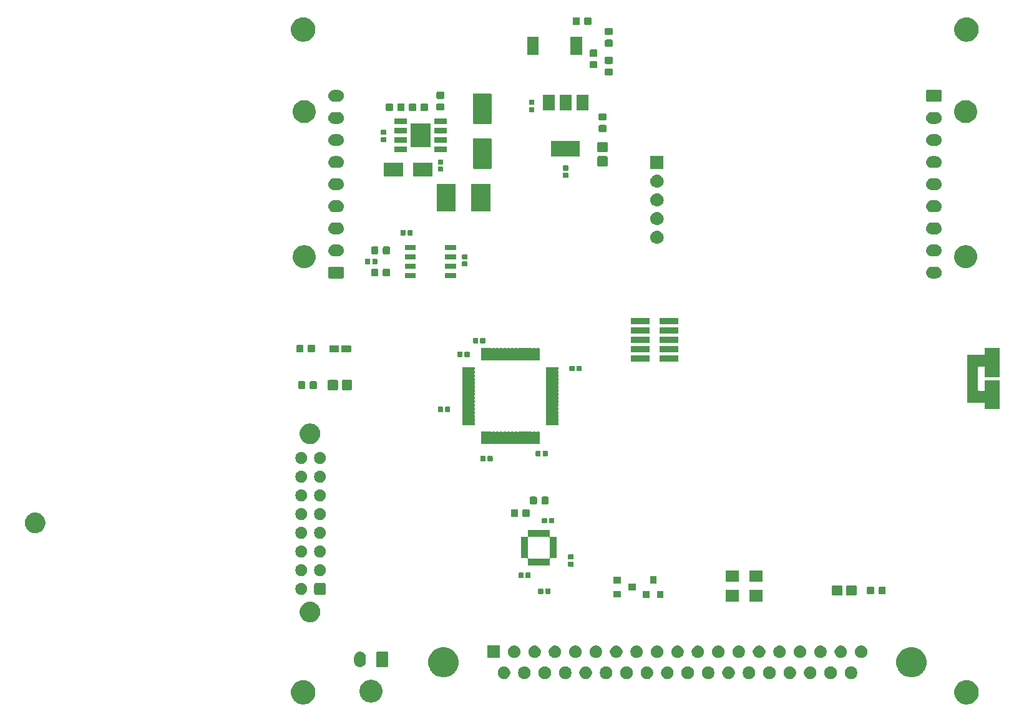
<source format=gbr>
G04 #@! TF.GenerationSoftware,KiCad,Pcbnew,(5.1.4)-1*
G04 #@! TF.CreationDate,2021-11-30T13:29:06-05:00*
G04 #@! TF.ProjectId,MC_Telem,4d435f54-656c-4656-9d2e-6b696361645f,rev?*
G04 #@! TF.SameCoordinates,Original*
G04 #@! TF.FileFunction,Soldermask,Top*
G04 #@! TF.FilePolarity,Negative*
%FSLAX46Y46*%
G04 Gerber Fmt 4.6, Leading zero omitted, Abs format (unit mm)*
G04 Created by KiCad (PCBNEW (5.1.4)-1) date 2021-11-30 13:29:06*
%MOMM*%
%LPD*%
G04 APERTURE LIST*
%ADD10C,0.100000*%
G04 APERTURE END LIST*
D10*
G36*
X170375256Y-153391298D02*
G01*
X170481579Y-153412447D01*
X170782042Y-153536903D01*
X171052451Y-153717585D01*
X171282415Y-153947549D01*
X171463097Y-154217958D01*
X171463098Y-154217960D01*
X171587553Y-154518422D01*
X171651000Y-154837389D01*
X171651000Y-155162611D01*
X171608702Y-155375256D01*
X171587553Y-155481579D01*
X171463097Y-155782042D01*
X171282415Y-156052451D01*
X171052451Y-156282415D01*
X170782042Y-156463097D01*
X170481579Y-156587553D01*
X170375256Y-156608702D01*
X170162611Y-156651000D01*
X169837389Y-156651000D01*
X169624744Y-156608702D01*
X169518421Y-156587553D01*
X169217958Y-156463097D01*
X168947549Y-156282415D01*
X168717585Y-156052451D01*
X168536903Y-155782042D01*
X168412447Y-155481579D01*
X168391298Y-155375256D01*
X168349000Y-155162611D01*
X168349000Y-154837389D01*
X168412447Y-154518422D01*
X168536902Y-154217960D01*
X168536903Y-154217958D01*
X168717585Y-153947549D01*
X168947549Y-153717585D01*
X169217958Y-153536903D01*
X169518421Y-153412447D01*
X169624744Y-153391298D01*
X169837389Y-153349000D01*
X170162611Y-153349000D01*
X170375256Y-153391298D01*
X170375256Y-153391298D01*
G37*
G36*
X80375256Y-153391298D02*
G01*
X80481579Y-153412447D01*
X80782042Y-153536903D01*
X81052451Y-153717585D01*
X81282415Y-153947549D01*
X81463097Y-154217958D01*
X81463098Y-154217960D01*
X81587553Y-154518422D01*
X81651000Y-154837389D01*
X81651000Y-155162611D01*
X81608702Y-155375256D01*
X81587553Y-155481579D01*
X81463097Y-155782042D01*
X81282415Y-156052451D01*
X81052451Y-156282415D01*
X80782042Y-156463097D01*
X80481579Y-156587553D01*
X80375256Y-156608702D01*
X80162611Y-156651000D01*
X79837389Y-156651000D01*
X79624744Y-156608702D01*
X79518421Y-156587553D01*
X79217958Y-156463097D01*
X78947549Y-156282415D01*
X78717585Y-156052451D01*
X78536903Y-155782042D01*
X78412447Y-155481579D01*
X78391298Y-155375256D01*
X78349000Y-155162611D01*
X78349000Y-154837389D01*
X78412447Y-154518422D01*
X78536902Y-154217960D01*
X78536903Y-154217958D01*
X78717585Y-153947549D01*
X78947549Y-153717585D01*
X79217958Y-153536903D01*
X79518421Y-153412447D01*
X79624744Y-153391298D01*
X79837389Y-153349000D01*
X80162611Y-153349000D01*
X80375256Y-153391298D01*
X80375256Y-153391298D01*
G37*
G36*
X89502585Y-153323802D02*
G01*
X89652410Y-153353604D01*
X89934674Y-153470521D01*
X90188705Y-153640259D01*
X90404741Y-153856295D01*
X90574479Y-154110326D01*
X90691396Y-154392590D01*
X90751000Y-154692240D01*
X90751000Y-154997760D01*
X90691396Y-155297410D01*
X90574479Y-155579674D01*
X90404741Y-155833705D01*
X90188705Y-156049741D01*
X89934674Y-156219479D01*
X89652410Y-156336396D01*
X89502585Y-156366198D01*
X89352761Y-156396000D01*
X89047239Y-156396000D01*
X88897415Y-156366198D01*
X88747590Y-156336396D01*
X88465326Y-156219479D01*
X88211295Y-156049741D01*
X87995259Y-155833705D01*
X87825521Y-155579674D01*
X87708604Y-155297410D01*
X87649000Y-154997760D01*
X87649000Y-154692240D01*
X87708604Y-154392590D01*
X87825521Y-154110326D01*
X87995259Y-153856295D01*
X88211295Y-153640259D01*
X88465326Y-153470521D01*
X88747590Y-153353604D01*
X88897415Y-153323802D01*
X89047239Y-153294000D01*
X89352761Y-153294000D01*
X89502585Y-153323802D01*
X89502585Y-153323802D01*
G37*
G36*
X126873228Y-151521703D02*
G01*
X127028100Y-151585853D01*
X127167481Y-151678985D01*
X127286015Y-151797519D01*
X127379147Y-151936900D01*
X127443297Y-152091772D01*
X127476000Y-152256184D01*
X127476000Y-152423816D01*
X127443297Y-152588228D01*
X127379147Y-152743100D01*
X127286015Y-152882481D01*
X127167481Y-153001015D01*
X127028100Y-153094147D01*
X126873228Y-153158297D01*
X126708816Y-153191000D01*
X126541184Y-153191000D01*
X126376772Y-153158297D01*
X126221900Y-153094147D01*
X126082519Y-153001015D01*
X125963985Y-152882481D01*
X125870853Y-152743100D01*
X125806703Y-152588228D01*
X125774000Y-152423816D01*
X125774000Y-152256184D01*
X125806703Y-152091772D01*
X125870853Y-151936900D01*
X125963985Y-151797519D01*
X126082519Y-151678985D01*
X126221900Y-151585853D01*
X126376772Y-151521703D01*
X126541184Y-151489000D01*
X126708816Y-151489000D01*
X126873228Y-151521703D01*
X126873228Y-151521703D01*
G37*
G36*
X107483228Y-151521703D02*
G01*
X107638100Y-151585853D01*
X107777481Y-151678985D01*
X107896015Y-151797519D01*
X107989147Y-151936900D01*
X108053297Y-152091772D01*
X108086000Y-152256184D01*
X108086000Y-152423816D01*
X108053297Y-152588228D01*
X107989147Y-152743100D01*
X107896015Y-152882481D01*
X107777481Y-153001015D01*
X107638100Y-153094147D01*
X107483228Y-153158297D01*
X107318816Y-153191000D01*
X107151184Y-153191000D01*
X106986772Y-153158297D01*
X106831900Y-153094147D01*
X106692519Y-153001015D01*
X106573985Y-152882481D01*
X106480853Y-152743100D01*
X106416703Y-152588228D01*
X106384000Y-152423816D01*
X106384000Y-152256184D01*
X106416703Y-152091772D01*
X106480853Y-151936900D01*
X106573985Y-151797519D01*
X106692519Y-151678985D01*
X106831900Y-151585853D01*
X106986772Y-151521703D01*
X107151184Y-151489000D01*
X107318816Y-151489000D01*
X107483228Y-151521703D01*
X107483228Y-151521703D01*
G37*
G36*
X110253228Y-151521703D02*
G01*
X110408100Y-151585853D01*
X110547481Y-151678985D01*
X110666015Y-151797519D01*
X110759147Y-151936900D01*
X110823297Y-152091772D01*
X110856000Y-152256184D01*
X110856000Y-152423816D01*
X110823297Y-152588228D01*
X110759147Y-152743100D01*
X110666015Y-152882481D01*
X110547481Y-153001015D01*
X110408100Y-153094147D01*
X110253228Y-153158297D01*
X110088816Y-153191000D01*
X109921184Y-153191000D01*
X109756772Y-153158297D01*
X109601900Y-153094147D01*
X109462519Y-153001015D01*
X109343985Y-152882481D01*
X109250853Y-152743100D01*
X109186703Y-152588228D01*
X109154000Y-152423816D01*
X109154000Y-152256184D01*
X109186703Y-152091772D01*
X109250853Y-151936900D01*
X109343985Y-151797519D01*
X109462519Y-151678985D01*
X109601900Y-151585853D01*
X109756772Y-151521703D01*
X109921184Y-151489000D01*
X110088816Y-151489000D01*
X110253228Y-151521703D01*
X110253228Y-151521703D01*
G37*
G36*
X113023228Y-151521703D02*
G01*
X113178100Y-151585853D01*
X113317481Y-151678985D01*
X113436015Y-151797519D01*
X113529147Y-151936900D01*
X113593297Y-152091772D01*
X113626000Y-152256184D01*
X113626000Y-152423816D01*
X113593297Y-152588228D01*
X113529147Y-152743100D01*
X113436015Y-152882481D01*
X113317481Y-153001015D01*
X113178100Y-153094147D01*
X113023228Y-153158297D01*
X112858816Y-153191000D01*
X112691184Y-153191000D01*
X112526772Y-153158297D01*
X112371900Y-153094147D01*
X112232519Y-153001015D01*
X112113985Y-152882481D01*
X112020853Y-152743100D01*
X111956703Y-152588228D01*
X111924000Y-152423816D01*
X111924000Y-152256184D01*
X111956703Y-152091772D01*
X112020853Y-151936900D01*
X112113985Y-151797519D01*
X112232519Y-151678985D01*
X112371900Y-151585853D01*
X112526772Y-151521703D01*
X112691184Y-151489000D01*
X112858816Y-151489000D01*
X113023228Y-151521703D01*
X113023228Y-151521703D01*
G37*
G36*
X115793228Y-151521703D02*
G01*
X115948100Y-151585853D01*
X116087481Y-151678985D01*
X116206015Y-151797519D01*
X116299147Y-151936900D01*
X116363297Y-152091772D01*
X116396000Y-152256184D01*
X116396000Y-152423816D01*
X116363297Y-152588228D01*
X116299147Y-152743100D01*
X116206015Y-152882481D01*
X116087481Y-153001015D01*
X115948100Y-153094147D01*
X115793228Y-153158297D01*
X115628816Y-153191000D01*
X115461184Y-153191000D01*
X115296772Y-153158297D01*
X115141900Y-153094147D01*
X115002519Y-153001015D01*
X114883985Y-152882481D01*
X114790853Y-152743100D01*
X114726703Y-152588228D01*
X114694000Y-152423816D01*
X114694000Y-152256184D01*
X114726703Y-152091772D01*
X114790853Y-151936900D01*
X114883985Y-151797519D01*
X115002519Y-151678985D01*
X115141900Y-151585853D01*
X115296772Y-151521703D01*
X115461184Y-151489000D01*
X115628816Y-151489000D01*
X115793228Y-151521703D01*
X115793228Y-151521703D01*
G37*
G36*
X118563228Y-151521703D02*
G01*
X118718100Y-151585853D01*
X118857481Y-151678985D01*
X118976015Y-151797519D01*
X119069147Y-151936900D01*
X119133297Y-152091772D01*
X119166000Y-152256184D01*
X119166000Y-152423816D01*
X119133297Y-152588228D01*
X119069147Y-152743100D01*
X118976015Y-152882481D01*
X118857481Y-153001015D01*
X118718100Y-153094147D01*
X118563228Y-153158297D01*
X118398816Y-153191000D01*
X118231184Y-153191000D01*
X118066772Y-153158297D01*
X117911900Y-153094147D01*
X117772519Y-153001015D01*
X117653985Y-152882481D01*
X117560853Y-152743100D01*
X117496703Y-152588228D01*
X117464000Y-152423816D01*
X117464000Y-152256184D01*
X117496703Y-152091772D01*
X117560853Y-151936900D01*
X117653985Y-151797519D01*
X117772519Y-151678985D01*
X117911900Y-151585853D01*
X118066772Y-151521703D01*
X118231184Y-151489000D01*
X118398816Y-151489000D01*
X118563228Y-151521703D01*
X118563228Y-151521703D01*
G37*
G36*
X121333228Y-151521703D02*
G01*
X121488100Y-151585853D01*
X121627481Y-151678985D01*
X121746015Y-151797519D01*
X121839147Y-151936900D01*
X121903297Y-152091772D01*
X121936000Y-152256184D01*
X121936000Y-152423816D01*
X121903297Y-152588228D01*
X121839147Y-152743100D01*
X121746015Y-152882481D01*
X121627481Y-153001015D01*
X121488100Y-153094147D01*
X121333228Y-153158297D01*
X121168816Y-153191000D01*
X121001184Y-153191000D01*
X120836772Y-153158297D01*
X120681900Y-153094147D01*
X120542519Y-153001015D01*
X120423985Y-152882481D01*
X120330853Y-152743100D01*
X120266703Y-152588228D01*
X120234000Y-152423816D01*
X120234000Y-152256184D01*
X120266703Y-152091772D01*
X120330853Y-151936900D01*
X120423985Y-151797519D01*
X120542519Y-151678985D01*
X120681900Y-151585853D01*
X120836772Y-151521703D01*
X121001184Y-151489000D01*
X121168816Y-151489000D01*
X121333228Y-151521703D01*
X121333228Y-151521703D01*
G37*
G36*
X124103228Y-151521703D02*
G01*
X124258100Y-151585853D01*
X124397481Y-151678985D01*
X124516015Y-151797519D01*
X124609147Y-151936900D01*
X124673297Y-152091772D01*
X124706000Y-152256184D01*
X124706000Y-152423816D01*
X124673297Y-152588228D01*
X124609147Y-152743100D01*
X124516015Y-152882481D01*
X124397481Y-153001015D01*
X124258100Y-153094147D01*
X124103228Y-153158297D01*
X123938816Y-153191000D01*
X123771184Y-153191000D01*
X123606772Y-153158297D01*
X123451900Y-153094147D01*
X123312519Y-153001015D01*
X123193985Y-152882481D01*
X123100853Y-152743100D01*
X123036703Y-152588228D01*
X123004000Y-152423816D01*
X123004000Y-152256184D01*
X123036703Y-152091772D01*
X123100853Y-151936900D01*
X123193985Y-151797519D01*
X123312519Y-151678985D01*
X123451900Y-151585853D01*
X123606772Y-151521703D01*
X123771184Y-151489000D01*
X123938816Y-151489000D01*
X124103228Y-151521703D01*
X124103228Y-151521703D01*
G37*
G36*
X129643228Y-151521703D02*
G01*
X129798100Y-151585853D01*
X129937481Y-151678985D01*
X130056015Y-151797519D01*
X130149147Y-151936900D01*
X130213297Y-152091772D01*
X130246000Y-152256184D01*
X130246000Y-152423816D01*
X130213297Y-152588228D01*
X130149147Y-152743100D01*
X130056015Y-152882481D01*
X129937481Y-153001015D01*
X129798100Y-153094147D01*
X129643228Y-153158297D01*
X129478816Y-153191000D01*
X129311184Y-153191000D01*
X129146772Y-153158297D01*
X128991900Y-153094147D01*
X128852519Y-153001015D01*
X128733985Y-152882481D01*
X128640853Y-152743100D01*
X128576703Y-152588228D01*
X128544000Y-152423816D01*
X128544000Y-152256184D01*
X128576703Y-152091772D01*
X128640853Y-151936900D01*
X128733985Y-151797519D01*
X128852519Y-151678985D01*
X128991900Y-151585853D01*
X129146772Y-151521703D01*
X129311184Y-151489000D01*
X129478816Y-151489000D01*
X129643228Y-151521703D01*
X129643228Y-151521703D01*
G37*
G36*
X135183228Y-151521703D02*
G01*
X135338100Y-151585853D01*
X135477481Y-151678985D01*
X135596015Y-151797519D01*
X135689147Y-151936900D01*
X135753297Y-152091772D01*
X135786000Y-152256184D01*
X135786000Y-152423816D01*
X135753297Y-152588228D01*
X135689147Y-152743100D01*
X135596015Y-152882481D01*
X135477481Y-153001015D01*
X135338100Y-153094147D01*
X135183228Y-153158297D01*
X135018816Y-153191000D01*
X134851184Y-153191000D01*
X134686772Y-153158297D01*
X134531900Y-153094147D01*
X134392519Y-153001015D01*
X134273985Y-152882481D01*
X134180853Y-152743100D01*
X134116703Y-152588228D01*
X134084000Y-152423816D01*
X134084000Y-152256184D01*
X134116703Y-152091772D01*
X134180853Y-151936900D01*
X134273985Y-151797519D01*
X134392519Y-151678985D01*
X134531900Y-151585853D01*
X134686772Y-151521703D01*
X134851184Y-151489000D01*
X135018816Y-151489000D01*
X135183228Y-151521703D01*
X135183228Y-151521703D01*
G37*
G36*
X137953228Y-151521703D02*
G01*
X138108100Y-151585853D01*
X138247481Y-151678985D01*
X138366015Y-151797519D01*
X138459147Y-151936900D01*
X138523297Y-152091772D01*
X138556000Y-152256184D01*
X138556000Y-152423816D01*
X138523297Y-152588228D01*
X138459147Y-152743100D01*
X138366015Y-152882481D01*
X138247481Y-153001015D01*
X138108100Y-153094147D01*
X137953228Y-153158297D01*
X137788816Y-153191000D01*
X137621184Y-153191000D01*
X137456772Y-153158297D01*
X137301900Y-153094147D01*
X137162519Y-153001015D01*
X137043985Y-152882481D01*
X136950853Y-152743100D01*
X136886703Y-152588228D01*
X136854000Y-152423816D01*
X136854000Y-152256184D01*
X136886703Y-152091772D01*
X136950853Y-151936900D01*
X137043985Y-151797519D01*
X137162519Y-151678985D01*
X137301900Y-151585853D01*
X137456772Y-151521703D01*
X137621184Y-151489000D01*
X137788816Y-151489000D01*
X137953228Y-151521703D01*
X137953228Y-151521703D01*
G37*
G36*
X140723228Y-151521703D02*
G01*
X140878100Y-151585853D01*
X141017481Y-151678985D01*
X141136015Y-151797519D01*
X141229147Y-151936900D01*
X141293297Y-152091772D01*
X141326000Y-152256184D01*
X141326000Y-152423816D01*
X141293297Y-152588228D01*
X141229147Y-152743100D01*
X141136015Y-152882481D01*
X141017481Y-153001015D01*
X140878100Y-153094147D01*
X140723228Y-153158297D01*
X140558816Y-153191000D01*
X140391184Y-153191000D01*
X140226772Y-153158297D01*
X140071900Y-153094147D01*
X139932519Y-153001015D01*
X139813985Y-152882481D01*
X139720853Y-152743100D01*
X139656703Y-152588228D01*
X139624000Y-152423816D01*
X139624000Y-152256184D01*
X139656703Y-152091772D01*
X139720853Y-151936900D01*
X139813985Y-151797519D01*
X139932519Y-151678985D01*
X140071900Y-151585853D01*
X140226772Y-151521703D01*
X140391184Y-151489000D01*
X140558816Y-151489000D01*
X140723228Y-151521703D01*
X140723228Y-151521703D01*
G37*
G36*
X143493228Y-151521703D02*
G01*
X143648100Y-151585853D01*
X143787481Y-151678985D01*
X143906015Y-151797519D01*
X143999147Y-151936900D01*
X144063297Y-152091772D01*
X144096000Y-152256184D01*
X144096000Y-152423816D01*
X144063297Y-152588228D01*
X143999147Y-152743100D01*
X143906015Y-152882481D01*
X143787481Y-153001015D01*
X143648100Y-153094147D01*
X143493228Y-153158297D01*
X143328816Y-153191000D01*
X143161184Y-153191000D01*
X142996772Y-153158297D01*
X142841900Y-153094147D01*
X142702519Y-153001015D01*
X142583985Y-152882481D01*
X142490853Y-152743100D01*
X142426703Y-152588228D01*
X142394000Y-152423816D01*
X142394000Y-152256184D01*
X142426703Y-152091772D01*
X142490853Y-151936900D01*
X142583985Y-151797519D01*
X142702519Y-151678985D01*
X142841900Y-151585853D01*
X142996772Y-151521703D01*
X143161184Y-151489000D01*
X143328816Y-151489000D01*
X143493228Y-151521703D01*
X143493228Y-151521703D01*
G37*
G36*
X146263228Y-151521703D02*
G01*
X146418100Y-151585853D01*
X146557481Y-151678985D01*
X146676015Y-151797519D01*
X146769147Y-151936900D01*
X146833297Y-152091772D01*
X146866000Y-152256184D01*
X146866000Y-152423816D01*
X146833297Y-152588228D01*
X146769147Y-152743100D01*
X146676015Y-152882481D01*
X146557481Y-153001015D01*
X146418100Y-153094147D01*
X146263228Y-153158297D01*
X146098816Y-153191000D01*
X145931184Y-153191000D01*
X145766772Y-153158297D01*
X145611900Y-153094147D01*
X145472519Y-153001015D01*
X145353985Y-152882481D01*
X145260853Y-152743100D01*
X145196703Y-152588228D01*
X145164000Y-152423816D01*
X145164000Y-152256184D01*
X145196703Y-152091772D01*
X145260853Y-151936900D01*
X145353985Y-151797519D01*
X145472519Y-151678985D01*
X145611900Y-151585853D01*
X145766772Y-151521703D01*
X145931184Y-151489000D01*
X146098816Y-151489000D01*
X146263228Y-151521703D01*
X146263228Y-151521703D01*
G37*
G36*
X149033228Y-151521703D02*
G01*
X149188100Y-151585853D01*
X149327481Y-151678985D01*
X149446015Y-151797519D01*
X149539147Y-151936900D01*
X149603297Y-152091772D01*
X149636000Y-152256184D01*
X149636000Y-152423816D01*
X149603297Y-152588228D01*
X149539147Y-152743100D01*
X149446015Y-152882481D01*
X149327481Y-153001015D01*
X149188100Y-153094147D01*
X149033228Y-153158297D01*
X148868816Y-153191000D01*
X148701184Y-153191000D01*
X148536772Y-153158297D01*
X148381900Y-153094147D01*
X148242519Y-153001015D01*
X148123985Y-152882481D01*
X148030853Y-152743100D01*
X147966703Y-152588228D01*
X147934000Y-152423816D01*
X147934000Y-152256184D01*
X147966703Y-152091772D01*
X148030853Y-151936900D01*
X148123985Y-151797519D01*
X148242519Y-151678985D01*
X148381900Y-151585853D01*
X148536772Y-151521703D01*
X148701184Y-151489000D01*
X148868816Y-151489000D01*
X149033228Y-151521703D01*
X149033228Y-151521703D01*
G37*
G36*
X151803228Y-151521703D02*
G01*
X151958100Y-151585853D01*
X152097481Y-151678985D01*
X152216015Y-151797519D01*
X152309147Y-151936900D01*
X152373297Y-152091772D01*
X152406000Y-152256184D01*
X152406000Y-152423816D01*
X152373297Y-152588228D01*
X152309147Y-152743100D01*
X152216015Y-152882481D01*
X152097481Y-153001015D01*
X151958100Y-153094147D01*
X151803228Y-153158297D01*
X151638816Y-153191000D01*
X151471184Y-153191000D01*
X151306772Y-153158297D01*
X151151900Y-153094147D01*
X151012519Y-153001015D01*
X150893985Y-152882481D01*
X150800853Y-152743100D01*
X150736703Y-152588228D01*
X150704000Y-152423816D01*
X150704000Y-152256184D01*
X150736703Y-152091772D01*
X150800853Y-151936900D01*
X150893985Y-151797519D01*
X151012519Y-151678985D01*
X151151900Y-151585853D01*
X151306772Y-151521703D01*
X151471184Y-151489000D01*
X151638816Y-151489000D01*
X151803228Y-151521703D01*
X151803228Y-151521703D01*
G37*
G36*
X154573228Y-151521703D02*
G01*
X154728100Y-151585853D01*
X154867481Y-151678985D01*
X154986015Y-151797519D01*
X155079147Y-151936900D01*
X155143297Y-152091772D01*
X155176000Y-152256184D01*
X155176000Y-152423816D01*
X155143297Y-152588228D01*
X155079147Y-152743100D01*
X154986015Y-152882481D01*
X154867481Y-153001015D01*
X154728100Y-153094147D01*
X154573228Y-153158297D01*
X154408816Y-153191000D01*
X154241184Y-153191000D01*
X154076772Y-153158297D01*
X153921900Y-153094147D01*
X153782519Y-153001015D01*
X153663985Y-152882481D01*
X153570853Y-152743100D01*
X153506703Y-152588228D01*
X153474000Y-152423816D01*
X153474000Y-152256184D01*
X153506703Y-152091772D01*
X153570853Y-151936900D01*
X153663985Y-151797519D01*
X153782519Y-151678985D01*
X153921900Y-151585853D01*
X154076772Y-151521703D01*
X154241184Y-151489000D01*
X154408816Y-151489000D01*
X154573228Y-151521703D01*
X154573228Y-151521703D01*
G37*
G36*
X132413228Y-151521703D02*
G01*
X132568100Y-151585853D01*
X132707481Y-151678985D01*
X132826015Y-151797519D01*
X132919147Y-151936900D01*
X132983297Y-152091772D01*
X133016000Y-152256184D01*
X133016000Y-152423816D01*
X132983297Y-152588228D01*
X132919147Y-152743100D01*
X132826015Y-152882481D01*
X132707481Y-153001015D01*
X132568100Y-153094147D01*
X132413228Y-153158297D01*
X132248816Y-153191000D01*
X132081184Y-153191000D01*
X131916772Y-153158297D01*
X131761900Y-153094147D01*
X131622519Y-153001015D01*
X131503985Y-152882481D01*
X131410853Y-152743100D01*
X131346703Y-152588228D01*
X131314000Y-152423816D01*
X131314000Y-152256184D01*
X131346703Y-152091772D01*
X131410853Y-151936900D01*
X131503985Y-151797519D01*
X131622519Y-151678985D01*
X131761900Y-151585853D01*
X131916772Y-151521703D01*
X132081184Y-151489000D01*
X132248816Y-151489000D01*
X132413228Y-151521703D01*
X132413228Y-151521703D01*
G37*
G36*
X163128254Y-148947818D02*
G01*
X163488170Y-149096900D01*
X163501513Y-149102427D01*
X163837436Y-149326884D01*
X164123116Y-149612564D01*
X164260275Y-149817836D01*
X164347574Y-149948489D01*
X164502182Y-150321746D01*
X164581000Y-150717993D01*
X164581000Y-151122007D01*
X164502182Y-151518254D01*
X164386506Y-151797520D01*
X164347573Y-151891513D01*
X164123116Y-152227436D01*
X163837436Y-152513116D01*
X163501513Y-152737573D01*
X163501512Y-152737574D01*
X163501511Y-152737574D01*
X163128254Y-152892182D01*
X162732007Y-152971000D01*
X162327993Y-152971000D01*
X161931746Y-152892182D01*
X161558489Y-152737574D01*
X161558488Y-152737574D01*
X161558487Y-152737573D01*
X161222564Y-152513116D01*
X160936884Y-152227436D01*
X160712427Y-151891513D01*
X160673494Y-151797520D01*
X160557818Y-151518254D01*
X160479000Y-151122007D01*
X160479000Y-150717993D01*
X160557818Y-150321746D01*
X160712426Y-149948489D01*
X160799726Y-149817836D01*
X160936884Y-149612564D01*
X161222564Y-149326884D01*
X161558487Y-149102427D01*
X161571830Y-149096900D01*
X161931746Y-148947818D01*
X162327993Y-148869000D01*
X162732007Y-148869000D01*
X163128254Y-148947818D01*
X163128254Y-148947818D01*
G37*
G36*
X99628254Y-148947818D02*
G01*
X99988170Y-149096900D01*
X100001513Y-149102427D01*
X100337436Y-149326884D01*
X100623116Y-149612564D01*
X100760275Y-149817836D01*
X100847574Y-149948489D01*
X101002182Y-150321746D01*
X101081000Y-150717993D01*
X101081000Y-151122007D01*
X101002182Y-151518254D01*
X100886506Y-151797520D01*
X100847573Y-151891513D01*
X100623116Y-152227436D01*
X100337436Y-152513116D01*
X100001513Y-152737573D01*
X100001512Y-152737574D01*
X100001511Y-152737574D01*
X99628254Y-152892182D01*
X99232007Y-152971000D01*
X98827993Y-152971000D01*
X98431746Y-152892182D01*
X98058489Y-152737574D01*
X98058488Y-152737574D01*
X98058487Y-152737573D01*
X97722564Y-152513116D01*
X97436884Y-152227436D01*
X97212427Y-151891513D01*
X97173494Y-151797520D01*
X97057818Y-151518254D01*
X96979000Y-151122007D01*
X96979000Y-150717993D01*
X97057818Y-150321746D01*
X97212426Y-149948489D01*
X97299726Y-149817836D01*
X97436884Y-149612564D01*
X97722564Y-149326884D01*
X98058487Y-149102427D01*
X98071830Y-149096900D01*
X98431746Y-148947818D01*
X98827993Y-148869000D01*
X99232007Y-148869000D01*
X99628254Y-148947818D01*
X99628254Y-148947818D01*
G37*
G36*
X87857023Y-149475590D02*
G01*
X87922512Y-149495456D01*
X88008013Y-149521392D01*
X88147165Y-149595771D01*
X88269133Y-149695867D01*
X88369229Y-149817835D01*
X88443608Y-149956987D01*
X88443608Y-149956988D01*
X88489410Y-150107977D01*
X88501000Y-150225655D01*
X88501000Y-150824345D01*
X88489410Y-150942023D01*
X88458875Y-151042682D01*
X88443608Y-151093013D01*
X88428110Y-151122007D01*
X88369229Y-151232165D01*
X88269133Y-151354133D01*
X88166881Y-151438048D01*
X88147164Y-151454229D01*
X88008012Y-151528608D01*
X87957681Y-151543875D01*
X87857022Y-151574410D01*
X87700000Y-151589875D01*
X87542977Y-151574410D01*
X87442318Y-151543875D01*
X87391987Y-151528608D01*
X87252835Y-151454229D01*
X87182118Y-151396193D01*
X87130867Y-151354133D01*
X87030771Y-151232164D01*
X86956392Y-151093012D01*
X86941125Y-151042681D01*
X86910590Y-150942022D01*
X86899000Y-150824344D01*
X86899000Y-150225655D01*
X86910590Y-150107977D01*
X86956392Y-149956988D01*
X86956392Y-149956987D01*
X86993582Y-149887412D01*
X87030772Y-149817835D01*
X87130868Y-149695867D01*
X87252836Y-149595771D01*
X87286807Y-149577613D01*
X87391988Y-149521392D01*
X87477489Y-149495456D01*
X87542978Y-149475590D01*
X87700000Y-149460125D01*
X87857023Y-149475590D01*
X87857023Y-149475590D01*
G37*
G36*
X91353048Y-149468122D02*
G01*
X91387387Y-149478539D01*
X91419036Y-149495456D01*
X91446778Y-149518222D01*
X91469544Y-149545964D01*
X91486461Y-149577613D01*
X91496878Y-149611952D01*
X91501000Y-149653807D01*
X91501000Y-151396193D01*
X91496878Y-151438048D01*
X91486461Y-151472387D01*
X91469544Y-151504036D01*
X91446778Y-151531778D01*
X91419036Y-151554544D01*
X91387387Y-151571461D01*
X91353048Y-151581878D01*
X91311193Y-151586000D01*
X90088807Y-151586000D01*
X90046952Y-151581878D01*
X90012613Y-151571461D01*
X89980964Y-151554544D01*
X89953222Y-151531778D01*
X89930456Y-151504036D01*
X89913539Y-151472387D01*
X89903122Y-151438048D01*
X89899000Y-151396193D01*
X89899000Y-149653807D01*
X89903122Y-149611952D01*
X89913539Y-149577613D01*
X89930456Y-149545964D01*
X89953222Y-149518222D01*
X89980964Y-149495456D01*
X90012613Y-149478539D01*
X90046952Y-149468122D01*
X90088807Y-149464000D01*
X91311193Y-149464000D01*
X91353048Y-149468122D01*
X91353048Y-149468122D01*
G37*
G36*
X153188228Y-148681703D02*
G01*
X153343100Y-148745853D01*
X153482481Y-148838985D01*
X153601015Y-148957519D01*
X153694147Y-149096900D01*
X153758297Y-149251772D01*
X153791000Y-149416184D01*
X153791000Y-149583816D01*
X153758297Y-149748228D01*
X153694147Y-149903100D01*
X153601015Y-150042481D01*
X153482481Y-150161015D01*
X153343100Y-150254147D01*
X153188228Y-150318297D01*
X153023816Y-150351000D01*
X152856184Y-150351000D01*
X152691772Y-150318297D01*
X152536900Y-150254147D01*
X152397519Y-150161015D01*
X152278985Y-150042481D01*
X152185853Y-149903100D01*
X152121703Y-149748228D01*
X152089000Y-149583816D01*
X152089000Y-149416184D01*
X152121703Y-149251772D01*
X152185853Y-149096900D01*
X152278985Y-148957519D01*
X152397519Y-148838985D01*
X152536900Y-148745853D01*
X152691772Y-148681703D01*
X152856184Y-148649000D01*
X153023816Y-148649000D01*
X153188228Y-148681703D01*
X153188228Y-148681703D01*
G37*
G36*
X106701000Y-150351000D02*
G01*
X104999000Y-150351000D01*
X104999000Y-148649000D01*
X106701000Y-148649000D01*
X106701000Y-150351000D01*
X106701000Y-150351000D01*
G37*
G36*
X125488228Y-148681703D02*
G01*
X125643100Y-148745853D01*
X125782481Y-148838985D01*
X125901015Y-148957519D01*
X125994147Y-149096900D01*
X126058297Y-149251772D01*
X126091000Y-149416184D01*
X126091000Y-149583816D01*
X126058297Y-149748228D01*
X125994147Y-149903100D01*
X125901015Y-150042481D01*
X125782481Y-150161015D01*
X125643100Y-150254147D01*
X125488228Y-150318297D01*
X125323816Y-150351000D01*
X125156184Y-150351000D01*
X124991772Y-150318297D01*
X124836900Y-150254147D01*
X124697519Y-150161015D01*
X124578985Y-150042481D01*
X124485853Y-149903100D01*
X124421703Y-149748228D01*
X124389000Y-149583816D01*
X124389000Y-149416184D01*
X124421703Y-149251772D01*
X124485853Y-149096900D01*
X124578985Y-148957519D01*
X124697519Y-148838985D01*
X124836900Y-148745853D01*
X124991772Y-148681703D01*
X125156184Y-148649000D01*
X125323816Y-148649000D01*
X125488228Y-148681703D01*
X125488228Y-148681703D01*
G37*
G36*
X122718228Y-148681703D02*
G01*
X122873100Y-148745853D01*
X123012481Y-148838985D01*
X123131015Y-148957519D01*
X123224147Y-149096900D01*
X123288297Y-149251772D01*
X123321000Y-149416184D01*
X123321000Y-149583816D01*
X123288297Y-149748228D01*
X123224147Y-149903100D01*
X123131015Y-150042481D01*
X123012481Y-150161015D01*
X122873100Y-150254147D01*
X122718228Y-150318297D01*
X122553816Y-150351000D01*
X122386184Y-150351000D01*
X122221772Y-150318297D01*
X122066900Y-150254147D01*
X121927519Y-150161015D01*
X121808985Y-150042481D01*
X121715853Y-149903100D01*
X121651703Y-149748228D01*
X121619000Y-149583816D01*
X121619000Y-149416184D01*
X121651703Y-149251772D01*
X121715853Y-149096900D01*
X121808985Y-148957519D01*
X121927519Y-148838985D01*
X122066900Y-148745853D01*
X122221772Y-148681703D01*
X122386184Y-148649000D01*
X122553816Y-148649000D01*
X122718228Y-148681703D01*
X122718228Y-148681703D01*
G37*
G36*
X119948228Y-148681703D02*
G01*
X120103100Y-148745853D01*
X120242481Y-148838985D01*
X120361015Y-148957519D01*
X120454147Y-149096900D01*
X120518297Y-149251772D01*
X120551000Y-149416184D01*
X120551000Y-149583816D01*
X120518297Y-149748228D01*
X120454147Y-149903100D01*
X120361015Y-150042481D01*
X120242481Y-150161015D01*
X120103100Y-150254147D01*
X119948228Y-150318297D01*
X119783816Y-150351000D01*
X119616184Y-150351000D01*
X119451772Y-150318297D01*
X119296900Y-150254147D01*
X119157519Y-150161015D01*
X119038985Y-150042481D01*
X118945853Y-149903100D01*
X118881703Y-149748228D01*
X118849000Y-149583816D01*
X118849000Y-149416184D01*
X118881703Y-149251772D01*
X118945853Y-149096900D01*
X119038985Y-148957519D01*
X119157519Y-148838985D01*
X119296900Y-148745853D01*
X119451772Y-148681703D01*
X119616184Y-148649000D01*
X119783816Y-148649000D01*
X119948228Y-148681703D01*
X119948228Y-148681703D01*
G37*
G36*
X117178228Y-148681703D02*
G01*
X117333100Y-148745853D01*
X117472481Y-148838985D01*
X117591015Y-148957519D01*
X117684147Y-149096900D01*
X117748297Y-149251772D01*
X117781000Y-149416184D01*
X117781000Y-149583816D01*
X117748297Y-149748228D01*
X117684147Y-149903100D01*
X117591015Y-150042481D01*
X117472481Y-150161015D01*
X117333100Y-150254147D01*
X117178228Y-150318297D01*
X117013816Y-150351000D01*
X116846184Y-150351000D01*
X116681772Y-150318297D01*
X116526900Y-150254147D01*
X116387519Y-150161015D01*
X116268985Y-150042481D01*
X116175853Y-149903100D01*
X116111703Y-149748228D01*
X116079000Y-149583816D01*
X116079000Y-149416184D01*
X116111703Y-149251772D01*
X116175853Y-149096900D01*
X116268985Y-148957519D01*
X116387519Y-148838985D01*
X116526900Y-148745853D01*
X116681772Y-148681703D01*
X116846184Y-148649000D01*
X117013816Y-148649000D01*
X117178228Y-148681703D01*
X117178228Y-148681703D01*
G37*
G36*
X114408228Y-148681703D02*
G01*
X114563100Y-148745853D01*
X114702481Y-148838985D01*
X114821015Y-148957519D01*
X114914147Y-149096900D01*
X114978297Y-149251772D01*
X115011000Y-149416184D01*
X115011000Y-149583816D01*
X114978297Y-149748228D01*
X114914147Y-149903100D01*
X114821015Y-150042481D01*
X114702481Y-150161015D01*
X114563100Y-150254147D01*
X114408228Y-150318297D01*
X114243816Y-150351000D01*
X114076184Y-150351000D01*
X113911772Y-150318297D01*
X113756900Y-150254147D01*
X113617519Y-150161015D01*
X113498985Y-150042481D01*
X113405853Y-149903100D01*
X113341703Y-149748228D01*
X113309000Y-149583816D01*
X113309000Y-149416184D01*
X113341703Y-149251772D01*
X113405853Y-149096900D01*
X113498985Y-148957519D01*
X113617519Y-148838985D01*
X113756900Y-148745853D01*
X113911772Y-148681703D01*
X114076184Y-148649000D01*
X114243816Y-148649000D01*
X114408228Y-148681703D01*
X114408228Y-148681703D01*
G37*
G36*
X108868228Y-148681703D02*
G01*
X109023100Y-148745853D01*
X109162481Y-148838985D01*
X109281015Y-148957519D01*
X109374147Y-149096900D01*
X109438297Y-149251772D01*
X109471000Y-149416184D01*
X109471000Y-149583816D01*
X109438297Y-149748228D01*
X109374147Y-149903100D01*
X109281015Y-150042481D01*
X109162481Y-150161015D01*
X109023100Y-150254147D01*
X108868228Y-150318297D01*
X108703816Y-150351000D01*
X108536184Y-150351000D01*
X108371772Y-150318297D01*
X108216900Y-150254147D01*
X108077519Y-150161015D01*
X107958985Y-150042481D01*
X107865853Y-149903100D01*
X107801703Y-149748228D01*
X107769000Y-149583816D01*
X107769000Y-149416184D01*
X107801703Y-149251772D01*
X107865853Y-149096900D01*
X107958985Y-148957519D01*
X108077519Y-148838985D01*
X108216900Y-148745853D01*
X108371772Y-148681703D01*
X108536184Y-148649000D01*
X108703816Y-148649000D01*
X108868228Y-148681703D01*
X108868228Y-148681703D01*
G37*
G36*
X128258228Y-148681703D02*
G01*
X128413100Y-148745853D01*
X128552481Y-148838985D01*
X128671015Y-148957519D01*
X128764147Y-149096900D01*
X128828297Y-149251772D01*
X128861000Y-149416184D01*
X128861000Y-149583816D01*
X128828297Y-149748228D01*
X128764147Y-149903100D01*
X128671015Y-150042481D01*
X128552481Y-150161015D01*
X128413100Y-150254147D01*
X128258228Y-150318297D01*
X128093816Y-150351000D01*
X127926184Y-150351000D01*
X127761772Y-150318297D01*
X127606900Y-150254147D01*
X127467519Y-150161015D01*
X127348985Y-150042481D01*
X127255853Y-149903100D01*
X127191703Y-149748228D01*
X127159000Y-149583816D01*
X127159000Y-149416184D01*
X127191703Y-149251772D01*
X127255853Y-149096900D01*
X127348985Y-148957519D01*
X127467519Y-148838985D01*
X127606900Y-148745853D01*
X127761772Y-148681703D01*
X127926184Y-148649000D01*
X128093816Y-148649000D01*
X128258228Y-148681703D01*
X128258228Y-148681703D01*
G37*
G36*
X131028228Y-148681703D02*
G01*
X131183100Y-148745853D01*
X131322481Y-148838985D01*
X131441015Y-148957519D01*
X131534147Y-149096900D01*
X131598297Y-149251772D01*
X131631000Y-149416184D01*
X131631000Y-149583816D01*
X131598297Y-149748228D01*
X131534147Y-149903100D01*
X131441015Y-150042481D01*
X131322481Y-150161015D01*
X131183100Y-150254147D01*
X131028228Y-150318297D01*
X130863816Y-150351000D01*
X130696184Y-150351000D01*
X130531772Y-150318297D01*
X130376900Y-150254147D01*
X130237519Y-150161015D01*
X130118985Y-150042481D01*
X130025853Y-149903100D01*
X129961703Y-149748228D01*
X129929000Y-149583816D01*
X129929000Y-149416184D01*
X129961703Y-149251772D01*
X130025853Y-149096900D01*
X130118985Y-148957519D01*
X130237519Y-148838985D01*
X130376900Y-148745853D01*
X130531772Y-148681703D01*
X130696184Y-148649000D01*
X130863816Y-148649000D01*
X131028228Y-148681703D01*
X131028228Y-148681703D01*
G37*
G36*
X133798228Y-148681703D02*
G01*
X133953100Y-148745853D01*
X134092481Y-148838985D01*
X134211015Y-148957519D01*
X134304147Y-149096900D01*
X134368297Y-149251772D01*
X134401000Y-149416184D01*
X134401000Y-149583816D01*
X134368297Y-149748228D01*
X134304147Y-149903100D01*
X134211015Y-150042481D01*
X134092481Y-150161015D01*
X133953100Y-150254147D01*
X133798228Y-150318297D01*
X133633816Y-150351000D01*
X133466184Y-150351000D01*
X133301772Y-150318297D01*
X133146900Y-150254147D01*
X133007519Y-150161015D01*
X132888985Y-150042481D01*
X132795853Y-149903100D01*
X132731703Y-149748228D01*
X132699000Y-149583816D01*
X132699000Y-149416184D01*
X132731703Y-149251772D01*
X132795853Y-149096900D01*
X132888985Y-148957519D01*
X133007519Y-148838985D01*
X133146900Y-148745853D01*
X133301772Y-148681703D01*
X133466184Y-148649000D01*
X133633816Y-148649000D01*
X133798228Y-148681703D01*
X133798228Y-148681703D01*
G37*
G36*
X136568228Y-148681703D02*
G01*
X136723100Y-148745853D01*
X136862481Y-148838985D01*
X136981015Y-148957519D01*
X137074147Y-149096900D01*
X137138297Y-149251772D01*
X137171000Y-149416184D01*
X137171000Y-149583816D01*
X137138297Y-149748228D01*
X137074147Y-149903100D01*
X136981015Y-150042481D01*
X136862481Y-150161015D01*
X136723100Y-150254147D01*
X136568228Y-150318297D01*
X136403816Y-150351000D01*
X136236184Y-150351000D01*
X136071772Y-150318297D01*
X135916900Y-150254147D01*
X135777519Y-150161015D01*
X135658985Y-150042481D01*
X135565853Y-149903100D01*
X135501703Y-149748228D01*
X135469000Y-149583816D01*
X135469000Y-149416184D01*
X135501703Y-149251772D01*
X135565853Y-149096900D01*
X135658985Y-148957519D01*
X135777519Y-148838985D01*
X135916900Y-148745853D01*
X136071772Y-148681703D01*
X136236184Y-148649000D01*
X136403816Y-148649000D01*
X136568228Y-148681703D01*
X136568228Y-148681703D01*
G37*
G36*
X111638228Y-148681703D02*
G01*
X111793100Y-148745853D01*
X111932481Y-148838985D01*
X112051015Y-148957519D01*
X112144147Y-149096900D01*
X112208297Y-149251772D01*
X112241000Y-149416184D01*
X112241000Y-149583816D01*
X112208297Y-149748228D01*
X112144147Y-149903100D01*
X112051015Y-150042481D01*
X111932481Y-150161015D01*
X111793100Y-150254147D01*
X111638228Y-150318297D01*
X111473816Y-150351000D01*
X111306184Y-150351000D01*
X111141772Y-150318297D01*
X110986900Y-150254147D01*
X110847519Y-150161015D01*
X110728985Y-150042481D01*
X110635853Y-149903100D01*
X110571703Y-149748228D01*
X110539000Y-149583816D01*
X110539000Y-149416184D01*
X110571703Y-149251772D01*
X110635853Y-149096900D01*
X110728985Y-148957519D01*
X110847519Y-148838985D01*
X110986900Y-148745853D01*
X111141772Y-148681703D01*
X111306184Y-148649000D01*
X111473816Y-148649000D01*
X111638228Y-148681703D01*
X111638228Y-148681703D01*
G37*
G36*
X139338228Y-148681703D02*
G01*
X139493100Y-148745853D01*
X139632481Y-148838985D01*
X139751015Y-148957519D01*
X139844147Y-149096900D01*
X139908297Y-149251772D01*
X139941000Y-149416184D01*
X139941000Y-149583816D01*
X139908297Y-149748228D01*
X139844147Y-149903100D01*
X139751015Y-150042481D01*
X139632481Y-150161015D01*
X139493100Y-150254147D01*
X139338228Y-150318297D01*
X139173816Y-150351000D01*
X139006184Y-150351000D01*
X138841772Y-150318297D01*
X138686900Y-150254147D01*
X138547519Y-150161015D01*
X138428985Y-150042481D01*
X138335853Y-149903100D01*
X138271703Y-149748228D01*
X138239000Y-149583816D01*
X138239000Y-149416184D01*
X138271703Y-149251772D01*
X138335853Y-149096900D01*
X138428985Y-148957519D01*
X138547519Y-148838985D01*
X138686900Y-148745853D01*
X138841772Y-148681703D01*
X139006184Y-148649000D01*
X139173816Y-148649000D01*
X139338228Y-148681703D01*
X139338228Y-148681703D01*
G37*
G36*
X142108228Y-148681703D02*
G01*
X142263100Y-148745853D01*
X142402481Y-148838985D01*
X142521015Y-148957519D01*
X142614147Y-149096900D01*
X142678297Y-149251772D01*
X142711000Y-149416184D01*
X142711000Y-149583816D01*
X142678297Y-149748228D01*
X142614147Y-149903100D01*
X142521015Y-150042481D01*
X142402481Y-150161015D01*
X142263100Y-150254147D01*
X142108228Y-150318297D01*
X141943816Y-150351000D01*
X141776184Y-150351000D01*
X141611772Y-150318297D01*
X141456900Y-150254147D01*
X141317519Y-150161015D01*
X141198985Y-150042481D01*
X141105853Y-149903100D01*
X141041703Y-149748228D01*
X141009000Y-149583816D01*
X141009000Y-149416184D01*
X141041703Y-149251772D01*
X141105853Y-149096900D01*
X141198985Y-148957519D01*
X141317519Y-148838985D01*
X141456900Y-148745853D01*
X141611772Y-148681703D01*
X141776184Y-148649000D01*
X141943816Y-148649000D01*
X142108228Y-148681703D01*
X142108228Y-148681703D01*
G37*
G36*
X144878228Y-148681703D02*
G01*
X145033100Y-148745853D01*
X145172481Y-148838985D01*
X145291015Y-148957519D01*
X145384147Y-149096900D01*
X145448297Y-149251772D01*
X145481000Y-149416184D01*
X145481000Y-149583816D01*
X145448297Y-149748228D01*
X145384147Y-149903100D01*
X145291015Y-150042481D01*
X145172481Y-150161015D01*
X145033100Y-150254147D01*
X144878228Y-150318297D01*
X144713816Y-150351000D01*
X144546184Y-150351000D01*
X144381772Y-150318297D01*
X144226900Y-150254147D01*
X144087519Y-150161015D01*
X143968985Y-150042481D01*
X143875853Y-149903100D01*
X143811703Y-149748228D01*
X143779000Y-149583816D01*
X143779000Y-149416184D01*
X143811703Y-149251772D01*
X143875853Y-149096900D01*
X143968985Y-148957519D01*
X144087519Y-148838985D01*
X144226900Y-148745853D01*
X144381772Y-148681703D01*
X144546184Y-148649000D01*
X144713816Y-148649000D01*
X144878228Y-148681703D01*
X144878228Y-148681703D01*
G37*
G36*
X147648228Y-148681703D02*
G01*
X147803100Y-148745853D01*
X147942481Y-148838985D01*
X148061015Y-148957519D01*
X148154147Y-149096900D01*
X148218297Y-149251772D01*
X148251000Y-149416184D01*
X148251000Y-149583816D01*
X148218297Y-149748228D01*
X148154147Y-149903100D01*
X148061015Y-150042481D01*
X147942481Y-150161015D01*
X147803100Y-150254147D01*
X147648228Y-150318297D01*
X147483816Y-150351000D01*
X147316184Y-150351000D01*
X147151772Y-150318297D01*
X146996900Y-150254147D01*
X146857519Y-150161015D01*
X146738985Y-150042481D01*
X146645853Y-149903100D01*
X146581703Y-149748228D01*
X146549000Y-149583816D01*
X146549000Y-149416184D01*
X146581703Y-149251772D01*
X146645853Y-149096900D01*
X146738985Y-148957519D01*
X146857519Y-148838985D01*
X146996900Y-148745853D01*
X147151772Y-148681703D01*
X147316184Y-148649000D01*
X147483816Y-148649000D01*
X147648228Y-148681703D01*
X147648228Y-148681703D01*
G37*
G36*
X150418228Y-148681703D02*
G01*
X150573100Y-148745853D01*
X150712481Y-148838985D01*
X150831015Y-148957519D01*
X150924147Y-149096900D01*
X150988297Y-149251772D01*
X151021000Y-149416184D01*
X151021000Y-149583816D01*
X150988297Y-149748228D01*
X150924147Y-149903100D01*
X150831015Y-150042481D01*
X150712481Y-150161015D01*
X150573100Y-150254147D01*
X150418228Y-150318297D01*
X150253816Y-150351000D01*
X150086184Y-150351000D01*
X149921772Y-150318297D01*
X149766900Y-150254147D01*
X149627519Y-150161015D01*
X149508985Y-150042481D01*
X149415853Y-149903100D01*
X149351703Y-149748228D01*
X149319000Y-149583816D01*
X149319000Y-149416184D01*
X149351703Y-149251772D01*
X149415853Y-149096900D01*
X149508985Y-148957519D01*
X149627519Y-148838985D01*
X149766900Y-148745853D01*
X149921772Y-148681703D01*
X150086184Y-148649000D01*
X150253816Y-148649000D01*
X150418228Y-148681703D01*
X150418228Y-148681703D01*
G37*
G36*
X155958228Y-148681703D02*
G01*
X156113100Y-148745853D01*
X156252481Y-148838985D01*
X156371015Y-148957519D01*
X156464147Y-149096900D01*
X156528297Y-149251772D01*
X156561000Y-149416184D01*
X156561000Y-149583816D01*
X156528297Y-149748228D01*
X156464147Y-149903100D01*
X156371015Y-150042481D01*
X156252481Y-150161015D01*
X156113100Y-150254147D01*
X155958228Y-150318297D01*
X155793816Y-150351000D01*
X155626184Y-150351000D01*
X155461772Y-150318297D01*
X155306900Y-150254147D01*
X155167519Y-150161015D01*
X155048985Y-150042481D01*
X154955853Y-149903100D01*
X154891703Y-149748228D01*
X154859000Y-149583816D01*
X154859000Y-149416184D01*
X154891703Y-149251772D01*
X154955853Y-149096900D01*
X155048985Y-148957519D01*
X155167519Y-148838985D01*
X155306900Y-148745853D01*
X155461772Y-148681703D01*
X155626184Y-148649000D01*
X155793816Y-148649000D01*
X155958228Y-148681703D01*
X155958228Y-148681703D01*
G37*
G36*
X81238433Y-142724693D02*
G01*
X81328657Y-142742639D01*
X81434267Y-142786385D01*
X81583621Y-142848249D01*
X81583622Y-142848250D01*
X81813086Y-143001572D01*
X82008228Y-143196714D01*
X82110675Y-143350037D01*
X82161551Y-143426179D01*
X82267161Y-143681144D01*
X82321000Y-143951812D01*
X82321000Y-144227788D01*
X82267161Y-144498456D01*
X82161551Y-144753421D01*
X82161550Y-144753422D01*
X82008228Y-144982886D01*
X81813086Y-145178028D01*
X81659763Y-145280475D01*
X81583621Y-145331351D01*
X81434267Y-145393215D01*
X81328657Y-145436961D01*
X81238433Y-145454907D01*
X81057988Y-145490800D01*
X80782012Y-145490800D01*
X80601567Y-145454907D01*
X80511343Y-145436961D01*
X80405733Y-145393215D01*
X80256379Y-145331351D01*
X80180237Y-145280475D01*
X80026914Y-145178028D01*
X79831772Y-144982886D01*
X79678450Y-144753422D01*
X79678449Y-144753421D01*
X79572839Y-144498456D01*
X79519000Y-144227788D01*
X79519000Y-143951812D01*
X79572839Y-143681144D01*
X79678449Y-143426179D01*
X79729325Y-143350037D01*
X79831772Y-143196714D01*
X80026914Y-143001572D01*
X80256378Y-142848250D01*
X80256379Y-142848249D01*
X80405733Y-142786385D01*
X80511343Y-142742639D01*
X80601567Y-142724693D01*
X80782012Y-142688800D01*
X81057988Y-142688800D01*
X81238433Y-142724693D01*
X81238433Y-142724693D01*
G37*
G36*
X142338600Y-142685400D02*
G01*
X140536600Y-142685400D01*
X140536600Y-141083400D01*
X142338600Y-141083400D01*
X142338600Y-142685400D01*
X142338600Y-142685400D01*
G37*
G36*
X139112800Y-142685400D02*
G01*
X137310800Y-142685400D01*
X137310800Y-141083400D01*
X139112800Y-141083400D01*
X139112800Y-142685400D01*
X139112800Y-142685400D01*
G37*
G36*
X128901000Y-142226400D02*
G01*
X127999000Y-142226400D01*
X127999000Y-141224400D01*
X128901000Y-141224400D01*
X128901000Y-142226400D01*
X128901000Y-142226400D01*
G37*
G36*
X127001000Y-142226400D02*
G01*
X126099000Y-142226400D01*
X126099000Y-141224400D01*
X127001000Y-141224400D01*
X127001000Y-142226400D01*
X127001000Y-142226400D01*
G37*
G36*
X123097400Y-142117000D02*
G01*
X122095400Y-142117000D01*
X122095400Y-141215000D01*
X123097400Y-141215000D01*
X123097400Y-142117000D01*
X123097400Y-142117000D01*
G37*
G36*
X153009081Y-140476495D02*
G01*
X153045116Y-140487427D01*
X153078324Y-140505177D01*
X153107434Y-140529066D01*
X153131323Y-140558176D01*
X153149073Y-140591384D01*
X153160005Y-140627419D01*
X153164300Y-140671031D01*
X153164300Y-141675369D01*
X153160005Y-141718981D01*
X153149073Y-141755016D01*
X153131323Y-141788224D01*
X153107434Y-141817334D01*
X153078324Y-141841223D01*
X153045116Y-141858973D01*
X153009081Y-141869905D01*
X152965469Y-141874200D01*
X151936131Y-141874200D01*
X151892519Y-141869905D01*
X151856484Y-141858973D01*
X151823276Y-141841223D01*
X151794166Y-141817334D01*
X151770277Y-141788224D01*
X151752527Y-141755016D01*
X151741595Y-141718981D01*
X151737300Y-141675369D01*
X151737300Y-140671031D01*
X151741595Y-140627419D01*
X151752527Y-140591384D01*
X151770277Y-140558176D01*
X151794166Y-140529066D01*
X151823276Y-140505177D01*
X151856484Y-140487427D01*
X151892519Y-140476495D01*
X151936131Y-140472200D01*
X152965469Y-140472200D01*
X153009081Y-140476495D01*
X153009081Y-140476495D01*
G37*
G36*
X154934081Y-140476495D02*
G01*
X154970116Y-140487427D01*
X155003324Y-140505177D01*
X155032434Y-140529066D01*
X155056323Y-140558176D01*
X155074073Y-140591384D01*
X155085005Y-140627419D01*
X155089300Y-140671031D01*
X155089300Y-141675369D01*
X155085005Y-141718981D01*
X155074073Y-141755016D01*
X155056323Y-141788224D01*
X155032434Y-141817334D01*
X155003324Y-141841223D01*
X154970116Y-141858973D01*
X154934081Y-141869905D01*
X154890469Y-141874200D01*
X153861131Y-141874200D01*
X153817519Y-141869905D01*
X153781484Y-141858973D01*
X153748276Y-141841223D01*
X153719166Y-141817334D01*
X153695277Y-141788224D01*
X153677527Y-141755016D01*
X153666595Y-141718981D01*
X153662300Y-141675369D01*
X153662300Y-140671031D01*
X153666595Y-140627419D01*
X153677527Y-140591384D01*
X153695277Y-140558176D01*
X153719166Y-140529066D01*
X153748276Y-140505177D01*
X153781484Y-140487427D01*
X153817519Y-140476495D01*
X153861131Y-140472200D01*
X154890469Y-140472200D01*
X154934081Y-140476495D01*
X154934081Y-140476495D01*
G37*
G36*
X82815993Y-140144003D02*
G01*
X82880411Y-140163544D01*
X82939781Y-140195278D01*
X82991817Y-140237983D01*
X83034522Y-140290019D01*
X83066256Y-140349389D01*
X83085797Y-140413807D01*
X83093000Y-140486940D01*
X83093000Y-141412660D01*
X83085797Y-141485793D01*
X83066256Y-141550211D01*
X83034522Y-141609581D01*
X82991817Y-141661617D01*
X82939781Y-141704322D01*
X82880411Y-141736056D01*
X82815993Y-141755597D01*
X82742860Y-141762800D01*
X81817140Y-141762800D01*
X81744007Y-141755597D01*
X81679589Y-141736056D01*
X81620219Y-141704322D01*
X81568183Y-141661617D01*
X81525478Y-141609581D01*
X81493744Y-141550211D01*
X81474203Y-141485793D01*
X81467000Y-141412660D01*
X81467000Y-140486940D01*
X81474203Y-140413807D01*
X81493744Y-140349389D01*
X81525478Y-140290019D01*
X81568183Y-140237983D01*
X81620219Y-140195278D01*
X81679589Y-140163544D01*
X81744007Y-140144003D01*
X81817140Y-140136800D01*
X82742860Y-140136800D01*
X82815993Y-140144003D01*
X82815993Y-140144003D01*
G37*
G36*
X79977142Y-140168042D02*
G01*
X80125101Y-140229329D01*
X80258255Y-140318299D01*
X80371501Y-140431545D01*
X80460471Y-140564699D01*
X80521758Y-140712658D01*
X80553000Y-140869725D01*
X80553000Y-141029875D01*
X80521758Y-141186942D01*
X80460471Y-141334901D01*
X80371501Y-141468055D01*
X80258255Y-141581301D01*
X80125101Y-141670271D01*
X79977142Y-141731558D01*
X79820075Y-141762800D01*
X79659925Y-141762800D01*
X79502858Y-141731558D01*
X79354899Y-141670271D01*
X79221745Y-141581301D01*
X79108499Y-141468055D01*
X79019529Y-141334901D01*
X78958242Y-141186942D01*
X78927000Y-141029875D01*
X78927000Y-140869725D01*
X78958242Y-140712658D01*
X79019529Y-140564699D01*
X79108499Y-140431545D01*
X79221745Y-140318299D01*
X79354899Y-140229329D01*
X79502858Y-140168042D01*
X79659925Y-140136800D01*
X79820075Y-140136800D01*
X79977142Y-140168042D01*
X79977142Y-140168042D01*
G37*
G36*
X158889091Y-140651285D02*
G01*
X158923069Y-140661593D01*
X158954390Y-140678334D01*
X158981839Y-140700861D01*
X159004366Y-140728310D01*
X159021107Y-140759631D01*
X159031415Y-140793609D01*
X159035500Y-140835090D01*
X159035500Y-141511310D01*
X159031415Y-141552791D01*
X159021107Y-141586769D01*
X159004366Y-141618090D01*
X158981839Y-141645539D01*
X158954390Y-141668066D01*
X158923069Y-141684807D01*
X158889091Y-141695115D01*
X158847610Y-141699200D01*
X158246390Y-141699200D01*
X158204909Y-141695115D01*
X158170931Y-141684807D01*
X158139610Y-141668066D01*
X158112161Y-141645539D01*
X158089634Y-141618090D01*
X158072893Y-141586769D01*
X158062585Y-141552791D01*
X158058500Y-141511310D01*
X158058500Y-140835090D01*
X158062585Y-140793609D01*
X158072893Y-140759631D01*
X158089634Y-140728310D01*
X158112161Y-140700861D01*
X158139610Y-140678334D01*
X158170931Y-140661593D01*
X158204909Y-140651285D01*
X158246390Y-140647200D01*
X158847610Y-140647200D01*
X158889091Y-140651285D01*
X158889091Y-140651285D01*
G37*
G36*
X157314091Y-140651285D02*
G01*
X157348069Y-140661593D01*
X157379390Y-140678334D01*
X157406839Y-140700861D01*
X157429366Y-140728310D01*
X157446107Y-140759631D01*
X157456415Y-140793609D01*
X157460500Y-140835090D01*
X157460500Y-141511310D01*
X157456415Y-141552791D01*
X157446107Y-141586769D01*
X157429366Y-141618090D01*
X157406839Y-141645539D01*
X157379390Y-141668066D01*
X157348069Y-141684807D01*
X157314091Y-141695115D01*
X157272610Y-141699200D01*
X156671390Y-141699200D01*
X156629909Y-141695115D01*
X156595931Y-141684807D01*
X156564610Y-141668066D01*
X156537161Y-141645539D01*
X156514634Y-141618090D01*
X156497893Y-141586769D01*
X156487585Y-141552791D01*
X156483500Y-141511310D01*
X156483500Y-140835090D01*
X156487585Y-140793609D01*
X156497893Y-140759631D01*
X156514634Y-140728310D01*
X156537161Y-140700861D01*
X156564610Y-140678334D01*
X156595931Y-140661593D01*
X156629909Y-140651285D01*
X156671390Y-140647200D01*
X157272610Y-140647200D01*
X157314091Y-140651285D01*
X157314091Y-140651285D01*
G37*
G36*
X112474138Y-140906516D02*
G01*
X112494757Y-140912771D01*
X112513753Y-140922924D01*
X112530408Y-140936592D01*
X112544076Y-140953247D01*
X112554229Y-140972243D01*
X112560484Y-140992862D01*
X112563200Y-141020440D01*
X112563200Y-141529160D01*
X112560484Y-141556738D01*
X112554229Y-141577357D01*
X112544076Y-141596353D01*
X112530408Y-141613008D01*
X112513753Y-141626676D01*
X112494757Y-141636829D01*
X112474138Y-141643084D01*
X112446560Y-141645800D01*
X111987840Y-141645800D01*
X111960262Y-141643084D01*
X111939643Y-141636829D01*
X111920647Y-141626676D01*
X111903992Y-141613008D01*
X111890324Y-141596353D01*
X111880171Y-141577357D01*
X111873916Y-141556738D01*
X111871200Y-141529160D01*
X111871200Y-141020440D01*
X111873916Y-140992862D01*
X111880171Y-140972243D01*
X111890324Y-140953247D01*
X111903992Y-140936592D01*
X111920647Y-140922924D01*
X111939643Y-140912771D01*
X111960262Y-140906516D01*
X111987840Y-140903800D01*
X112446560Y-140903800D01*
X112474138Y-140906516D01*
X112474138Y-140906516D01*
G37*
G36*
X113444138Y-140906516D02*
G01*
X113464757Y-140912771D01*
X113483753Y-140922924D01*
X113500408Y-140936592D01*
X113514076Y-140953247D01*
X113524229Y-140972243D01*
X113530484Y-140992862D01*
X113533200Y-141020440D01*
X113533200Y-141529160D01*
X113530484Y-141556738D01*
X113524229Y-141577357D01*
X113514076Y-141596353D01*
X113500408Y-141613008D01*
X113483753Y-141626676D01*
X113464757Y-141636829D01*
X113444138Y-141643084D01*
X113416560Y-141645800D01*
X112957840Y-141645800D01*
X112930262Y-141643084D01*
X112909643Y-141636829D01*
X112890647Y-141626676D01*
X112873992Y-141613008D01*
X112860324Y-141596353D01*
X112850171Y-141577357D01*
X112843916Y-141556738D01*
X112841200Y-141529160D01*
X112841200Y-141020440D01*
X112843916Y-140992862D01*
X112850171Y-140972243D01*
X112860324Y-140953247D01*
X112873992Y-140936592D01*
X112890647Y-140922924D01*
X112909643Y-140912771D01*
X112930262Y-140906516D01*
X112957840Y-140903800D01*
X113416560Y-140903800D01*
X113444138Y-140906516D01*
X113444138Y-140906516D01*
G37*
G36*
X125097400Y-141167000D02*
G01*
X124095400Y-141167000D01*
X124095400Y-140265000D01*
X125097400Y-140265000D01*
X125097400Y-141167000D01*
X125097400Y-141167000D01*
G37*
G36*
X127951000Y-140226400D02*
G01*
X127049000Y-140226400D01*
X127049000Y-139224400D01*
X127951000Y-139224400D01*
X127951000Y-140226400D01*
X127951000Y-140226400D01*
G37*
G36*
X123097400Y-140217000D02*
G01*
X122095400Y-140217000D01*
X122095400Y-139315000D01*
X123097400Y-139315000D01*
X123097400Y-140217000D01*
X123097400Y-140217000D01*
G37*
G36*
X142338600Y-140025400D02*
G01*
X140536600Y-140025400D01*
X140536600Y-138423400D01*
X142338600Y-138423400D01*
X142338600Y-140025400D01*
X142338600Y-140025400D01*
G37*
G36*
X139112800Y-140025400D02*
G01*
X137310800Y-140025400D01*
X137310800Y-138423400D01*
X139112800Y-138423400D01*
X139112800Y-140025400D01*
X139112800Y-140025400D01*
G37*
G36*
X110774738Y-138747516D02*
G01*
X110795357Y-138753771D01*
X110814353Y-138763924D01*
X110831008Y-138777592D01*
X110844676Y-138794247D01*
X110854829Y-138813243D01*
X110861084Y-138833862D01*
X110863800Y-138861440D01*
X110863800Y-139370160D01*
X110861084Y-139397738D01*
X110854829Y-139418357D01*
X110844676Y-139437353D01*
X110831008Y-139454008D01*
X110814353Y-139467676D01*
X110795357Y-139477829D01*
X110774738Y-139484084D01*
X110747160Y-139486800D01*
X110288440Y-139486800D01*
X110260862Y-139484084D01*
X110240243Y-139477829D01*
X110221247Y-139467676D01*
X110204592Y-139454008D01*
X110190924Y-139437353D01*
X110180771Y-139418357D01*
X110174516Y-139397738D01*
X110171800Y-139370160D01*
X110171800Y-138861440D01*
X110174516Y-138833862D01*
X110180771Y-138813243D01*
X110190924Y-138794247D01*
X110204592Y-138777592D01*
X110221247Y-138763924D01*
X110240243Y-138753771D01*
X110260862Y-138747516D01*
X110288440Y-138744800D01*
X110747160Y-138744800D01*
X110774738Y-138747516D01*
X110774738Y-138747516D01*
G37*
G36*
X109804738Y-138747516D02*
G01*
X109825357Y-138753771D01*
X109844353Y-138763924D01*
X109861008Y-138777592D01*
X109874676Y-138794247D01*
X109884829Y-138813243D01*
X109891084Y-138833862D01*
X109893800Y-138861440D01*
X109893800Y-139370160D01*
X109891084Y-139397738D01*
X109884829Y-139418357D01*
X109874676Y-139437353D01*
X109861008Y-139454008D01*
X109844353Y-139467676D01*
X109825357Y-139477829D01*
X109804738Y-139484084D01*
X109777160Y-139486800D01*
X109318440Y-139486800D01*
X109290862Y-139484084D01*
X109270243Y-139477829D01*
X109251247Y-139467676D01*
X109234592Y-139454008D01*
X109220924Y-139437353D01*
X109210771Y-139418357D01*
X109204516Y-139397738D01*
X109201800Y-139370160D01*
X109201800Y-138861440D01*
X109204516Y-138833862D01*
X109210771Y-138813243D01*
X109220924Y-138794247D01*
X109234592Y-138777592D01*
X109251247Y-138763924D01*
X109270243Y-138753771D01*
X109290862Y-138747516D01*
X109318440Y-138744800D01*
X109777160Y-138744800D01*
X109804738Y-138747516D01*
X109804738Y-138747516D01*
G37*
G36*
X79977142Y-137628042D02*
G01*
X80125101Y-137689329D01*
X80258255Y-137778299D01*
X80371501Y-137891545D01*
X80460471Y-138024699D01*
X80521758Y-138172658D01*
X80553000Y-138329725D01*
X80553000Y-138489875D01*
X80521758Y-138646942D01*
X80460471Y-138794901D01*
X80371501Y-138928055D01*
X80258255Y-139041301D01*
X80125101Y-139130271D01*
X79977142Y-139191558D01*
X79820075Y-139222800D01*
X79659925Y-139222800D01*
X79502858Y-139191558D01*
X79354899Y-139130271D01*
X79221745Y-139041301D01*
X79108499Y-138928055D01*
X79019529Y-138794901D01*
X78958242Y-138646942D01*
X78927000Y-138489875D01*
X78927000Y-138329725D01*
X78958242Y-138172658D01*
X79019529Y-138024699D01*
X79108499Y-137891545D01*
X79221745Y-137778299D01*
X79354899Y-137689329D01*
X79502858Y-137628042D01*
X79659925Y-137596800D01*
X79820075Y-137596800D01*
X79977142Y-137628042D01*
X79977142Y-137628042D01*
G37*
G36*
X82517142Y-137628042D02*
G01*
X82665101Y-137689329D01*
X82798255Y-137778299D01*
X82911501Y-137891545D01*
X83000471Y-138024699D01*
X83061758Y-138172658D01*
X83093000Y-138329725D01*
X83093000Y-138489875D01*
X83061758Y-138646942D01*
X83000471Y-138794901D01*
X82911501Y-138928055D01*
X82798255Y-139041301D01*
X82665101Y-139130271D01*
X82517142Y-139191558D01*
X82360075Y-139222800D01*
X82199925Y-139222800D01*
X82042858Y-139191558D01*
X81894899Y-139130271D01*
X81761745Y-139041301D01*
X81648499Y-138928055D01*
X81559529Y-138794901D01*
X81498242Y-138646942D01*
X81467000Y-138489875D01*
X81467000Y-138329725D01*
X81498242Y-138172658D01*
X81559529Y-138024699D01*
X81648499Y-137891545D01*
X81761745Y-137778299D01*
X81894899Y-137689329D01*
X82042858Y-137628042D01*
X82199925Y-137596800D01*
X82360075Y-137596800D01*
X82517142Y-137628042D01*
X82517142Y-137628042D01*
G37*
G36*
X116588538Y-137250916D02*
G01*
X116609157Y-137257171D01*
X116628153Y-137267324D01*
X116644808Y-137280992D01*
X116658476Y-137297647D01*
X116668629Y-137316643D01*
X116674884Y-137337262D01*
X116677600Y-137364840D01*
X116677600Y-137823560D01*
X116674884Y-137851138D01*
X116668629Y-137871757D01*
X116658476Y-137890753D01*
X116644808Y-137907408D01*
X116628153Y-137921076D01*
X116609157Y-137931229D01*
X116588538Y-137937484D01*
X116560960Y-137940200D01*
X116052240Y-137940200D01*
X116024662Y-137937484D01*
X116004043Y-137931229D01*
X115985047Y-137921076D01*
X115968392Y-137907408D01*
X115954724Y-137890753D01*
X115944571Y-137871757D01*
X115938316Y-137851138D01*
X115935600Y-137823560D01*
X115935600Y-137364840D01*
X115938316Y-137337262D01*
X115944571Y-137316643D01*
X115954724Y-137297647D01*
X115968392Y-137280992D01*
X115985047Y-137267324D01*
X116004043Y-137257171D01*
X116024662Y-137250916D01*
X116052240Y-137248200D01*
X116560960Y-137248200D01*
X116588538Y-137250916D01*
X116588538Y-137250916D01*
G37*
G36*
X110883495Y-132931923D02*
G01*
X110890509Y-132934051D01*
X110904277Y-132941410D01*
X110926916Y-132950787D01*
X110950949Y-132955567D01*
X110975453Y-132955567D01*
X110999486Y-132950786D01*
X111022123Y-132941410D01*
X111035891Y-132934051D01*
X111042905Y-132931923D01*
X111056340Y-132930600D01*
X111370060Y-132930600D01*
X111383495Y-132931923D01*
X111390509Y-132934051D01*
X111404277Y-132941410D01*
X111426916Y-132950787D01*
X111450949Y-132955567D01*
X111475453Y-132955567D01*
X111499486Y-132950786D01*
X111522123Y-132941410D01*
X111535891Y-132934051D01*
X111542905Y-132931923D01*
X111556340Y-132930600D01*
X111870060Y-132930600D01*
X111883495Y-132931923D01*
X111890509Y-132934051D01*
X111904277Y-132941410D01*
X111926916Y-132950787D01*
X111950949Y-132955567D01*
X111975453Y-132955567D01*
X111999486Y-132950786D01*
X112022123Y-132941410D01*
X112035891Y-132934051D01*
X112042905Y-132931923D01*
X112056340Y-132930600D01*
X112370060Y-132930600D01*
X112383495Y-132931923D01*
X112390509Y-132934051D01*
X112404277Y-132941410D01*
X112426916Y-132950787D01*
X112450949Y-132955567D01*
X112475453Y-132955567D01*
X112499486Y-132950786D01*
X112522123Y-132941410D01*
X112535891Y-132934051D01*
X112542905Y-132931923D01*
X112556340Y-132930600D01*
X112870060Y-132930600D01*
X112883495Y-132931923D01*
X112890509Y-132934051D01*
X112904277Y-132941410D01*
X112926916Y-132950787D01*
X112950949Y-132955567D01*
X112975453Y-132955567D01*
X112999486Y-132950786D01*
X113022123Y-132941410D01*
X113035891Y-132934051D01*
X113042905Y-132931923D01*
X113056340Y-132930600D01*
X113370060Y-132930600D01*
X113383495Y-132931923D01*
X113390510Y-132934051D01*
X113396976Y-132937508D01*
X113402642Y-132942158D01*
X113407292Y-132947824D01*
X113410749Y-132954290D01*
X113412877Y-132961305D01*
X113414200Y-132974740D01*
X113414200Y-133780601D01*
X113416602Y-133804987D01*
X113423715Y-133828436D01*
X113435266Y-133850047D01*
X113450811Y-133868989D01*
X113469753Y-133884534D01*
X113491364Y-133896085D01*
X113514813Y-133903198D01*
X113539199Y-133905600D01*
X114345060Y-133905600D01*
X114358495Y-133906923D01*
X114365510Y-133909051D01*
X114371976Y-133912508D01*
X114377642Y-133917158D01*
X114382292Y-133922824D01*
X114385749Y-133929290D01*
X114387877Y-133936305D01*
X114389200Y-133949740D01*
X114389200Y-134263460D01*
X114387877Y-134276895D01*
X114385749Y-134283909D01*
X114378390Y-134297677D01*
X114369013Y-134320316D01*
X114364233Y-134344349D01*
X114364233Y-134368853D01*
X114369014Y-134392886D01*
X114378390Y-134415523D01*
X114385749Y-134429291D01*
X114387877Y-134436305D01*
X114389200Y-134449740D01*
X114389200Y-134763460D01*
X114387877Y-134776895D01*
X114385749Y-134783909D01*
X114378390Y-134797677D01*
X114369013Y-134820316D01*
X114364233Y-134844349D01*
X114364233Y-134868853D01*
X114369014Y-134892886D01*
X114378390Y-134915523D01*
X114385749Y-134929291D01*
X114387877Y-134936305D01*
X114389200Y-134949740D01*
X114389200Y-135263460D01*
X114387877Y-135276895D01*
X114385749Y-135283909D01*
X114378390Y-135297677D01*
X114369013Y-135320316D01*
X114364233Y-135344349D01*
X114364233Y-135368853D01*
X114369014Y-135392886D01*
X114378390Y-135415523D01*
X114385749Y-135429291D01*
X114387877Y-135436305D01*
X114389200Y-135449740D01*
X114389200Y-135763460D01*
X114387877Y-135776895D01*
X114385749Y-135783909D01*
X114378390Y-135797677D01*
X114369013Y-135820316D01*
X114364233Y-135844349D01*
X114364233Y-135868853D01*
X114369014Y-135892886D01*
X114378390Y-135915523D01*
X114385749Y-135929291D01*
X114387877Y-135936305D01*
X114389200Y-135949740D01*
X114389200Y-136263460D01*
X114387877Y-136276895D01*
X114385749Y-136283909D01*
X114378390Y-136297677D01*
X114369013Y-136320316D01*
X114364233Y-136344349D01*
X114364233Y-136368853D01*
X114369014Y-136392886D01*
X114378390Y-136415523D01*
X114385749Y-136429291D01*
X114387877Y-136436305D01*
X114389200Y-136449740D01*
X114389200Y-136763460D01*
X114387877Y-136776895D01*
X114385749Y-136783910D01*
X114382292Y-136790376D01*
X114377642Y-136796042D01*
X114371976Y-136800692D01*
X114365510Y-136804149D01*
X114358495Y-136806277D01*
X114345060Y-136807600D01*
X113539199Y-136807600D01*
X113514813Y-136810002D01*
X113491364Y-136817115D01*
X113469753Y-136828666D01*
X113450811Y-136844211D01*
X113435266Y-136863153D01*
X113423715Y-136884764D01*
X113416602Y-136908213D01*
X113414200Y-136932599D01*
X113414200Y-137738460D01*
X113412877Y-137751895D01*
X113410749Y-137758910D01*
X113407292Y-137765376D01*
X113402642Y-137771042D01*
X113396976Y-137775692D01*
X113390510Y-137779149D01*
X113383495Y-137781277D01*
X113370060Y-137782600D01*
X113056340Y-137782600D01*
X113042905Y-137781277D01*
X113035891Y-137779149D01*
X113022123Y-137771790D01*
X112999484Y-137762413D01*
X112975451Y-137757633D01*
X112950947Y-137757633D01*
X112926914Y-137762414D01*
X112904277Y-137771790D01*
X112890509Y-137779149D01*
X112883495Y-137781277D01*
X112870060Y-137782600D01*
X112556340Y-137782600D01*
X112542905Y-137781277D01*
X112535891Y-137779149D01*
X112522123Y-137771790D01*
X112499484Y-137762413D01*
X112475451Y-137757633D01*
X112450947Y-137757633D01*
X112426914Y-137762414D01*
X112404277Y-137771790D01*
X112390509Y-137779149D01*
X112383495Y-137781277D01*
X112370060Y-137782600D01*
X112056340Y-137782600D01*
X112042905Y-137781277D01*
X112035891Y-137779149D01*
X112022123Y-137771790D01*
X111999484Y-137762413D01*
X111975451Y-137757633D01*
X111950947Y-137757633D01*
X111926914Y-137762414D01*
X111904277Y-137771790D01*
X111890509Y-137779149D01*
X111883495Y-137781277D01*
X111870060Y-137782600D01*
X111556340Y-137782600D01*
X111542905Y-137781277D01*
X111535891Y-137779149D01*
X111522123Y-137771790D01*
X111499484Y-137762413D01*
X111475451Y-137757633D01*
X111450947Y-137757633D01*
X111426914Y-137762414D01*
X111404277Y-137771790D01*
X111390509Y-137779149D01*
X111383495Y-137781277D01*
X111370060Y-137782600D01*
X111056340Y-137782600D01*
X111042905Y-137781277D01*
X111035891Y-137779149D01*
X111022123Y-137771790D01*
X110999484Y-137762413D01*
X110975451Y-137757633D01*
X110950947Y-137757633D01*
X110926914Y-137762414D01*
X110904277Y-137771790D01*
X110890509Y-137779149D01*
X110883495Y-137781277D01*
X110870060Y-137782600D01*
X110556340Y-137782600D01*
X110542905Y-137781277D01*
X110535890Y-137779149D01*
X110529424Y-137775692D01*
X110523758Y-137771042D01*
X110519108Y-137765376D01*
X110515651Y-137758910D01*
X110513523Y-137751895D01*
X110512200Y-137738460D01*
X110512200Y-136932599D01*
X110509798Y-136908213D01*
X110502685Y-136884764D01*
X110491134Y-136863153D01*
X110475589Y-136844211D01*
X110456647Y-136828666D01*
X110435036Y-136817115D01*
X110411587Y-136810002D01*
X110387201Y-136807600D01*
X109581340Y-136807600D01*
X109567905Y-136806277D01*
X109560890Y-136804149D01*
X109554424Y-136800692D01*
X109548758Y-136796042D01*
X109544108Y-136790376D01*
X109540651Y-136783910D01*
X109538523Y-136776895D01*
X109537200Y-136763460D01*
X109537200Y-136449740D01*
X109538523Y-136436305D01*
X109540651Y-136429291D01*
X109548010Y-136415523D01*
X109557387Y-136392884D01*
X109562167Y-136368851D01*
X109562167Y-136344347D01*
X109557386Y-136320314D01*
X109548010Y-136297677D01*
X109540651Y-136283909D01*
X109538523Y-136276895D01*
X109537200Y-136263460D01*
X109537200Y-135949740D01*
X109538523Y-135936305D01*
X109540651Y-135929291D01*
X109548010Y-135915523D01*
X109557387Y-135892884D01*
X109562167Y-135868851D01*
X109562167Y-135844347D01*
X109557386Y-135820314D01*
X109548010Y-135797677D01*
X109540651Y-135783909D01*
X109538523Y-135776895D01*
X109537200Y-135763460D01*
X109537200Y-135449740D01*
X109538523Y-135436305D01*
X109540651Y-135429291D01*
X109548010Y-135415523D01*
X109557387Y-135392884D01*
X109562167Y-135368851D01*
X109562167Y-135344347D01*
X109557386Y-135320314D01*
X109548010Y-135297677D01*
X109540651Y-135283909D01*
X109538523Y-135276895D01*
X109537200Y-135263460D01*
X109537200Y-134949740D01*
X109538523Y-134936305D01*
X109540651Y-134929291D01*
X109548010Y-134915523D01*
X109557387Y-134892884D01*
X109562167Y-134868851D01*
X109562167Y-134844347D01*
X109557386Y-134820314D01*
X109548010Y-134797677D01*
X109540651Y-134783909D01*
X109538523Y-134776895D01*
X109537200Y-134763460D01*
X109537200Y-134449740D01*
X109538523Y-134436305D01*
X109540651Y-134429291D01*
X109548010Y-134415523D01*
X109557387Y-134392884D01*
X109562167Y-134368851D01*
X109562167Y-134344349D01*
X110464233Y-134344349D01*
X110464233Y-134368853D01*
X110469014Y-134392886D01*
X110478390Y-134415523D01*
X110485749Y-134429291D01*
X110487877Y-134436305D01*
X110489200Y-134449740D01*
X110489200Y-134763460D01*
X110487877Y-134776895D01*
X110485749Y-134783909D01*
X110478390Y-134797677D01*
X110469013Y-134820316D01*
X110464233Y-134844349D01*
X110464233Y-134868853D01*
X110469014Y-134892886D01*
X110478390Y-134915523D01*
X110485749Y-134929291D01*
X110487877Y-134936305D01*
X110489200Y-134949740D01*
X110489200Y-135263460D01*
X110487877Y-135276895D01*
X110485749Y-135283909D01*
X110478390Y-135297677D01*
X110469013Y-135320316D01*
X110464233Y-135344349D01*
X110464233Y-135368853D01*
X110469014Y-135392886D01*
X110478390Y-135415523D01*
X110485749Y-135429291D01*
X110487877Y-135436305D01*
X110489200Y-135449740D01*
X110489200Y-135763460D01*
X110487877Y-135776895D01*
X110485749Y-135783909D01*
X110478390Y-135797677D01*
X110469013Y-135820316D01*
X110464233Y-135844349D01*
X110464233Y-135868853D01*
X110469014Y-135892886D01*
X110478390Y-135915523D01*
X110485749Y-135929291D01*
X110487877Y-135936305D01*
X110489200Y-135949740D01*
X110489200Y-136263460D01*
X110487877Y-136276895D01*
X110485749Y-136283909D01*
X110478390Y-136297677D01*
X110469013Y-136320316D01*
X110464233Y-136344349D01*
X110464233Y-136368853D01*
X110469014Y-136392886D01*
X110478390Y-136415523D01*
X110485749Y-136429291D01*
X110487877Y-136436305D01*
X110489200Y-136449740D01*
X110489200Y-136705601D01*
X110491602Y-136729987D01*
X110498715Y-136753436D01*
X110510266Y-136775047D01*
X110525811Y-136793989D01*
X110544753Y-136809534D01*
X110566364Y-136821085D01*
X110589813Y-136828198D01*
X110614199Y-136830600D01*
X110870060Y-136830600D01*
X110883495Y-136831923D01*
X110890509Y-136834051D01*
X110904277Y-136841410D01*
X110926916Y-136850787D01*
X110950949Y-136855567D01*
X110975453Y-136855567D01*
X110999486Y-136850786D01*
X111022123Y-136841410D01*
X111035891Y-136834051D01*
X111042905Y-136831923D01*
X111056340Y-136830600D01*
X111370060Y-136830600D01*
X111383495Y-136831923D01*
X111390509Y-136834051D01*
X111404277Y-136841410D01*
X111426916Y-136850787D01*
X111450949Y-136855567D01*
X111475453Y-136855567D01*
X111499486Y-136850786D01*
X111522123Y-136841410D01*
X111535891Y-136834051D01*
X111542905Y-136831923D01*
X111556340Y-136830600D01*
X111870060Y-136830600D01*
X111883495Y-136831923D01*
X111890509Y-136834051D01*
X111904277Y-136841410D01*
X111926916Y-136850787D01*
X111950949Y-136855567D01*
X111975453Y-136855567D01*
X111999486Y-136850786D01*
X112022123Y-136841410D01*
X112035891Y-136834051D01*
X112042905Y-136831923D01*
X112056340Y-136830600D01*
X112370060Y-136830600D01*
X112383495Y-136831923D01*
X112390509Y-136834051D01*
X112404277Y-136841410D01*
X112426916Y-136850787D01*
X112450949Y-136855567D01*
X112475453Y-136855567D01*
X112499486Y-136850786D01*
X112522123Y-136841410D01*
X112535891Y-136834051D01*
X112542905Y-136831923D01*
X112556340Y-136830600D01*
X112870060Y-136830600D01*
X112883495Y-136831923D01*
X112890509Y-136834051D01*
X112904277Y-136841410D01*
X112926916Y-136850787D01*
X112950949Y-136855567D01*
X112975453Y-136855567D01*
X112999486Y-136850786D01*
X113022123Y-136841410D01*
X113035891Y-136834051D01*
X113042905Y-136831923D01*
X113056340Y-136830600D01*
X113312201Y-136830600D01*
X113336587Y-136828198D01*
X113360036Y-136821085D01*
X113381647Y-136809534D01*
X113400589Y-136793989D01*
X113416134Y-136775047D01*
X113427685Y-136753436D01*
X113434798Y-136729987D01*
X113437200Y-136705601D01*
X113437200Y-136449740D01*
X113438523Y-136436305D01*
X113440651Y-136429291D01*
X113448010Y-136415523D01*
X113457387Y-136392884D01*
X113462167Y-136368851D01*
X113462167Y-136344347D01*
X113457386Y-136320314D01*
X113448010Y-136297677D01*
X113440651Y-136283909D01*
X113438523Y-136276895D01*
X113437200Y-136263460D01*
X113437200Y-135949740D01*
X113438523Y-135936305D01*
X113440651Y-135929291D01*
X113448010Y-135915523D01*
X113457387Y-135892884D01*
X113462167Y-135868851D01*
X113462167Y-135844347D01*
X113457386Y-135820314D01*
X113448010Y-135797677D01*
X113440651Y-135783909D01*
X113438523Y-135776895D01*
X113437200Y-135763460D01*
X113437200Y-135449740D01*
X113438523Y-135436305D01*
X113440651Y-135429291D01*
X113448010Y-135415523D01*
X113457387Y-135392884D01*
X113462167Y-135368851D01*
X113462167Y-135344347D01*
X113457386Y-135320314D01*
X113448010Y-135297677D01*
X113440651Y-135283909D01*
X113438523Y-135276895D01*
X113437200Y-135263460D01*
X113437200Y-134949740D01*
X113438523Y-134936305D01*
X113440651Y-134929291D01*
X113448010Y-134915523D01*
X113457387Y-134892884D01*
X113462167Y-134868851D01*
X113462167Y-134844347D01*
X113457386Y-134820314D01*
X113448010Y-134797677D01*
X113440651Y-134783909D01*
X113438523Y-134776895D01*
X113437200Y-134763460D01*
X113437200Y-134449740D01*
X113438523Y-134436305D01*
X113440651Y-134429291D01*
X113448010Y-134415523D01*
X113457387Y-134392884D01*
X113462167Y-134368851D01*
X113462167Y-134344347D01*
X113457386Y-134320314D01*
X113448010Y-134297677D01*
X113440651Y-134283909D01*
X113438523Y-134276895D01*
X113437200Y-134263460D01*
X113437200Y-134007599D01*
X113434798Y-133983213D01*
X113427685Y-133959764D01*
X113416134Y-133938153D01*
X113400589Y-133919211D01*
X113381647Y-133903666D01*
X113360036Y-133892115D01*
X113336587Y-133885002D01*
X113312201Y-133882600D01*
X113056340Y-133882600D01*
X113042905Y-133881277D01*
X113035891Y-133879149D01*
X113022123Y-133871790D01*
X112999484Y-133862413D01*
X112975451Y-133857633D01*
X112950947Y-133857633D01*
X112926914Y-133862414D01*
X112904277Y-133871790D01*
X112890509Y-133879149D01*
X112883495Y-133881277D01*
X112870060Y-133882600D01*
X112556340Y-133882600D01*
X112542905Y-133881277D01*
X112535891Y-133879149D01*
X112522123Y-133871790D01*
X112499484Y-133862413D01*
X112475451Y-133857633D01*
X112450947Y-133857633D01*
X112426914Y-133862414D01*
X112404277Y-133871790D01*
X112390509Y-133879149D01*
X112383495Y-133881277D01*
X112370060Y-133882600D01*
X112056340Y-133882600D01*
X112042905Y-133881277D01*
X112035891Y-133879149D01*
X112022123Y-133871790D01*
X111999484Y-133862413D01*
X111975451Y-133857633D01*
X111950947Y-133857633D01*
X111926914Y-133862414D01*
X111904277Y-133871790D01*
X111890509Y-133879149D01*
X111883495Y-133881277D01*
X111870060Y-133882600D01*
X111556340Y-133882600D01*
X111542905Y-133881277D01*
X111535891Y-133879149D01*
X111522123Y-133871790D01*
X111499484Y-133862413D01*
X111475451Y-133857633D01*
X111450947Y-133857633D01*
X111426914Y-133862414D01*
X111404277Y-133871790D01*
X111390509Y-133879149D01*
X111383495Y-133881277D01*
X111370060Y-133882600D01*
X111056340Y-133882600D01*
X111042905Y-133881277D01*
X111035891Y-133879149D01*
X111022123Y-133871790D01*
X110999484Y-133862413D01*
X110975451Y-133857633D01*
X110950947Y-133857633D01*
X110926914Y-133862414D01*
X110904277Y-133871790D01*
X110890509Y-133879149D01*
X110883495Y-133881277D01*
X110870060Y-133882600D01*
X110614199Y-133882600D01*
X110589813Y-133885002D01*
X110566364Y-133892115D01*
X110544753Y-133903666D01*
X110525811Y-133919211D01*
X110510266Y-133938153D01*
X110498715Y-133959764D01*
X110491602Y-133983213D01*
X110489200Y-134007599D01*
X110489200Y-134263460D01*
X110487877Y-134276895D01*
X110485749Y-134283909D01*
X110478390Y-134297677D01*
X110469013Y-134320316D01*
X110464233Y-134344349D01*
X109562167Y-134344349D01*
X109562167Y-134344347D01*
X109557386Y-134320314D01*
X109548010Y-134297677D01*
X109540651Y-134283909D01*
X109538523Y-134276895D01*
X109537200Y-134263460D01*
X109537200Y-133949740D01*
X109538523Y-133936305D01*
X109540651Y-133929290D01*
X109544108Y-133922824D01*
X109548758Y-133917158D01*
X109554424Y-133912508D01*
X109560890Y-133909051D01*
X109567905Y-133906923D01*
X109581340Y-133905600D01*
X110387201Y-133905600D01*
X110411587Y-133903198D01*
X110435036Y-133896085D01*
X110456647Y-133884534D01*
X110475589Y-133868989D01*
X110491134Y-133850047D01*
X110502685Y-133828436D01*
X110509798Y-133804987D01*
X110512200Y-133780601D01*
X110512200Y-132974740D01*
X110513523Y-132961305D01*
X110515651Y-132954290D01*
X110519108Y-132947824D01*
X110523758Y-132942158D01*
X110529424Y-132937508D01*
X110535890Y-132934051D01*
X110542905Y-132931923D01*
X110556340Y-132930600D01*
X110870060Y-132930600D01*
X110883495Y-132931923D01*
X110883495Y-132931923D01*
G37*
G36*
X116588538Y-136280916D02*
G01*
X116609157Y-136287171D01*
X116628153Y-136297324D01*
X116644808Y-136310992D01*
X116658476Y-136327647D01*
X116668629Y-136346643D01*
X116674884Y-136367262D01*
X116677600Y-136394840D01*
X116677600Y-136853560D01*
X116674884Y-136881138D01*
X116668629Y-136901757D01*
X116658476Y-136920753D01*
X116644808Y-136937408D01*
X116628153Y-136951076D01*
X116609157Y-136961229D01*
X116588538Y-136967484D01*
X116560960Y-136970200D01*
X116052240Y-136970200D01*
X116024662Y-136967484D01*
X116004043Y-136961229D01*
X115985047Y-136951076D01*
X115968392Y-136937408D01*
X115954724Y-136920753D01*
X115944571Y-136901757D01*
X115938316Y-136881138D01*
X115935600Y-136853560D01*
X115935600Y-136394840D01*
X115938316Y-136367262D01*
X115944571Y-136346643D01*
X115954724Y-136327647D01*
X115968392Y-136310992D01*
X115985047Y-136297324D01*
X116004043Y-136287171D01*
X116024662Y-136280916D01*
X116052240Y-136278200D01*
X116560960Y-136278200D01*
X116588538Y-136280916D01*
X116588538Y-136280916D01*
G37*
G36*
X82517142Y-135088042D02*
G01*
X82665101Y-135149329D01*
X82798255Y-135238299D01*
X82911501Y-135351545D01*
X83000471Y-135484699D01*
X83061758Y-135632658D01*
X83093000Y-135789725D01*
X83093000Y-135949875D01*
X83061758Y-136106942D01*
X83000471Y-136254901D01*
X82911501Y-136388055D01*
X82798255Y-136501301D01*
X82665101Y-136590271D01*
X82517142Y-136651558D01*
X82360075Y-136682800D01*
X82199925Y-136682800D01*
X82042858Y-136651558D01*
X81894899Y-136590271D01*
X81761745Y-136501301D01*
X81648499Y-136388055D01*
X81559529Y-136254901D01*
X81498242Y-136106942D01*
X81467000Y-135949875D01*
X81467000Y-135789725D01*
X81498242Y-135632658D01*
X81559529Y-135484699D01*
X81648499Y-135351545D01*
X81761745Y-135238299D01*
X81894899Y-135149329D01*
X82042858Y-135088042D01*
X82199925Y-135056800D01*
X82360075Y-135056800D01*
X82517142Y-135088042D01*
X82517142Y-135088042D01*
G37*
G36*
X79977142Y-135088042D02*
G01*
X80125101Y-135149329D01*
X80258255Y-135238299D01*
X80371501Y-135351545D01*
X80460471Y-135484699D01*
X80521758Y-135632658D01*
X80553000Y-135789725D01*
X80553000Y-135949875D01*
X80521758Y-136106942D01*
X80460471Y-136254901D01*
X80371501Y-136388055D01*
X80258255Y-136501301D01*
X80125101Y-136590271D01*
X79977142Y-136651558D01*
X79820075Y-136682800D01*
X79659925Y-136682800D01*
X79502858Y-136651558D01*
X79354899Y-136590271D01*
X79221745Y-136501301D01*
X79108499Y-136388055D01*
X79019529Y-136254901D01*
X78958242Y-136106942D01*
X78927000Y-135949875D01*
X78927000Y-135789725D01*
X78958242Y-135632658D01*
X79019529Y-135484699D01*
X79108499Y-135351545D01*
X79221745Y-135238299D01*
X79354899Y-135149329D01*
X79502858Y-135088042D01*
X79659925Y-135056800D01*
X79820075Y-135056800D01*
X79977142Y-135088042D01*
X79977142Y-135088042D01*
G37*
G36*
X82517142Y-132548042D02*
G01*
X82665101Y-132609329D01*
X82798255Y-132698299D01*
X82911501Y-132811545D01*
X83000471Y-132944699D01*
X83061758Y-133092658D01*
X83093000Y-133249725D01*
X83093000Y-133409875D01*
X83061758Y-133566942D01*
X83000471Y-133714901D01*
X82911501Y-133848055D01*
X82798255Y-133961301D01*
X82665101Y-134050271D01*
X82517142Y-134111558D01*
X82360075Y-134142800D01*
X82199925Y-134142800D01*
X82042858Y-134111558D01*
X81894899Y-134050271D01*
X81761745Y-133961301D01*
X81648499Y-133848055D01*
X81559529Y-133714901D01*
X81498242Y-133566942D01*
X81467000Y-133409875D01*
X81467000Y-133249725D01*
X81498242Y-133092658D01*
X81559529Y-132944699D01*
X81648499Y-132811545D01*
X81761745Y-132698299D01*
X81894899Y-132609329D01*
X82042858Y-132548042D01*
X82199925Y-132516800D01*
X82360075Y-132516800D01*
X82517142Y-132548042D01*
X82517142Y-132548042D01*
G37*
G36*
X79977142Y-132548042D02*
G01*
X80125101Y-132609329D01*
X80258255Y-132698299D01*
X80371501Y-132811545D01*
X80460471Y-132944699D01*
X80521758Y-133092658D01*
X80553000Y-133249725D01*
X80553000Y-133409875D01*
X80521758Y-133566942D01*
X80460471Y-133714901D01*
X80371501Y-133848055D01*
X80258255Y-133961301D01*
X80125101Y-134050271D01*
X79977142Y-134111558D01*
X79820075Y-134142800D01*
X79659925Y-134142800D01*
X79502858Y-134111558D01*
X79354899Y-134050271D01*
X79221745Y-133961301D01*
X79108499Y-133848055D01*
X79019529Y-133714901D01*
X78958242Y-133566942D01*
X78927000Y-133409875D01*
X78927000Y-133249725D01*
X78958242Y-133092658D01*
X79019529Y-132944699D01*
X79108499Y-132811545D01*
X79221745Y-132698299D01*
X79354899Y-132609329D01*
X79502858Y-132548042D01*
X79659925Y-132516800D01*
X79820075Y-132516800D01*
X79977142Y-132548042D01*
X79977142Y-132548042D01*
G37*
G36*
X43938433Y-130624693D02*
G01*
X44028657Y-130642639D01*
X44134267Y-130686385D01*
X44283621Y-130748249D01*
X44283622Y-130748250D01*
X44513086Y-130901572D01*
X44708228Y-131096714D01*
X44766283Y-131183600D01*
X44861551Y-131326179D01*
X44910619Y-131444640D01*
X44963191Y-131571558D01*
X44967161Y-131581144D01*
X45021000Y-131851812D01*
X45021000Y-132127788D01*
X44967161Y-132398456D01*
X44861551Y-132653421D01*
X44861550Y-132653422D01*
X44708228Y-132882886D01*
X44513086Y-133078028D01*
X44359763Y-133180475D01*
X44283621Y-133231351D01*
X44134267Y-133293215D01*
X44028657Y-133336961D01*
X43938433Y-133354907D01*
X43757988Y-133390800D01*
X43482012Y-133390800D01*
X43301567Y-133354907D01*
X43211343Y-133336961D01*
X43105733Y-133293215D01*
X42956379Y-133231351D01*
X42880237Y-133180475D01*
X42726914Y-133078028D01*
X42531772Y-132882886D01*
X42378450Y-132653422D01*
X42378449Y-132653421D01*
X42272839Y-132398456D01*
X42219000Y-132127788D01*
X42219000Y-131851812D01*
X42272839Y-131581144D01*
X42276810Y-131571558D01*
X42329381Y-131444640D01*
X42378449Y-131326179D01*
X42473717Y-131183600D01*
X42531772Y-131096714D01*
X42726914Y-130901572D01*
X42956378Y-130748250D01*
X42956379Y-130748249D01*
X43105733Y-130686385D01*
X43211343Y-130642639D01*
X43301567Y-130624693D01*
X43482012Y-130588800D01*
X43757988Y-130588800D01*
X43938433Y-130624693D01*
X43938433Y-130624693D01*
G37*
G36*
X112982138Y-131330716D02*
G01*
X113002757Y-131336971D01*
X113021753Y-131347124D01*
X113038408Y-131360792D01*
X113052076Y-131377447D01*
X113062229Y-131396443D01*
X113068484Y-131417062D01*
X113071200Y-131444640D01*
X113071200Y-131953360D01*
X113068484Y-131980938D01*
X113062229Y-132001557D01*
X113052076Y-132020553D01*
X113038408Y-132037208D01*
X113021753Y-132050876D01*
X113002757Y-132061029D01*
X112982138Y-132067284D01*
X112954560Y-132070000D01*
X112495840Y-132070000D01*
X112468262Y-132067284D01*
X112447643Y-132061029D01*
X112428647Y-132050876D01*
X112411992Y-132037208D01*
X112398324Y-132020553D01*
X112388171Y-132001557D01*
X112381916Y-131980938D01*
X112379200Y-131953360D01*
X112379200Y-131444640D01*
X112381916Y-131417062D01*
X112388171Y-131396443D01*
X112398324Y-131377447D01*
X112411992Y-131360792D01*
X112428647Y-131347124D01*
X112447643Y-131336971D01*
X112468262Y-131330716D01*
X112495840Y-131328000D01*
X112954560Y-131328000D01*
X112982138Y-131330716D01*
X112982138Y-131330716D01*
G37*
G36*
X113952138Y-131330716D02*
G01*
X113972757Y-131336971D01*
X113991753Y-131347124D01*
X114008408Y-131360792D01*
X114022076Y-131377447D01*
X114032229Y-131396443D01*
X114038484Y-131417062D01*
X114041200Y-131444640D01*
X114041200Y-131953360D01*
X114038484Y-131980938D01*
X114032229Y-132001557D01*
X114022076Y-132020553D01*
X114008408Y-132037208D01*
X113991753Y-132050876D01*
X113972757Y-132061029D01*
X113952138Y-132067284D01*
X113924560Y-132070000D01*
X113465840Y-132070000D01*
X113438262Y-132067284D01*
X113417643Y-132061029D01*
X113398647Y-132050876D01*
X113381992Y-132037208D01*
X113368324Y-132020553D01*
X113358171Y-132001557D01*
X113351916Y-131980938D01*
X113349200Y-131953360D01*
X113349200Y-131444640D01*
X113351916Y-131417062D01*
X113358171Y-131396443D01*
X113368324Y-131377447D01*
X113381992Y-131360792D01*
X113398647Y-131347124D01*
X113417643Y-131336971D01*
X113438262Y-131330716D01*
X113465840Y-131328000D01*
X113924560Y-131328000D01*
X113952138Y-131330716D01*
X113952138Y-131330716D01*
G37*
G36*
X79977142Y-130008042D02*
G01*
X80125101Y-130069329D01*
X80258255Y-130158299D01*
X80371501Y-130271545D01*
X80460471Y-130404699D01*
X80521758Y-130552658D01*
X80553000Y-130709725D01*
X80553000Y-130869875D01*
X80521758Y-131026942D01*
X80460471Y-131174901D01*
X80371501Y-131308055D01*
X80258255Y-131421301D01*
X80125101Y-131510271D01*
X79977142Y-131571558D01*
X79820075Y-131602800D01*
X79659925Y-131602800D01*
X79502858Y-131571558D01*
X79354899Y-131510271D01*
X79221745Y-131421301D01*
X79108499Y-131308055D01*
X79019529Y-131174901D01*
X78958242Y-131026942D01*
X78927000Y-130869875D01*
X78927000Y-130709725D01*
X78958242Y-130552658D01*
X79019529Y-130404699D01*
X79108499Y-130271545D01*
X79221745Y-130158299D01*
X79354899Y-130069329D01*
X79502858Y-130008042D01*
X79659925Y-129976800D01*
X79820075Y-129976800D01*
X79977142Y-130008042D01*
X79977142Y-130008042D01*
G37*
G36*
X82517142Y-130008042D02*
G01*
X82665101Y-130069329D01*
X82798255Y-130158299D01*
X82911501Y-130271545D01*
X83000471Y-130404699D01*
X83061758Y-130552658D01*
X83093000Y-130709725D01*
X83093000Y-130869875D01*
X83061758Y-131026942D01*
X83000471Y-131174901D01*
X82911501Y-131308055D01*
X82798255Y-131421301D01*
X82665101Y-131510271D01*
X82517142Y-131571558D01*
X82360075Y-131602800D01*
X82199925Y-131602800D01*
X82042858Y-131571558D01*
X81894899Y-131510271D01*
X81761745Y-131421301D01*
X81648499Y-131308055D01*
X81559529Y-131174901D01*
X81498242Y-131026942D01*
X81467000Y-130869875D01*
X81467000Y-130709725D01*
X81498242Y-130552658D01*
X81559529Y-130404699D01*
X81648499Y-130271545D01*
X81761745Y-130158299D01*
X81894899Y-130069329D01*
X82042858Y-130008042D01*
X82199925Y-129976800D01*
X82360075Y-129976800D01*
X82517142Y-130008042D01*
X82517142Y-130008042D01*
G37*
G36*
X110578291Y-130135685D02*
G01*
X110612269Y-130145993D01*
X110643590Y-130162734D01*
X110671039Y-130185261D01*
X110693566Y-130212710D01*
X110710307Y-130244031D01*
X110720615Y-130278009D01*
X110724700Y-130319490D01*
X110724700Y-130995710D01*
X110720615Y-131037191D01*
X110710307Y-131071169D01*
X110693566Y-131102490D01*
X110671039Y-131129939D01*
X110643590Y-131152466D01*
X110612269Y-131169207D01*
X110578291Y-131179515D01*
X110536810Y-131183600D01*
X109935590Y-131183600D01*
X109894109Y-131179515D01*
X109860131Y-131169207D01*
X109828810Y-131152466D01*
X109801361Y-131129939D01*
X109778834Y-131102490D01*
X109762093Y-131071169D01*
X109751785Y-131037191D01*
X109747700Y-130995710D01*
X109747700Y-130319490D01*
X109751785Y-130278009D01*
X109762093Y-130244031D01*
X109778834Y-130212710D01*
X109801361Y-130185261D01*
X109828810Y-130162734D01*
X109860131Y-130145993D01*
X109894109Y-130135685D01*
X109935590Y-130131600D01*
X110536810Y-130131600D01*
X110578291Y-130135685D01*
X110578291Y-130135685D01*
G37*
G36*
X109003291Y-130135685D02*
G01*
X109037269Y-130145993D01*
X109068590Y-130162734D01*
X109096039Y-130185261D01*
X109118566Y-130212710D01*
X109135307Y-130244031D01*
X109145615Y-130278009D01*
X109149700Y-130319490D01*
X109149700Y-130995710D01*
X109145615Y-131037191D01*
X109135307Y-131071169D01*
X109118566Y-131102490D01*
X109096039Y-131129939D01*
X109068590Y-131152466D01*
X109037269Y-131169207D01*
X109003291Y-131179515D01*
X108961810Y-131183600D01*
X108360590Y-131183600D01*
X108319109Y-131179515D01*
X108285131Y-131169207D01*
X108253810Y-131152466D01*
X108226361Y-131129939D01*
X108203834Y-131102490D01*
X108187093Y-131071169D01*
X108176785Y-131037191D01*
X108172700Y-130995710D01*
X108172700Y-130319490D01*
X108176785Y-130278009D01*
X108187093Y-130244031D01*
X108203834Y-130212710D01*
X108226361Y-130185261D01*
X108253810Y-130162734D01*
X108285131Y-130145993D01*
X108319109Y-130135685D01*
X108360590Y-130131600D01*
X108961810Y-130131600D01*
X109003291Y-130135685D01*
X109003291Y-130135685D01*
G37*
G36*
X113143691Y-128433885D02*
G01*
X113177669Y-128444193D01*
X113208990Y-128460934D01*
X113236439Y-128483461D01*
X113258966Y-128510910D01*
X113275707Y-128542231D01*
X113286015Y-128576209D01*
X113290100Y-128617690D01*
X113290100Y-129293910D01*
X113286015Y-129335391D01*
X113275707Y-129369369D01*
X113258966Y-129400690D01*
X113236439Y-129428139D01*
X113208990Y-129450666D01*
X113177669Y-129467407D01*
X113143691Y-129477715D01*
X113102210Y-129481800D01*
X112500990Y-129481800D01*
X112459509Y-129477715D01*
X112425531Y-129467407D01*
X112394210Y-129450666D01*
X112366761Y-129428139D01*
X112344234Y-129400690D01*
X112327493Y-129369369D01*
X112317185Y-129335391D01*
X112313100Y-129293910D01*
X112313100Y-128617690D01*
X112317185Y-128576209D01*
X112327493Y-128542231D01*
X112344234Y-128510910D01*
X112366761Y-128483461D01*
X112394210Y-128460934D01*
X112425531Y-128444193D01*
X112459509Y-128433885D01*
X112500990Y-128429800D01*
X113102210Y-128429800D01*
X113143691Y-128433885D01*
X113143691Y-128433885D01*
G37*
G36*
X111568691Y-128433885D02*
G01*
X111602669Y-128444193D01*
X111633990Y-128460934D01*
X111661439Y-128483461D01*
X111683966Y-128510910D01*
X111700707Y-128542231D01*
X111711015Y-128576209D01*
X111715100Y-128617690D01*
X111715100Y-129293910D01*
X111711015Y-129335391D01*
X111700707Y-129369369D01*
X111683966Y-129400690D01*
X111661439Y-129428139D01*
X111633990Y-129450666D01*
X111602669Y-129467407D01*
X111568691Y-129477715D01*
X111527210Y-129481800D01*
X110925990Y-129481800D01*
X110884509Y-129477715D01*
X110850531Y-129467407D01*
X110819210Y-129450666D01*
X110791761Y-129428139D01*
X110769234Y-129400690D01*
X110752493Y-129369369D01*
X110742185Y-129335391D01*
X110738100Y-129293910D01*
X110738100Y-128617690D01*
X110742185Y-128576209D01*
X110752493Y-128542231D01*
X110769234Y-128510910D01*
X110791761Y-128483461D01*
X110819210Y-128460934D01*
X110850531Y-128444193D01*
X110884509Y-128433885D01*
X110925990Y-128429800D01*
X111527210Y-128429800D01*
X111568691Y-128433885D01*
X111568691Y-128433885D01*
G37*
G36*
X79977142Y-127468042D02*
G01*
X80125101Y-127529329D01*
X80258255Y-127618299D01*
X80371501Y-127731545D01*
X80460471Y-127864699D01*
X80521758Y-128012658D01*
X80553000Y-128169725D01*
X80553000Y-128329875D01*
X80521758Y-128486942D01*
X80460471Y-128634901D01*
X80371501Y-128768055D01*
X80258255Y-128881301D01*
X80125101Y-128970271D01*
X79977142Y-129031558D01*
X79820075Y-129062800D01*
X79659925Y-129062800D01*
X79502858Y-129031558D01*
X79354899Y-128970271D01*
X79221745Y-128881301D01*
X79108499Y-128768055D01*
X79019529Y-128634901D01*
X78958242Y-128486942D01*
X78927000Y-128329875D01*
X78927000Y-128169725D01*
X78958242Y-128012658D01*
X79019529Y-127864699D01*
X79108499Y-127731545D01*
X79221745Y-127618299D01*
X79354899Y-127529329D01*
X79502858Y-127468042D01*
X79659925Y-127436800D01*
X79820075Y-127436800D01*
X79977142Y-127468042D01*
X79977142Y-127468042D01*
G37*
G36*
X82517142Y-127468042D02*
G01*
X82665101Y-127529329D01*
X82798255Y-127618299D01*
X82911501Y-127731545D01*
X83000471Y-127864699D01*
X83061758Y-128012658D01*
X83093000Y-128169725D01*
X83093000Y-128329875D01*
X83061758Y-128486942D01*
X83000471Y-128634901D01*
X82911501Y-128768055D01*
X82798255Y-128881301D01*
X82665101Y-128970271D01*
X82517142Y-129031558D01*
X82360075Y-129062800D01*
X82199925Y-129062800D01*
X82042858Y-129031558D01*
X81894899Y-128970271D01*
X81761745Y-128881301D01*
X81648499Y-128768055D01*
X81559529Y-128634901D01*
X81498242Y-128486942D01*
X81467000Y-128329875D01*
X81467000Y-128169725D01*
X81498242Y-128012658D01*
X81559529Y-127864699D01*
X81648499Y-127731545D01*
X81761745Y-127618299D01*
X81894899Y-127529329D01*
X82042858Y-127468042D01*
X82199925Y-127436800D01*
X82360075Y-127436800D01*
X82517142Y-127468042D01*
X82517142Y-127468042D01*
G37*
G36*
X82517142Y-124928042D02*
G01*
X82665101Y-124989329D01*
X82798255Y-125078299D01*
X82911501Y-125191545D01*
X83000471Y-125324699D01*
X83061758Y-125472658D01*
X83093000Y-125629725D01*
X83093000Y-125789875D01*
X83061758Y-125946942D01*
X83000471Y-126094901D01*
X82911501Y-126228055D01*
X82798255Y-126341301D01*
X82665101Y-126430271D01*
X82517142Y-126491558D01*
X82360075Y-126522800D01*
X82199925Y-126522800D01*
X82042858Y-126491558D01*
X81894899Y-126430271D01*
X81761745Y-126341301D01*
X81648499Y-126228055D01*
X81559529Y-126094901D01*
X81498242Y-125946942D01*
X81467000Y-125789875D01*
X81467000Y-125629725D01*
X81498242Y-125472658D01*
X81559529Y-125324699D01*
X81648499Y-125191545D01*
X81761745Y-125078299D01*
X81894899Y-124989329D01*
X82042858Y-124928042D01*
X82199925Y-124896800D01*
X82360075Y-124896800D01*
X82517142Y-124928042D01*
X82517142Y-124928042D01*
G37*
G36*
X79977142Y-124928042D02*
G01*
X80125101Y-124989329D01*
X80258255Y-125078299D01*
X80371501Y-125191545D01*
X80460471Y-125324699D01*
X80521758Y-125472658D01*
X80553000Y-125629725D01*
X80553000Y-125789875D01*
X80521758Y-125946942D01*
X80460471Y-126094901D01*
X80371501Y-126228055D01*
X80258255Y-126341301D01*
X80125101Y-126430271D01*
X79977142Y-126491558D01*
X79820075Y-126522800D01*
X79659925Y-126522800D01*
X79502858Y-126491558D01*
X79354899Y-126430271D01*
X79221745Y-126341301D01*
X79108499Y-126228055D01*
X79019529Y-126094901D01*
X78958242Y-125946942D01*
X78927000Y-125789875D01*
X78927000Y-125629725D01*
X78958242Y-125472658D01*
X79019529Y-125324699D01*
X79108499Y-125191545D01*
X79221745Y-125078299D01*
X79354899Y-124989329D01*
X79502858Y-124928042D01*
X79659925Y-124896800D01*
X79820075Y-124896800D01*
X79977142Y-124928042D01*
X79977142Y-124928042D01*
G37*
G36*
X82517142Y-122388042D02*
G01*
X82665101Y-122449329D01*
X82798255Y-122538299D01*
X82911501Y-122651545D01*
X83000471Y-122784699D01*
X83061758Y-122932658D01*
X83093000Y-123089725D01*
X83093000Y-123249875D01*
X83061758Y-123406942D01*
X83000471Y-123554901D01*
X82911501Y-123688055D01*
X82798255Y-123801301D01*
X82665101Y-123890271D01*
X82517142Y-123951558D01*
X82360075Y-123982800D01*
X82199925Y-123982800D01*
X82042858Y-123951558D01*
X81894899Y-123890271D01*
X81761745Y-123801301D01*
X81648499Y-123688055D01*
X81559529Y-123554901D01*
X81498242Y-123406942D01*
X81467000Y-123249875D01*
X81467000Y-123089725D01*
X81498242Y-122932658D01*
X81559529Y-122784699D01*
X81648499Y-122651545D01*
X81761745Y-122538299D01*
X81894899Y-122449329D01*
X82042858Y-122388042D01*
X82199925Y-122356800D01*
X82360075Y-122356800D01*
X82517142Y-122388042D01*
X82517142Y-122388042D01*
G37*
G36*
X79977142Y-122388042D02*
G01*
X80125101Y-122449329D01*
X80258255Y-122538299D01*
X80371501Y-122651545D01*
X80460471Y-122784699D01*
X80521758Y-122932658D01*
X80553000Y-123089725D01*
X80553000Y-123249875D01*
X80521758Y-123406942D01*
X80460471Y-123554901D01*
X80371501Y-123688055D01*
X80258255Y-123801301D01*
X80125101Y-123890271D01*
X79977142Y-123951558D01*
X79820075Y-123982800D01*
X79659925Y-123982800D01*
X79502858Y-123951558D01*
X79354899Y-123890271D01*
X79221745Y-123801301D01*
X79108499Y-123688055D01*
X79019529Y-123554901D01*
X78958242Y-123406942D01*
X78927000Y-123249875D01*
X78927000Y-123089725D01*
X78958242Y-122932658D01*
X79019529Y-122784699D01*
X79108499Y-122651545D01*
X79221745Y-122538299D01*
X79354899Y-122449329D01*
X79502858Y-122388042D01*
X79659925Y-122356800D01*
X79820075Y-122356800D01*
X79977142Y-122388042D01*
X79977142Y-122388042D01*
G37*
G36*
X104646138Y-122897916D02*
G01*
X104666757Y-122904171D01*
X104685753Y-122914324D01*
X104702408Y-122927992D01*
X104716076Y-122944647D01*
X104726229Y-122963643D01*
X104732484Y-122984262D01*
X104735200Y-123011840D01*
X104735200Y-123520560D01*
X104732484Y-123548138D01*
X104726229Y-123568757D01*
X104716076Y-123587753D01*
X104702408Y-123604408D01*
X104685753Y-123618076D01*
X104666757Y-123628229D01*
X104646138Y-123634484D01*
X104618560Y-123637200D01*
X104159840Y-123637200D01*
X104132262Y-123634484D01*
X104111643Y-123628229D01*
X104092647Y-123618076D01*
X104075992Y-123604408D01*
X104062324Y-123587753D01*
X104052171Y-123568757D01*
X104045916Y-123548138D01*
X104043200Y-123520560D01*
X104043200Y-123011840D01*
X104045916Y-122984262D01*
X104052171Y-122963643D01*
X104062324Y-122944647D01*
X104075992Y-122927992D01*
X104092647Y-122914324D01*
X104111643Y-122904171D01*
X104132262Y-122897916D01*
X104159840Y-122895200D01*
X104618560Y-122895200D01*
X104646138Y-122897916D01*
X104646138Y-122897916D01*
G37*
G36*
X105616138Y-122897916D02*
G01*
X105636757Y-122904171D01*
X105655753Y-122914324D01*
X105672408Y-122927992D01*
X105686076Y-122944647D01*
X105696229Y-122963643D01*
X105702484Y-122984262D01*
X105705200Y-123011840D01*
X105705200Y-123520560D01*
X105702484Y-123548138D01*
X105696229Y-123568757D01*
X105686076Y-123587753D01*
X105672408Y-123604408D01*
X105655753Y-123618076D01*
X105636757Y-123628229D01*
X105616138Y-123634484D01*
X105588560Y-123637200D01*
X105129840Y-123637200D01*
X105102262Y-123634484D01*
X105081643Y-123628229D01*
X105062647Y-123618076D01*
X105045992Y-123604408D01*
X105032324Y-123587753D01*
X105022171Y-123568757D01*
X105015916Y-123548138D01*
X105013200Y-123520560D01*
X105013200Y-123011840D01*
X105015916Y-122984262D01*
X105022171Y-122963643D01*
X105032324Y-122944647D01*
X105045992Y-122927992D01*
X105062647Y-122914324D01*
X105081643Y-122904171D01*
X105102262Y-122897916D01*
X105129840Y-122895200D01*
X105588560Y-122895200D01*
X105616138Y-122897916D01*
X105616138Y-122897916D01*
G37*
G36*
X113086138Y-122212116D02*
G01*
X113106757Y-122218371D01*
X113125753Y-122228524D01*
X113142408Y-122242192D01*
X113156076Y-122258847D01*
X113166229Y-122277843D01*
X113172484Y-122298462D01*
X113175200Y-122326040D01*
X113175200Y-122834760D01*
X113172484Y-122862338D01*
X113166229Y-122882957D01*
X113156076Y-122901953D01*
X113142408Y-122918608D01*
X113125753Y-122932276D01*
X113106757Y-122942429D01*
X113086138Y-122948684D01*
X113058560Y-122951400D01*
X112599840Y-122951400D01*
X112572262Y-122948684D01*
X112551643Y-122942429D01*
X112532647Y-122932276D01*
X112515992Y-122918608D01*
X112502324Y-122901953D01*
X112492171Y-122882957D01*
X112485916Y-122862338D01*
X112483200Y-122834760D01*
X112483200Y-122326040D01*
X112485916Y-122298462D01*
X112492171Y-122277843D01*
X112502324Y-122258847D01*
X112515992Y-122242192D01*
X112532647Y-122228524D01*
X112551643Y-122218371D01*
X112572262Y-122212116D01*
X112599840Y-122209400D01*
X113058560Y-122209400D01*
X113086138Y-122212116D01*
X113086138Y-122212116D01*
G37*
G36*
X112116138Y-122212116D02*
G01*
X112136757Y-122218371D01*
X112155753Y-122228524D01*
X112172408Y-122242192D01*
X112186076Y-122258847D01*
X112196229Y-122277843D01*
X112202484Y-122298462D01*
X112205200Y-122326040D01*
X112205200Y-122834760D01*
X112202484Y-122862338D01*
X112196229Y-122882957D01*
X112186076Y-122901953D01*
X112172408Y-122918608D01*
X112155753Y-122932276D01*
X112136757Y-122942429D01*
X112116138Y-122948684D01*
X112088560Y-122951400D01*
X111629840Y-122951400D01*
X111602262Y-122948684D01*
X111581643Y-122942429D01*
X111562647Y-122932276D01*
X111545992Y-122918608D01*
X111532324Y-122901953D01*
X111522171Y-122882957D01*
X111515916Y-122862338D01*
X111513200Y-122834760D01*
X111513200Y-122326040D01*
X111515916Y-122298462D01*
X111522171Y-122277843D01*
X111532324Y-122258847D01*
X111545992Y-122242192D01*
X111562647Y-122228524D01*
X111581643Y-122218371D01*
X111602262Y-122212116D01*
X111629840Y-122209400D01*
X112088560Y-122209400D01*
X112116138Y-122212116D01*
X112116138Y-122212116D01*
G37*
G36*
X81238433Y-118524693D02*
G01*
X81328657Y-118542639D01*
X81434267Y-118586385D01*
X81583621Y-118648249D01*
X81630032Y-118679260D01*
X81813086Y-118801572D01*
X82008228Y-118996714D01*
X82110675Y-119150037D01*
X82161551Y-119226179D01*
X82267161Y-119481144D01*
X82321000Y-119751812D01*
X82321000Y-120027788D01*
X82267161Y-120298456D01*
X82161551Y-120553421D01*
X82161550Y-120553422D01*
X82008228Y-120782886D01*
X81813086Y-120978028D01*
X81659763Y-121080475D01*
X81583621Y-121131351D01*
X81435977Y-121192507D01*
X81328657Y-121236961D01*
X81270982Y-121248433D01*
X81057988Y-121290800D01*
X80782012Y-121290800D01*
X80569018Y-121248433D01*
X80511343Y-121236961D01*
X80404023Y-121192507D01*
X80256379Y-121131351D01*
X80180237Y-121080475D01*
X80026914Y-120978028D01*
X79831772Y-120782886D01*
X79678450Y-120553422D01*
X79678449Y-120553421D01*
X79572839Y-120298456D01*
X79519000Y-120027788D01*
X79519000Y-119751812D01*
X79572839Y-119481144D01*
X79678449Y-119226179D01*
X79729325Y-119150037D01*
X79831772Y-118996714D01*
X80026914Y-118801572D01*
X80209968Y-118679260D01*
X80256379Y-118648249D01*
X80405733Y-118586385D01*
X80511343Y-118542639D01*
X80601567Y-118524693D01*
X80782012Y-118488800D01*
X81057988Y-118488800D01*
X81238433Y-118524693D01*
X81238433Y-118524693D01*
G37*
G36*
X104526295Y-119622723D02*
G01*
X104533309Y-119624851D01*
X104547077Y-119632210D01*
X104569716Y-119641587D01*
X104593749Y-119646367D01*
X104618253Y-119646367D01*
X104642286Y-119641586D01*
X104664923Y-119632210D01*
X104678691Y-119624851D01*
X104685705Y-119622723D01*
X104699140Y-119621400D01*
X105012860Y-119621400D01*
X105026295Y-119622723D01*
X105033309Y-119624851D01*
X105047077Y-119632210D01*
X105069716Y-119641587D01*
X105093749Y-119646367D01*
X105118253Y-119646367D01*
X105142286Y-119641586D01*
X105164923Y-119632210D01*
X105178691Y-119624851D01*
X105185705Y-119622723D01*
X105199140Y-119621400D01*
X105512860Y-119621400D01*
X105526295Y-119622723D01*
X105533309Y-119624851D01*
X105547077Y-119632210D01*
X105569716Y-119641587D01*
X105593749Y-119646367D01*
X105618253Y-119646367D01*
X105642286Y-119641586D01*
X105664923Y-119632210D01*
X105678691Y-119624851D01*
X105685705Y-119622723D01*
X105699140Y-119621400D01*
X106012860Y-119621400D01*
X106026295Y-119622723D01*
X106033309Y-119624851D01*
X106047077Y-119632210D01*
X106069716Y-119641587D01*
X106093749Y-119646367D01*
X106118253Y-119646367D01*
X106142286Y-119641586D01*
X106164923Y-119632210D01*
X106178691Y-119624851D01*
X106185705Y-119622723D01*
X106199140Y-119621400D01*
X106512860Y-119621400D01*
X106526295Y-119622723D01*
X106533309Y-119624851D01*
X106547077Y-119632210D01*
X106569716Y-119641587D01*
X106593749Y-119646367D01*
X106618253Y-119646367D01*
X106642286Y-119641586D01*
X106664923Y-119632210D01*
X106678691Y-119624851D01*
X106685705Y-119622723D01*
X106699140Y-119621400D01*
X107012860Y-119621400D01*
X107026295Y-119622723D01*
X107033309Y-119624851D01*
X107047077Y-119632210D01*
X107069716Y-119641587D01*
X107093749Y-119646367D01*
X107118253Y-119646367D01*
X107142286Y-119641586D01*
X107164923Y-119632210D01*
X107178691Y-119624851D01*
X107185705Y-119622723D01*
X107199140Y-119621400D01*
X107512860Y-119621400D01*
X107526295Y-119622723D01*
X107533309Y-119624851D01*
X107547077Y-119632210D01*
X107569716Y-119641587D01*
X107593749Y-119646367D01*
X107618253Y-119646367D01*
X107642286Y-119641586D01*
X107664923Y-119632210D01*
X107678691Y-119624851D01*
X107685705Y-119622723D01*
X107699140Y-119621400D01*
X108012860Y-119621400D01*
X108026295Y-119622723D01*
X108033309Y-119624851D01*
X108047077Y-119632210D01*
X108069716Y-119641587D01*
X108093749Y-119646367D01*
X108118253Y-119646367D01*
X108142286Y-119641586D01*
X108164923Y-119632210D01*
X108178691Y-119624851D01*
X108185705Y-119622723D01*
X108199140Y-119621400D01*
X108512860Y-119621400D01*
X108526295Y-119622723D01*
X108533309Y-119624851D01*
X108547077Y-119632210D01*
X108569716Y-119641587D01*
X108593749Y-119646367D01*
X108618253Y-119646367D01*
X108642286Y-119641586D01*
X108664923Y-119632210D01*
X108678691Y-119624851D01*
X108685705Y-119622723D01*
X108699140Y-119621400D01*
X109012860Y-119621400D01*
X109026295Y-119622723D01*
X109033309Y-119624851D01*
X109047077Y-119632210D01*
X109069716Y-119641587D01*
X109093749Y-119646367D01*
X109118253Y-119646367D01*
X109142286Y-119641586D01*
X109164923Y-119632210D01*
X109178691Y-119624851D01*
X109185705Y-119622723D01*
X109199140Y-119621400D01*
X109512860Y-119621400D01*
X109526295Y-119622723D01*
X109533309Y-119624851D01*
X109547077Y-119632210D01*
X109569716Y-119641587D01*
X109593749Y-119646367D01*
X109618253Y-119646367D01*
X109642286Y-119641586D01*
X109664923Y-119632210D01*
X109678691Y-119624851D01*
X109685705Y-119622723D01*
X109699140Y-119621400D01*
X110012860Y-119621400D01*
X110026295Y-119622723D01*
X110033309Y-119624851D01*
X110047077Y-119632210D01*
X110069716Y-119641587D01*
X110093749Y-119646367D01*
X110118253Y-119646367D01*
X110142286Y-119641586D01*
X110164923Y-119632210D01*
X110178691Y-119624851D01*
X110185705Y-119622723D01*
X110199140Y-119621400D01*
X110512860Y-119621400D01*
X110526295Y-119622723D01*
X110533309Y-119624851D01*
X110547077Y-119632210D01*
X110569716Y-119641587D01*
X110593749Y-119646367D01*
X110618253Y-119646367D01*
X110642286Y-119641586D01*
X110664923Y-119632210D01*
X110678691Y-119624851D01*
X110685705Y-119622723D01*
X110699140Y-119621400D01*
X111012860Y-119621400D01*
X111026295Y-119622723D01*
X111033309Y-119624851D01*
X111047077Y-119632210D01*
X111069716Y-119641587D01*
X111093749Y-119646367D01*
X111118253Y-119646367D01*
X111142286Y-119641586D01*
X111164923Y-119632210D01*
X111178691Y-119624851D01*
X111185705Y-119622723D01*
X111199140Y-119621400D01*
X111512860Y-119621400D01*
X111526295Y-119622723D01*
X111533309Y-119624851D01*
X111547077Y-119632210D01*
X111569716Y-119641587D01*
X111593749Y-119646367D01*
X111618253Y-119646367D01*
X111642286Y-119641586D01*
X111664923Y-119632210D01*
X111678691Y-119624851D01*
X111685705Y-119622723D01*
X111699140Y-119621400D01*
X112012860Y-119621400D01*
X112026295Y-119622723D01*
X112033310Y-119624851D01*
X112039776Y-119628308D01*
X112045442Y-119632958D01*
X112050092Y-119638624D01*
X112053549Y-119645090D01*
X112055677Y-119652105D01*
X112057000Y-119665540D01*
X112057000Y-121229260D01*
X112055677Y-121242695D01*
X112053549Y-121249710D01*
X112050092Y-121256176D01*
X112045442Y-121261842D01*
X112039776Y-121266492D01*
X112033310Y-121269949D01*
X112026295Y-121272077D01*
X112012860Y-121273400D01*
X111699140Y-121273400D01*
X111685705Y-121272077D01*
X111678691Y-121269949D01*
X111664923Y-121262590D01*
X111642284Y-121253213D01*
X111618251Y-121248433D01*
X111593747Y-121248433D01*
X111569714Y-121253214D01*
X111547077Y-121262590D01*
X111533309Y-121269949D01*
X111526295Y-121272077D01*
X111512860Y-121273400D01*
X111199140Y-121273400D01*
X111185705Y-121272077D01*
X111178691Y-121269949D01*
X111164923Y-121262590D01*
X111142284Y-121253213D01*
X111118251Y-121248433D01*
X111093747Y-121248433D01*
X111069714Y-121253214D01*
X111047077Y-121262590D01*
X111033309Y-121269949D01*
X111026295Y-121272077D01*
X111012860Y-121273400D01*
X110699140Y-121273400D01*
X110685705Y-121272077D01*
X110678691Y-121269949D01*
X110664923Y-121262590D01*
X110642284Y-121253213D01*
X110618251Y-121248433D01*
X110593747Y-121248433D01*
X110569714Y-121253214D01*
X110547077Y-121262590D01*
X110533309Y-121269949D01*
X110526295Y-121272077D01*
X110512860Y-121273400D01*
X110199140Y-121273400D01*
X110185705Y-121272077D01*
X110178691Y-121269949D01*
X110164923Y-121262590D01*
X110142284Y-121253213D01*
X110118251Y-121248433D01*
X110093747Y-121248433D01*
X110069714Y-121253214D01*
X110047077Y-121262590D01*
X110033309Y-121269949D01*
X110026295Y-121272077D01*
X110012860Y-121273400D01*
X109699140Y-121273400D01*
X109685705Y-121272077D01*
X109678691Y-121269949D01*
X109664923Y-121262590D01*
X109642284Y-121253213D01*
X109618251Y-121248433D01*
X109593747Y-121248433D01*
X109569714Y-121253214D01*
X109547077Y-121262590D01*
X109533309Y-121269949D01*
X109526295Y-121272077D01*
X109512860Y-121273400D01*
X109199140Y-121273400D01*
X109185705Y-121272077D01*
X109178691Y-121269949D01*
X109164923Y-121262590D01*
X109142284Y-121253213D01*
X109118251Y-121248433D01*
X109093747Y-121248433D01*
X109069714Y-121253214D01*
X109047077Y-121262590D01*
X109033309Y-121269949D01*
X109026295Y-121272077D01*
X109012860Y-121273400D01*
X108699140Y-121273400D01*
X108685705Y-121272077D01*
X108678691Y-121269949D01*
X108664923Y-121262590D01*
X108642284Y-121253213D01*
X108618251Y-121248433D01*
X108593747Y-121248433D01*
X108569714Y-121253214D01*
X108547077Y-121262590D01*
X108533309Y-121269949D01*
X108526295Y-121272077D01*
X108512860Y-121273400D01*
X108199140Y-121273400D01*
X108185705Y-121272077D01*
X108178691Y-121269949D01*
X108164923Y-121262590D01*
X108142284Y-121253213D01*
X108118251Y-121248433D01*
X108093747Y-121248433D01*
X108069714Y-121253214D01*
X108047077Y-121262590D01*
X108033309Y-121269949D01*
X108026295Y-121272077D01*
X108012860Y-121273400D01*
X107699140Y-121273400D01*
X107685705Y-121272077D01*
X107678691Y-121269949D01*
X107664923Y-121262590D01*
X107642284Y-121253213D01*
X107618251Y-121248433D01*
X107593747Y-121248433D01*
X107569714Y-121253214D01*
X107547077Y-121262590D01*
X107533309Y-121269949D01*
X107526295Y-121272077D01*
X107512860Y-121273400D01*
X107199140Y-121273400D01*
X107185705Y-121272077D01*
X107178691Y-121269949D01*
X107164923Y-121262590D01*
X107142284Y-121253213D01*
X107118251Y-121248433D01*
X107093747Y-121248433D01*
X107069714Y-121253214D01*
X107047077Y-121262590D01*
X107033309Y-121269949D01*
X107026295Y-121272077D01*
X107012860Y-121273400D01*
X106699140Y-121273400D01*
X106685705Y-121272077D01*
X106678691Y-121269949D01*
X106664923Y-121262590D01*
X106642284Y-121253213D01*
X106618251Y-121248433D01*
X106593747Y-121248433D01*
X106569714Y-121253214D01*
X106547077Y-121262590D01*
X106533309Y-121269949D01*
X106526295Y-121272077D01*
X106512860Y-121273400D01*
X106199140Y-121273400D01*
X106185705Y-121272077D01*
X106178691Y-121269949D01*
X106164923Y-121262590D01*
X106142284Y-121253213D01*
X106118251Y-121248433D01*
X106093747Y-121248433D01*
X106069714Y-121253214D01*
X106047077Y-121262590D01*
X106033309Y-121269949D01*
X106026295Y-121272077D01*
X106012860Y-121273400D01*
X105699140Y-121273400D01*
X105685705Y-121272077D01*
X105678691Y-121269949D01*
X105664923Y-121262590D01*
X105642284Y-121253213D01*
X105618251Y-121248433D01*
X105593747Y-121248433D01*
X105569714Y-121253214D01*
X105547077Y-121262590D01*
X105533309Y-121269949D01*
X105526295Y-121272077D01*
X105512860Y-121273400D01*
X105199140Y-121273400D01*
X105185705Y-121272077D01*
X105178691Y-121269949D01*
X105164923Y-121262590D01*
X105142284Y-121253213D01*
X105118251Y-121248433D01*
X105093747Y-121248433D01*
X105069714Y-121253214D01*
X105047077Y-121262590D01*
X105033309Y-121269949D01*
X105026295Y-121272077D01*
X105012860Y-121273400D01*
X104699140Y-121273400D01*
X104685705Y-121272077D01*
X104678691Y-121269949D01*
X104664923Y-121262590D01*
X104642284Y-121253213D01*
X104618251Y-121248433D01*
X104593747Y-121248433D01*
X104569714Y-121253214D01*
X104547077Y-121262590D01*
X104533309Y-121269949D01*
X104526295Y-121272077D01*
X104512860Y-121273400D01*
X104199140Y-121273400D01*
X104185705Y-121272077D01*
X104178690Y-121269949D01*
X104172224Y-121266492D01*
X104166558Y-121261842D01*
X104161908Y-121256176D01*
X104158451Y-121249710D01*
X104156323Y-121242695D01*
X104155000Y-121229260D01*
X104155000Y-119665540D01*
X104156323Y-119652105D01*
X104158451Y-119645090D01*
X104161908Y-119638624D01*
X104166558Y-119632958D01*
X104172224Y-119628308D01*
X104178690Y-119624851D01*
X104185705Y-119622723D01*
X104199140Y-119621400D01*
X104512860Y-119621400D01*
X104526295Y-119622723D01*
X104526295Y-119622723D01*
G37*
G36*
X103226295Y-110822723D02*
G01*
X103233310Y-110824851D01*
X103239776Y-110828308D01*
X103245442Y-110832958D01*
X103250092Y-110838624D01*
X103253549Y-110845090D01*
X103255677Y-110852105D01*
X103257000Y-110865540D01*
X103257000Y-111179260D01*
X103255677Y-111192695D01*
X103253549Y-111199709D01*
X103246190Y-111213477D01*
X103236813Y-111236116D01*
X103232033Y-111260149D01*
X103232033Y-111284653D01*
X103236814Y-111308686D01*
X103246190Y-111331323D01*
X103253549Y-111345091D01*
X103255677Y-111352105D01*
X103257000Y-111365540D01*
X103257000Y-111679260D01*
X103255677Y-111692695D01*
X103253549Y-111699709D01*
X103246190Y-111713477D01*
X103236813Y-111736116D01*
X103232033Y-111760149D01*
X103232033Y-111784653D01*
X103236814Y-111808686D01*
X103246190Y-111831323D01*
X103253549Y-111845091D01*
X103255677Y-111852105D01*
X103257000Y-111865540D01*
X103257000Y-112179260D01*
X103255677Y-112192695D01*
X103253549Y-112199709D01*
X103246190Y-112213477D01*
X103236813Y-112236116D01*
X103232033Y-112260149D01*
X103232033Y-112284653D01*
X103236814Y-112308686D01*
X103246190Y-112331323D01*
X103253549Y-112345091D01*
X103255677Y-112352105D01*
X103257000Y-112365540D01*
X103257000Y-112679260D01*
X103255677Y-112692695D01*
X103253549Y-112699709D01*
X103246190Y-112713477D01*
X103236813Y-112736116D01*
X103232033Y-112760149D01*
X103232033Y-112784653D01*
X103236814Y-112808686D01*
X103246190Y-112831323D01*
X103253549Y-112845091D01*
X103255677Y-112852105D01*
X103257000Y-112865540D01*
X103257000Y-113179260D01*
X103255677Y-113192695D01*
X103253549Y-113199709D01*
X103246190Y-113213477D01*
X103236813Y-113236116D01*
X103232033Y-113260149D01*
X103232033Y-113284653D01*
X103236814Y-113308686D01*
X103246190Y-113331323D01*
X103253549Y-113345091D01*
X103255677Y-113352105D01*
X103257000Y-113365540D01*
X103257000Y-113679260D01*
X103255677Y-113692695D01*
X103253549Y-113699709D01*
X103246190Y-113713477D01*
X103236813Y-113736116D01*
X103232033Y-113760149D01*
X103232033Y-113784653D01*
X103236814Y-113808686D01*
X103246190Y-113831323D01*
X103253549Y-113845091D01*
X103255677Y-113852105D01*
X103257000Y-113865540D01*
X103257000Y-114179260D01*
X103255677Y-114192695D01*
X103253549Y-114199709D01*
X103246190Y-114213477D01*
X103236813Y-114236116D01*
X103232033Y-114260149D01*
X103232033Y-114284653D01*
X103236814Y-114308686D01*
X103246190Y-114331323D01*
X103253549Y-114345091D01*
X103255677Y-114352105D01*
X103257000Y-114365540D01*
X103257000Y-114679260D01*
X103255677Y-114692695D01*
X103253549Y-114699709D01*
X103246190Y-114713477D01*
X103236813Y-114736116D01*
X103232033Y-114760149D01*
X103232033Y-114784653D01*
X103236814Y-114808686D01*
X103246190Y-114831323D01*
X103253549Y-114845091D01*
X103255677Y-114852105D01*
X103257000Y-114865540D01*
X103257000Y-115179260D01*
X103255677Y-115192695D01*
X103253549Y-115199709D01*
X103246190Y-115213477D01*
X103236813Y-115236116D01*
X103232033Y-115260149D01*
X103232033Y-115284653D01*
X103236814Y-115308686D01*
X103246190Y-115331323D01*
X103253549Y-115345091D01*
X103255677Y-115352105D01*
X103257000Y-115365540D01*
X103257000Y-115679260D01*
X103255677Y-115692695D01*
X103253549Y-115699709D01*
X103246190Y-115713477D01*
X103236813Y-115736116D01*
X103232033Y-115760149D01*
X103232033Y-115784653D01*
X103236814Y-115808686D01*
X103246190Y-115831323D01*
X103253549Y-115845091D01*
X103255677Y-115852105D01*
X103257000Y-115865540D01*
X103257000Y-116179260D01*
X103255677Y-116192695D01*
X103253549Y-116199709D01*
X103246190Y-116213477D01*
X103236813Y-116236116D01*
X103232033Y-116260149D01*
X103232033Y-116284653D01*
X103236814Y-116308686D01*
X103246190Y-116331323D01*
X103253549Y-116345091D01*
X103255677Y-116352105D01*
X103257000Y-116365540D01*
X103257000Y-116679260D01*
X103255677Y-116692695D01*
X103253549Y-116699709D01*
X103246190Y-116713477D01*
X103236813Y-116736116D01*
X103232033Y-116760149D01*
X103232033Y-116784653D01*
X103236814Y-116808686D01*
X103246190Y-116831323D01*
X103253549Y-116845091D01*
X103255677Y-116852105D01*
X103257000Y-116865540D01*
X103257000Y-117179260D01*
X103255677Y-117192695D01*
X103253549Y-117199709D01*
X103246190Y-117213477D01*
X103236813Y-117236116D01*
X103232033Y-117260149D01*
X103232033Y-117284653D01*
X103236814Y-117308686D01*
X103246190Y-117331323D01*
X103253549Y-117345091D01*
X103255677Y-117352105D01*
X103257000Y-117365540D01*
X103257000Y-117679260D01*
X103255677Y-117692695D01*
X103253549Y-117699709D01*
X103246190Y-117713477D01*
X103236813Y-117736116D01*
X103232033Y-117760149D01*
X103232033Y-117784653D01*
X103236814Y-117808686D01*
X103246190Y-117831323D01*
X103253549Y-117845091D01*
X103255677Y-117852105D01*
X103257000Y-117865540D01*
X103257000Y-118179260D01*
X103255677Y-118192695D01*
X103253549Y-118199709D01*
X103246190Y-118213477D01*
X103236813Y-118236116D01*
X103232033Y-118260149D01*
X103232033Y-118284653D01*
X103236814Y-118308686D01*
X103246190Y-118331323D01*
X103253549Y-118345091D01*
X103255677Y-118352105D01*
X103257000Y-118365540D01*
X103257000Y-118679260D01*
X103255677Y-118692695D01*
X103253549Y-118699710D01*
X103250092Y-118706176D01*
X103245442Y-118711842D01*
X103239776Y-118716492D01*
X103233310Y-118719949D01*
X103226295Y-118722077D01*
X103212860Y-118723400D01*
X101649140Y-118723400D01*
X101635705Y-118722077D01*
X101628690Y-118719949D01*
X101622224Y-118716492D01*
X101616558Y-118711842D01*
X101611908Y-118706176D01*
X101608451Y-118699710D01*
X101606323Y-118692695D01*
X101605000Y-118679260D01*
X101605000Y-118365540D01*
X101606323Y-118352105D01*
X101608451Y-118345091D01*
X101615810Y-118331323D01*
X101625187Y-118308684D01*
X101629967Y-118284651D01*
X101629967Y-118260147D01*
X101625186Y-118236114D01*
X101615810Y-118213477D01*
X101608451Y-118199709D01*
X101606323Y-118192695D01*
X101605000Y-118179260D01*
X101605000Y-117865540D01*
X101606323Y-117852105D01*
X101608451Y-117845091D01*
X101615810Y-117831323D01*
X101625187Y-117808684D01*
X101629967Y-117784651D01*
X101629967Y-117760147D01*
X101625186Y-117736114D01*
X101615810Y-117713477D01*
X101608451Y-117699709D01*
X101606323Y-117692695D01*
X101605000Y-117679260D01*
X101605000Y-117365540D01*
X101606323Y-117352105D01*
X101608451Y-117345091D01*
X101615810Y-117331323D01*
X101625187Y-117308684D01*
X101629967Y-117284651D01*
X101629967Y-117260147D01*
X101625186Y-117236114D01*
X101615810Y-117213477D01*
X101608451Y-117199709D01*
X101606323Y-117192695D01*
X101605000Y-117179260D01*
X101605000Y-116865540D01*
X101606323Y-116852105D01*
X101608451Y-116845091D01*
X101615810Y-116831323D01*
X101625187Y-116808684D01*
X101629967Y-116784651D01*
X101629967Y-116760147D01*
X101625186Y-116736114D01*
X101615810Y-116713477D01*
X101608451Y-116699709D01*
X101606323Y-116692695D01*
X101605000Y-116679260D01*
X101605000Y-116365540D01*
X101606323Y-116352105D01*
X101608451Y-116345091D01*
X101615810Y-116331323D01*
X101625187Y-116308684D01*
X101629967Y-116284651D01*
X101629967Y-116260147D01*
X101625186Y-116236114D01*
X101615810Y-116213477D01*
X101608451Y-116199709D01*
X101606323Y-116192695D01*
X101605000Y-116179260D01*
X101605000Y-115865540D01*
X101606323Y-115852105D01*
X101608451Y-115845091D01*
X101615810Y-115831323D01*
X101625187Y-115808684D01*
X101629967Y-115784651D01*
X101629967Y-115760147D01*
X101625186Y-115736114D01*
X101615810Y-115713477D01*
X101608451Y-115699709D01*
X101606323Y-115692695D01*
X101605000Y-115679260D01*
X101605000Y-115365540D01*
X101606323Y-115352105D01*
X101608451Y-115345091D01*
X101615810Y-115331323D01*
X101625187Y-115308684D01*
X101629967Y-115284651D01*
X101629967Y-115260147D01*
X101625186Y-115236114D01*
X101615810Y-115213477D01*
X101608451Y-115199709D01*
X101606323Y-115192695D01*
X101605000Y-115179260D01*
X101605000Y-114865540D01*
X101606323Y-114852105D01*
X101608451Y-114845091D01*
X101615810Y-114831323D01*
X101625187Y-114808684D01*
X101629967Y-114784651D01*
X101629967Y-114760147D01*
X101625186Y-114736114D01*
X101615810Y-114713477D01*
X101608451Y-114699709D01*
X101606323Y-114692695D01*
X101605000Y-114679260D01*
X101605000Y-114365540D01*
X101606323Y-114352105D01*
X101608451Y-114345091D01*
X101615810Y-114331323D01*
X101625187Y-114308684D01*
X101629967Y-114284651D01*
X101629967Y-114260147D01*
X101625186Y-114236114D01*
X101615810Y-114213477D01*
X101608451Y-114199709D01*
X101606323Y-114192695D01*
X101605000Y-114179260D01*
X101605000Y-113865540D01*
X101606323Y-113852105D01*
X101608451Y-113845091D01*
X101615810Y-113831323D01*
X101625187Y-113808684D01*
X101629967Y-113784651D01*
X101629967Y-113760147D01*
X101625186Y-113736114D01*
X101615810Y-113713477D01*
X101608451Y-113699709D01*
X101606323Y-113692695D01*
X101605000Y-113679260D01*
X101605000Y-113365540D01*
X101606323Y-113352105D01*
X101608451Y-113345091D01*
X101615810Y-113331323D01*
X101625187Y-113308684D01*
X101629967Y-113284651D01*
X101629967Y-113260147D01*
X101625186Y-113236114D01*
X101615810Y-113213477D01*
X101608451Y-113199709D01*
X101606323Y-113192695D01*
X101605000Y-113179260D01*
X101605000Y-112865540D01*
X101606323Y-112852105D01*
X101608451Y-112845091D01*
X101615810Y-112831323D01*
X101625187Y-112808684D01*
X101629967Y-112784651D01*
X101629967Y-112760147D01*
X101625186Y-112736114D01*
X101615810Y-112713477D01*
X101608451Y-112699709D01*
X101606323Y-112692695D01*
X101605000Y-112679260D01*
X101605000Y-112365540D01*
X101606323Y-112352105D01*
X101608451Y-112345091D01*
X101615810Y-112331323D01*
X101625187Y-112308684D01*
X101629967Y-112284651D01*
X101629967Y-112260147D01*
X101625186Y-112236114D01*
X101615810Y-112213477D01*
X101608451Y-112199709D01*
X101606323Y-112192695D01*
X101605000Y-112179260D01*
X101605000Y-111865540D01*
X101606323Y-111852105D01*
X101608451Y-111845091D01*
X101615810Y-111831323D01*
X101625187Y-111808684D01*
X101629967Y-111784651D01*
X101629967Y-111760147D01*
X101625186Y-111736114D01*
X101615810Y-111713477D01*
X101608451Y-111699709D01*
X101606323Y-111692695D01*
X101605000Y-111679260D01*
X101605000Y-111365540D01*
X101606323Y-111352105D01*
X101608451Y-111345091D01*
X101615810Y-111331323D01*
X101625187Y-111308684D01*
X101629967Y-111284651D01*
X101629967Y-111260147D01*
X101625186Y-111236114D01*
X101615810Y-111213477D01*
X101608451Y-111199709D01*
X101606323Y-111192695D01*
X101605000Y-111179260D01*
X101605000Y-110865540D01*
X101606323Y-110852105D01*
X101608451Y-110845090D01*
X101611908Y-110838624D01*
X101616558Y-110832958D01*
X101622224Y-110828308D01*
X101628690Y-110824851D01*
X101635705Y-110822723D01*
X101649140Y-110821400D01*
X103212860Y-110821400D01*
X103226295Y-110822723D01*
X103226295Y-110822723D01*
G37*
G36*
X114576295Y-110822723D02*
G01*
X114583310Y-110824851D01*
X114589776Y-110828308D01*
X114595442Y-110832958D01*
X114600092Y-110838624D01*
X114603549Y-110845090D01*
X114605677Y-110852105D01*
X114607000Y-110865540D01*
X114607000Y-111179260D01*
X114605677Y-111192695D01*
X114603549Y-111199709D01*
X114596190Y-111213477D01*
X114586813Y-111236116D01*
X114582033Y-111260149D01*
X114582033Y-111284653D01*
X114586814Y-111308686D01*
X114596190Y-111331323D01*
X114603549Y-111345091D01*
X114605677Y-111352105D01*
X114607000Y-111365540D01*
X114607000Y-111679260D01*
X114605677Y-111692695D01*
X114603549Y-111699709D01*
X114596190Y-111713477D01*
X114586813Y-111736116D01*
X114582033Y-111760149D01*
X114582033Y-111784653D01*
X114586814Y-111808686D01*
X114596190Y-111831323D01*
X114603549Y-111845091D01*
X114605677Y-111852105D01*
X114607000Y-111865540D01*
X114607000Y-112179260D01*
X114605677Y-112192695D01*
X114603549Y-112199709D01*
X114596190Y-112213477D01*
X114586813Y-112236116D01*
X114582033Y-112260149D01*
X114582033Y-112284653D01*
X114586814Y-112308686D01*
X114596190Y-112331323D01*
X114603549Y-112345091D01*
X114605677Y-112352105D01*
X114607000Y-112365540D01*
X114607000Y-112679260D01*
X114605677Y-112692695D01*
X114603549Y-112699709D01*
X114596190Y-112713477D01*
X114586813Y-112736116D01*
X114582033Y-112760149D01*
X114582033Y-112784653D01*
X114586814Y-112808686D01*
X114596190Y-112831323D01*
X114603549Y-112845091D01*
X114605677Y-112852105D01*
X114607000Y-112865540D01*
X114607000Y-113179260D01*
X114605677Y-113192695D01*
X114603549Y-113199709D01*
X114596190Y-113213477D01*
X114586813Y-113236116D01*
X114582033Y-113260149D01*
X114582033Y-113284653D01*
X114586814Y-113308686D01*
X114596190Y-113331323D01*
X114603549Y-113345091D01*
X114605677Y-113352105D01*
X114607000Y-113365540D01*
X114607000Y-113679260D01*
X114605677Y-113692695D01*
X114603549Y-113699709D01*
X114596190Y-113713477D01*
X114586813Y-113736116D01*
X114582033Y-113760149D01*
X114582033Y-113784653D01*
X114586814Y-113808686D01*
X114596190Y-113831323D01*
X114603549Y-113845091D01*
X114605677Y-113852105D01*
X114607000Y-113865540D01*
X114607000Y-114179260D01*
X114605677Y-114192695D01*
X114603549Y-114199709D01*
X114596190Y-114213477D01*
X114586813Y-114236116D01*
X114582033Y-114260149D01*
X114582033Y-114284653D01*
X114586814Y-114308686D01*
X114596190Y-114331323D01*
X114603549Y-114345091D01*
X114605677Y-114352105D01*
X114607000Y-114365540D01*
X114607000Y-114679260D01*
X114605677Y-114692695D01*
X114603549Y-114699709D01*
X114596190Y-114713477D01*
X114586813Y-114736116D01*
X114582033Y-114760149D01*
X114582033Y-114784653D01*
X114586814Y-114808686D01*
X114596190Y-114831323D01*
X114603549Y-114845091D01*
X114605677Y-114852105D01*
X114607000Y-114865540D01*
X114607000Y-115179260D01*
X114605677Y-115192695D01*
X114603549Y-115199709D01*
X114596190Y-115213477D01*
X114586813Y-115236116D01*
X114582033Y-115260149D01*
X114582033Y-115284653D01*
X114586814Y-115308686D01*
X114596190Y-115331323D01*
X114603549Y-115345091D01*
X114605677Y-115352105D01*
X114607000Y-115365540D01*
X114607000Y-115679260D01*
X114605677Y-115692695D01*
X114603549Y-115699709D01*
X114596190Y-115713477D01*
X114586813Y-115736116D01*
X114582033Y-115760149D01*
X114582033Y-115784653D01*
X114586814Y-115808686D01*
X114596190Y-115831323D01*
X114603549Y-115845091D01*
X114605677Y-115852105D01*
X114607000Y-115865540D01*
X114607000Y-116179260D01*
X114605677Y-116192695D01*
X114603549Y-116199709D01*
X114596190Y-116213477D01*
X114586813Y-116236116D01*
X114582033Y-116260149D01*
X114582033Y-116284653D01*
X114586814Y-116308686D01*
X114596190Y-116331323D01*
X114603549Y-116345091D01*
X114605677Y-116352105D01*
X114607000Y-116365540D01*
X114607000Y-116679260D01*
X114605677Y-116692695D01*
X114603549Y-116699709D01*
X114596190Y-116713477D01*
X114586813Y-116736116D01*
X114582033Y-116760149D01*
X114582033Y-116784653D01*
X114586814Y-116808686D01*
X114596190Y-116831323D01*
X114603549Y-116845091D01*
X114605677Y-116852105D01*
X114607000Y-116865540D01*
X114607000Y-117179260D01*
X114605677Y-117192695D01*
X114603549Y-117199709D01*
X114596190Y-117213477D01*
X114586813Y-117236116D01*
X114582033Y-117260149D01*
X114582033Y-117284653D01*
X114586814Y-117308686D01*
X114596190Y-117331323D01*
X114603549Y-117345091D01*
X114605677Y-117352105D01*
X114607000Y-117365540D01*
X114607000Y-117679260D01*
X114605677Y-117692695D01*
X114603549Y-117699709D01*
X114596190Y-117713477D01*
X114586813Y-117736116D01*
X114582033Y-117760149D01*
X114582033Y-117784653D01*
X114586814Y-117808686D01*
X114596190Y-117831323D01*
X114603549Y-117845091D01*
X114605677Y-117852105D01*
X114607000Y-117865540D01*
X114607000Y-118179260D01*
X114605677Y-118192695D01*
X114603549Y-118199709D01*
X114596190Y-118213477D01*
X114586813Y-118236116D01*
X114582033Y-118260149D01*
X114582033Y-118284653D01*
X114586814Y-118308686D01*
X114596190Y-118331323D01*
X114603549Y-118345091D01*
X114605677Y-118352105D01*
X114607000Y-118365540D01*
X114607000Y-118679260D01*
X114605677Y-118692695D01*
X114603549Y-118699710D01*
X114600092Y-118706176D01*
X114595442Y-118711842D01*
X114589776Y-118716492D01*
X114583310Y-118719949D01*
X114576295Y-118722077D01*
X114562860Y-118723400D01*
X112999140Y-118723400D01*
X112985705Y-118722077D01*
X112978690Y-118719949D01*
X112972224Y-118716492D01*
X112966558Y-118711842D01*
X112961908Y-118706176D01*
X112958451Y-118699710D01*
X112956323Y-118692695D01*
X112955000Y-118679260D01*
X112955000Y-118365540D01*
X112956323Y-118352105D01*
X112958451Y-118345091D01*
X112965810Y-118331323D01*
X112975187Y-118308684D01*
X112979967Y-118284651D01*
X112979967Y-118260147D01*
X112975186Y-118236114D01*
X112965810Y-118213477D01*
X112958451Y-118199709D01*
X112956323Y-118192695D01*
X112955000Y-118179260D01*
X112955000Y-117865540D01*
X112956323Y-117852105D01*
X112958451Y-117845091D01*
X112965810Y-117831323D01*
X112975187Y-117808684D01*
X112979967Y-117784651D01*
X112979967Y-117760147D01*
X112975186Y-117736114D01*
X112965810Y-117713477D01*
X112958451Y-117699709D01*
X112956323Y-117692695D01*
X112955000Y-117679260D01*
X112955000Y-117365540D01*
X112956323Y-117352105D01*
X112958451Y-117345091D01*
X112965810Y-117331323D01*
X112975187Y-117308684D01*
X112979967Y-117284651D01*
X112979967Y-117260147D01*
X112975186Y-117236114D01*
X112965810Y-117213477D01*
X112958451Y-117199709D01*
X112956323Y-117192695D01*
X112955000Y-117179260D01*
X112955000Y-116865540D01*
X112956323Y-116852105D01*
X112958451Y-116845091D01*
X112965810Y-116831323D01*
X112975187Y-116808684D01*
X112979967Y-116784651D01*
X112979967Y-116760147D01*
X112975186Y-116736114D01*
X112965810Y-116713477D01*
X112958451Y-116699709D01*
X112956323Y-116692695D01*
X112955000Y-116679260D01*
X112955000Y-116365540D01*
X112956323Y-116352105D01*
X112958451Y-116345091D01*
X112965810Y-116331323D01*
X112975187Y-116308684D01*
X112979967Y-116284651D01*
X112979967Y-116260147D01*
X112975186Y-116236114D01*
X112965810Y-116213477D01*
X112958451Y-116199709D01*
X112956323Y-116192695D01*
X112955000Y-116179260D01*
X112955000Y-115865540D01*
X112956323Y-115852105D01*
X112958451Y-115845091D01*
X112965810Y-115831323D01*
X112975187Y-115808684D01*
X112979967Y-115784651D01*
X112979967Y-115760147D01*
X112975186Y-115736114D01*
X112965810Y-115713477D01*
X112958451Y-115699709D01*
X112956323Y-115692695D01*
X112955000Y-115679260D01*
X112955000Y-115365540D01*
X112956323Y-115352105D01*
X112958451Y-115345091D01*
X112965810Y-115331323D01*
X112975187Y-115308684D01*
X112979967Y-115284651D01*
X112979967Y-115260147D01*
X112975186Y-115236114D01*
X112965810Y-115213477D01*
X112958451Y-115199709D01*
X112956323Y-115192695D01*
X112955000Y-115179260D01*
X112955000Y-114865540D01*
X112956323Y-114852105D01*
X112958451Y-114845091D01*
X112965810Y-114831323D01*
X112975187Y-114808684D01*
X112979967Y-114784651D01*
X112979967Y-114760147D01*
X112975186Y-114736114D01*
X112965810Y-114713477D01*
X112958451Y-114699709D01*
X112956323Y-114692695D01*
X112955000Y-114679260D01*
X112955000Y-114365540D01*
X112956323Y-114352105D01*
X112958451Y-114345091D01*
X112965810Y-114331323D01*
X112975187Y-114308684D01*
X112979967Y-114284651D01*
X112979967Y-114260147D01*
X112975186Y-114236114D01*
X112965810Y-114213477D01*
X112958451Y-114199709D01*
X112956323Y-114192695D01*
X112955000Y-114179260D01*
X112955000Y-113865540D01*
X112956323Y-113852105D01*
X112958451Y-113845091D01*
X112965810Y-113831323D01*
X112975187Y-113808684D01*
X112979967Y-113784651D01*
X112979967Y-113760147D01*
X112975186Y-113736114D01*
X112965810Y-113713477D01*
X112958451Y-113699709D01*
X112956323Y-113692695D01*
X112955000Y-113679260D01*
X112955000Y-113365540D01*
X112956323Y-113352105D01*
X112958451Y-113345091D01*
X112965810Y-113331323D01*
X112975187Y-113308684D01*
X112979967Y-113284651D01*
X112979967Y-113260147D01*
X112975186Y-113236114D01*
X112965810Y-113213477D01*
X112958451Y-113199709D01*
X112956323Y-113192695D01*
X112955000Y-113179260D01*
X112955000Y-112865540D01*
X112956323Y-112852105D01*
X112958451Y-112845091D01*
X112965810Y-112831323D01*
X112975187Y-112808684D01*
X112979967Y-112784651D01*
X112979967Y-112760147D01*
X112975186Y-112736114D01*
X112965810Y-112713477D01*
X112958451Y-112699709D01*
X112956323Y-112692695D01*
X112955000Y-112679260D01*
X112955000Y-112365540D01*
X112956323Y-112352105D01*
X112958451Y-112345091D01*
X112965810Y-112331323D01*
X112975187Y-112308684D01*
X112979967Y-112284651D01*
X112979967Y-112260147D01*
X112975186Y-112236114D01*
X112965810Y-112213477D01*
X112958451Y-112199709D01*
X112956323Y-112192695D01*
X112955000Y-112179260D01*
X112955000Y-111865540D01*
X112956323Y-111852105D01*
X112958451Y-111845091D01*
X112965810Y-111831323D01*
X112975187Y-111808684D01*
X112979967Y-111784651D01*
X112979967Y-111760147D01*
X112975186Y-111736114D01*
X112965810Y-111713477D01*
X112958451Y-111699709D01*
X112956323Y-111692695D01*
X112955000Y-111679260D01*
X112955000Y-111365540D01*
X112956323Y-111352105D01*
X112958451Y-111345091D01*
X112965810Y-111331323D01*
X112975187Y-111308684D01*
X112979967Y-111284651D01*
X112979967Y-111260147D01*
X112975186Y-111236114D01*
X112965810Y-111213477D01*
X112958451Y-111199709D01*
X112956323Y-111192695D01*
X112955000Y-111179260D01*
X112955000Y-110865540D01*
X112956323Y-110852105D01*
X112958451Y-110845090D01*
X112961908Y-110838624D01*
X112966558Y-110832958D01*
X112972224Y-110828308D01*
X112978690Y-110824851D01*
X112985705Y-110822723D01*
X112999140Y-110821400D01*
X114562860Y-110821400D01*
X114576295Y-110822723D01*
X114576295Y-110822723D01*
G37*
G36*
X99855138Y-116217716D02*
G01*
X99875757Y-116223971D01*
X99894753Y-116234124D01*
X99911408Y-116247792D01*
X99925076Y-116264447D01*
X99935229Y-116283443D01*
X99941484Y-116304062D01*
X99944200Y-116331640D01*
X99944200Y-116840360D01*
X99941484Y-116867938D01*
X99935229Y-116888557D01*
X99925076Y-116907553D01*
X99911408Y-116924208D01*
X99894753Y-116937876D01*
X99875757Y-116948029D01*
X99855138Y-116954284D01*
X99827560Y-116957000D01*
X99368840Y-116957000D01*
X99341262Y-116954284D01*
X99320643Y-116948029D01*
X99301647Y-116937876D01*
X99284992Y-116924208D01*
X99271324Y-116907553D01*
X99261171Y-116888557D01*
X99254916Y-116867938D01*
X99252200Y-116840360D01*
X99252200Y-116331640D01*
X99254916Y-116304062D01*
X99261171Y-116283443D01*
X99271324Y-116264447D01*
X99284992Y-116247792D01*
X99301647Y-116234124D01*
X99320643Y-116223971D01*
X99341262Y-116217716D01*
X99368840Y-116215000D01*
X99827560Y-116215000D01*
X99855138Y-116217716D01*
X99855138Y-116217716D01*
G37*
G36*
X98885138Y-116217716D02*
G01*
X98905757Y-116223971D01*
X98924753Y-116234124D01*
X98941408Y-116247792D01*
X98955076Y-116264447D01*
X98965229Y-116283443D01*
X98971484Y-116304062D01*
X98974200Y-116331640D01*
X98974200Y-116840360D01*
X98971484Y-116867938D01*
X98965229Y-116888557D01*
X98955076Y-116907553D01*
X98941408Y-116924208D01*
X98924753Y-116937876D01*
X98905757Y-116948029D01*
X98885138Y-116954284D01*
X98857560Y-116957000D01*
X98398840Y-116957000D01*
X98371262Y-116954284D01*
X98350643Y-116948029D01*
X98331647Y-116937876D01*
X98314992Y-116924208D01*
X98301324Y-116907553D01*
X98291171Y-116888557D01*
X98284916Y-116867938D01*
X98282200Y-116840360D01*
X98282200Y-116331640D01*
X98284916Y-116304062D01*
X98291171Y-116283443D01*
X98301324Y-116264447D01*
X98314992Y-116247792D01*
X98331647Y-116234124D01*
X98350643Y-116223971D01*
X98371262Y-116217716D01*
X98398840Y-116215000D01*
X98857560Y-116215000D01*
X98885138Y-116217716D01*
X98885138Y-116217716D01*
G37*
G36*
X174491000Y-112218500D02*
G01*
X172489000Y-112218500D01*
X172489000Y-110870999D01*
X172486598Y-110846613D01*
X172479485Y-110823164D01*
X172467934Y-110801553D01*
X172452389Y-110782611D01*
X172433447Y-110767066D01*
X172411836Y-110755515D01*
X172388387Y-110748402D01*
X172364001Y-110746000D01*
X171695999Y-110746000D01*
X171671613Y-110748402D01*
X171648164Y-110755515D01*
X171626553Y-110767066D01*
X171607611Y-110782611D01*
X171592066Y-110801553D01*
X171580515Y-110823164D01*
X171573402Y-110846613D01*
X171571000Y-110870999D01*
X171571000Y-113969001D01*
X171573402Y-113993387D01*
X171580515Y-114016836D01*
X171592066Y-114038447D01*
X171607611Y-114057389D01*
X171626553Y-114072934D01*
X171648164Y-114084485D01*
X171671613Y-114091598D01*
X171695999Y-114094000D01*
X172364001Y-114094000D01*
X172388387Y-114091598D01*
X172411836Y-114084485D01*
X172433447Y-114072934D01*
X172452389Y-114057389D01*
X172467934Y-114038447D01*
X172479485Y-114016836D01*
X172486598Y-113993387D01*
X172489000Y-113969001D01*
X172489000Y-112621500D01*
X174491000Y-112621500D01*
X174491000Y-116568500D01*
X172489000Y-116568500D01*
X172489000Y-115795999D01*
X172486598Y-115771613D01*
X172479485Y-115748164D01*
X172467934Y-115726553D01*
X172452389Y-115707611D01*
X172433447Y-115692066D01*
X172411836Y-115680515D01*
X172388387Y-115673402D01*
X172364001Y-115671000D01*
X170089000Y-115671000D01*
X170089000Y-109169000D01*
X172364001Y-109169000D01*
X172388387Y-109166598D01*
X172411836Y-109159485D01*
X172433447Y-109147934D01*
X172452389Y-109132389D01*
X172467934Y-109113447D01*
X172479485Y-109091836D01*
X172486598Y-109068387D01*
X172489000Y-109044001D01*
X172489000Y-108271500D01*
X174491000Y-108271500D01*
X174491000Y-112218500D01*
X174491000Y-112218500D01*
G37*
G36*
X84561481Y-112587295D02*
G01*
X84597516Y-112598227D01*
X84630724Y-112615977D01*
X84659834Y-112639866D01*
X84683723Y-112668976D01*
X84701473Y-112702184D01*
X84712405Y-112738219D01*
X84716700Y-112781831D01*
X84716700Y-113786169D01*
X84712405Y-113829781D01*
X84701473Y-113865816D01*
X84683723Y-113899024D01*
X84659834Y-113928134D01*
X84630724Y-113952023D01*
X84597516Y-113969773D01*
X84561481Y-113980705D01*
X84517869Y-113985000D01*
X83488531Y-113985000D01*
X83444919Y-113980705D01*
X83408884Y-113969773D01*
X83375676Y-113952023D01*
X83346566Y-113928134D01*
X83322677Y-113899024D01*
X83304927Y-113865816D01*
X83293995Y-113829781D01*
X83289700Y-113786169D01*
X83289700Y-112781831D01*
X83293995Y-112738219D01*
X83304927Y-112702184D01*
X83322677Y-112668976D01*
X83346566Y-112639866D01*
X83375676Y-112615977D01*
X83408884Y-112598227D01*
X83444919Y-112587295D01*
X83488531Y-112583000D01*
X84517869Y-112583000D01*
X84561481Y-112587295D01*
X84561481Y-112587295D01*
G37*
G36*
X86486481Y-112587295D02*
G01*
X86522516Y-112598227D01*
X86555724Y-112615977D01*
X86584834Y-112639866D01*
X86608723Y-112668976D01*
X86626473Y-112702184D01*
X86637405Y-112738219D01*
X86641700Y-112781831D01*
X86641700Y-113786169D01*
X86637405Y-113829781D01*
X86626473Y-113865816D01*
X86608723Y-113899024D01*
X86584834Y-113928134D01*
X86555724Y-113952023D01*
X86522516Y-113969773D01*
X86486481Y-113980705D01*
X86442869Y-113985000D01*
X85413531Y-113985000D01*
X85369919Y-113980705D01*
X85333884Y-113969773D01*
X85300676Y-113952023D01*
X85271566Y-113928134D01*
X85247677Y-113899024D01*
X85229927Y-113865816D01*
X85218995Y-113829781D01*
X85214700Y-113786169D01*
X85214700Y-112781831D01*
X85218995Y-112738219D01*
X85229927Y-112702184D01*
X85247677Y-112668976D01*
X85271566Y-112639866D01*
X85300676Y-112615977D01*
X85333884Y-112598227D01*
X85369919Y-112587295D01*
X85413531Y-112583000D01*
X86442869Y-112583000D01*
X86486481Y-112587295D01*
X86486481Y-112587295D01*
G37*
G36*
X80123291Y-112762085D02*
G01*
X80157269Y-112772393D01*
X80188590Y-112789134D01*
X80216039Y-112811661D01*
X80238566Y-112839110D01*
X80255307Y-112870431D01*
X80265615Y-112904409D01*
X80269700Y-112945890D01*
X80269700Y-113622110D01*
X80265615Y-113663591D01*
X80255307Y-113697569D01*
X80238566Y-113728890D01*
X80216039Y-113756339D01*
X80188590Y-113778866D01*
X80157269Y-113795607D01*
X80123291Y-113805915D01*
X80081810Y-113810000D01*
X79480590Y-113810000D01*
X79439109Y-113805915D01*
X79405131Y-113795607D01*
X79373810Y-113778866D01*
X79346361Y-113756339D01*
X79323834Y-113728890D01*
X79307093Y-113697569D01*
X79296785Y-113663591D01*
X79292700Y-113622110D01*
X79292700Y-112945890D01*
X79296785Y-112904409D01*
X79307093Y-112870431D01*
X79323834Y-112839110D01*
X79346361Y-112811661D01*
X79373810Y-112789134D01*
X79405131Y-112772393D01*
X79439109Y-112762085D01*
X79480590Y-112758000D01*
X80081810Y-112758000D01*
X80123291Y-112762085D01*
X80123291Y-112762085D01*
G37*
G36*
X81698291Y-112762085D02*
G01*
X81732269Y-112772393D01*
X81763590Y-112789134D01*
X81791039Y-112811661D01*
X81813566Y-112839110D01*
X81830307Y-112870431D01*
X81840615Y-112904409D01*
X81844700Y-112945890D01*
X81844700Y-113622110D01*
X81840615Y-113663591D01*
X81830307Y-113697569D01*
X81813566Y-113728890D01*
X81791039Y-113756339D01*
X81763590Y-113778866D01*
X81732269Y-113795607D01*
X81698291Y-113805915D01*
X81656810Y-113810000D01*
X81055590Y-113810000D01*
X81014109Y-113805915D01*
X80980131Y-113795607D01*
X80948810Y-113778866D01*
X80921361Y-113756339D01*
X80898834Y-113728890D01*
X80882093Y-113697569D01*
X80871785Y-113663591D01*
X80867700Y-113622110D01*
X80867700Y-112945890D01*
X80871785Y-112904409D01*
X80882093Y-112870431D01*
X80898834Y-112839110D01*
X80921361Y-112811661D01*
X80948810Y-112789134D01*
X80980131Y-112772393D01*
X81014109Y-112762085D01*
X81055590Y-112758000D01*
X81656810Y-112758000D01*
X81698291Y-112762085D01*
X81698291Y-112762085D01*
G37*
G36*
X116715938Y-110655116D02*
G01*
X116736557Y-110661371D01*
X116755553Y-110671524D01*
X116772208Y-110685192D01*
X116785876Y-110701847D01*
X116796029Y-110720843D01*
X116802284Y-110741462D01*
X116805000Y-110769040D01*
X116805000Y-111277760D01*
X116802284Y-111305338D01*
X116796029Y-111325957D01*
X116785876Y-111344953D01*
X116772208Y-111361608D01*
X116755553Y-111375276D01*
X116736557Y-111385429D01*
X116715938Y-111391684D01*
X116688360Y-111394400D01*
X116229640Y-111394400D01*
X116202062Y-111391684D01*
X116181443Y-111385429D01*
X116162447Y-111375276D01*
X116145792Y-111361608D01*
X116132124Y-111344953D01*
X116121971Y-111325957D01*
X116115716Y-111305338D01*
X116113000Y-111277760D01*
X116113000Y-110769040D01*
X116115716Y-110741462D01*
X116121971Y-110720843D01*
X116132124Y-110701847D01*
X116145792Y-110685192D01*
X116162447Y-110671524D01*
X116181443Y-110661371D01*
X116202062Y-110655116D01*
X116229640Y-110652400D01*
X116688360Y-110652400D01*
X116715938Y-110655116D01*
X116715938Y-110655116D01*
G37*
G36*
X117685938Y-110655116D02*
G01*
X117706557Y-110661371D01*
X117725553Y-110671524D01*
X117742208Y-110685192D01*
X117755876Y-110701847D01*
X117766029Y-110720843D01*
X117772284Y-110741462D01*
X117775000Y-110769040D01*
X117775000Y-111277760D01*
X117772284Y-111305338D01*
X117766029Y-111325957D01*
X117755876Y-111344953D01*
X117742208Y-111361608D01*
X117725553Y-111375276D01*
X117706557Y-111385429D01*
X117685938Y-111391684D01*
X117658360Y-111394400D01*
X117199640Y-111394400D01*
X117172062Y-111391684D01*
X117151443Y-111385429D01*
X117132447Y-111375276D01*
X117115792Y-111361608D01*
X117102124Y-111344953D01*
X117091971Y-111325957D01*
X117085716Y-111305338D01*
X117083000Y-111277760D01*
X117083000Y-110769040D01*
X117085716Y-110741462D01*
X117091971Y-110720843D01*
X117102124Y-110701847D01*
X117115792Y-110685192D01*
X117132447Y-110671524D01*
X117151443Y-110661371D01*
X117172062Y-110655116D01*
X117199640Y-110652400D01*
X117658360Y-110652400D01*
X117685938Y-110655116D01*
X117685938Y-110655116D01*
G37*
G36*
X126961400Y-110123600D02*
G01*
X124459400Y-110123600D01*
X124459400Y-109281600D01*
X126961400Y-109281600D01*
X126961400Y-110123600D01*
X126961400Y-110123600D01*
G37*
G36*
X130861400Y-110123600D02*
G01*
X128359400Y-110123600D01*
X128359400Y-109281600D01*
X130861400Y-109281600D01*
X130861400Y-110123600D01*
X130861400Y-110123600D01*
G37*
G36*
X104526295Y-108272723D02*
G01*
X104533309Y-108274851D01*
X104547077Y-108282210D01*
X104569716Y-108291587D01*
X104593749Y-108296367D01*
X104618253Y-108296367D01*
X104642286Y-108291586D01*
X104664923Y-108282210D01*
X104678691Y-108274851D01*
X104685705Y-108272723D01*
X104699140Y-108271400D01*
X105012860Y-108271400D01*
X105026295Y-108272723D01*
X105033309Y-108274851D01*
X105047077Y-108282210D01*
X105069716Y-108291587D01*
X105093749Y-108296367D01*
X105118253Y-108296367D01*
X105142286Y-108291586D01*
X105164923Y-108282210D01*
X105178691Y-108274851D01*
X105185705Y-108272723D01*
X105199140Y-108271400D01*
X105512860Y-108271400D01*
X105526295Y-108272723D01*
X105533309Y-108274851D01*
X105547077Y-108282210D01*
X105569716Y-108291587D01*
X105593749Y-108296367D01*
X105618253Y-108296367D01*
X105642286Y-108291586D01*
X105664923Y-108282210D01*
X105678691Y-108274851D01*
X105685705Y-108272723D01*
X105699140Y-108271400D01*
X106012860Y-108271400D01*
X106026295Y-108272723D01*
X106033309Y-108274851D01*
X106047077Y-108282210D01*
X106069716Y-108291587D01*
X106093749Y-108296367D01*
X106118253Y-108296367D01*
X106142286Y-108291586D01*
X106164923Y-108282210D01*
X106178691Y-108274851D01*
X106185705Y-108272723D01*
X106199140Y-108271400D01*
X106512860Y-108271400D01*
X106526295Y-108272723D01*
X106533309Y-108274851D01*
X106547077Y-108282210D01*
X106569716Y-108291587D01*
X106593749Y-108296367D01*
X106618253Y-108296367D01*
X106642286Y-108291586D01*
X106664923Y-108282210D01*
X106678691Y-108274851D01*
X106685705Y-108272723D01*
X106699140Y-108271400D01*
X107012860Y-108271400D01*
X107026295Y-108272723D01*
X107033309Y-108274851D01*
X107047077Y-108282210D01*
X107069716Y-108291587D01*
X107093749Y-108296367D01*
X107118253Y-108296367D01*
X107142286Y-108291586D01*
X107164923Y-108282210D01*
X107178691Y-108274851D01*
X107185705Y-108272723D01*
X107199140Y-108271400D01*
X107512860Y-108271400D01*
X107526295Y-108272723D01*
X107533309Y-108274851D01*
X107547077Y-108282210D01*
X107569716Y-108291587D01*
X107593749Y-108296367D01*
X107618253Y-108296367D01*
X107642286Y-108291586D01*
X107664923Y-108282210D01*
X107678691Y-108274851D01*
X107685705Y-108272723D01*
X107699140Y-108271400D01*
X108012860Y-108271400D01*
X108026295Y-108272723D01*
X108033309Y-108274851D01*
X108047077Y-108282210D01*
X108069716Y-108291587D01*
X108093749Y-108296367D01*
X108118253Y-108296367D01*
X108142286Y-108291586D01*
X108164923Y-108282210D01*
X108178691Y-108274851D01*
X108185705Y-108272723D01*
X108199140Y-108271400D01*
X108512860Y-108271400D01*
X108526295Y-108272723D01*
X108533309Y-108274851D01*
X108547077Y-108282210D01*
X108569716Y-108291587D01*
X108593749Y-108296367D01*
X108618253Y-108296367D01*
X108642286Y-108291586D01*
X108664923Y-108282210D01*
X108678691Y-108274851D01*
X108685705Y-108272723D01*
X108699140Y-108271400D01*
X109012860Y-108271400D01*
X109026295Y-108272723D01*
X109033309Y-108274851D01*
X109047077Y-108282210D01*
X109069716Y-108291587D01*
X109093749Y-108296367D01*
X109118253Y-108296367D01*
X109142286Y-108291586D01*
X109164923Y-108282210D01*
X109178691Y-108274851D01*
X109185705Y-108272723D01*
X109199140Y-108271400D01*
X109512860Y-108271400D01*
X109526295Y-108272723D01*
X109533309Y-108274851D01*
X109547077Y-108282210D01*
X109569716Y-108291587D01*
X109593749Y-108296367D01*
X109618253Y-108296367D01*
X109642286Y-108291586D01*
X109664923Y-108282210D01*
X109678691Y-108274851D01*
X109685705Y-108272723D01*
X109699140Y-108271400D01*
X110012860Y-108271400D01*
X110026295Y-108272723D01*
X110033309Y-108274851D01*
X110047077Y-108282210D01*
X110069716Y-108291587D01*
X110093749Y-108296367D01*
X110118253Y-108296367D01*
X110142286Y-108291586D01*
X110164923Y-108282210D01*
X110178691Y-108274851D01*
X110185705Y-108272723D01*
X110199140Y-108271400D01*
X110512860Y-108271400D01*
X110526295Y-108272723D01*
X110533309Y-108274851D01*
X110547077Y-108282210D01*
X110569716Y-108291587D01*
X110593749Y-108296367D01*
X110618253Y-108296367D01*
X110642286Y-108291586D01*
X110664923Y-108282210D01*
X110678691Y-108274851D01*
X110685705Y-108272723D01*
X110699140Y-108271400D01*
X111012860Y-108271400D01*
X111026295Y-108272723D01*
X111033309Y-108274851D01*
X111047077Y-108282210D01*
X111069716Y-108291587D01*
X111093749Y-108296367D01*
X111118253Y-108296367D01*
X111142286Y-108291586D01*
X111164923Y-108282210D01*
X111178691Y-108274851D01*
X111185705Y-108272723D01*
X111199140Y-108271400D01*
X111512860Y-108271400D01*
X111526295Y-108272723D01*
X111533309Y-108274851D01*
X111547077Y-108282210D01*
X111569716Y-108291587D01*
X111593749Y-108296367D01*
X111618253Y-108296367D01*
X111642286Y-108291586D01*
X111664923Y-108282210D01*
X111678691Y-108274851D01*
X111685705Y-108272723D01*
X111699140Y-108271400D01*
X112012860Y-108271400D01*
X112026295Y-108272723D01*
X112033310Y-108274851D01*
X112039776Y-108278308D01*
X112045442Y-108282958D01*
X112050092Y-108288624D01*
X112053549Y-108295090D01*
X112055677Y-108302105D01*
X112057000Y-108315540D01*
X112057000Y-109879260D01*
X112055677Y-109892695D01*
X112053549Y-109899710D01*
X112050092Y-109906176D01*
X112045442Y-109911842D01*
X112039776Y-109916492D01*
X112033310Y-109919949D01*
X112026295Y-109922077D01*
X112012860Y-109923400D01*
X111699140Y-109923400D01*
X111685705Y-109922077D01*
X111678691Y-109919949D01*
X111664923Y-109912590D01*
X111642284Y-109903213D01*
X111618251Y-109898433D01*
X111593747Y-109898433D01*
X111569714Y-109903214D01*
X111547077Y-109912590D01*
X111533309Y-109919949D01*
X111526295Y-109922077D01*
X111512860Y-109923400D01*
X111199140Y-109923400D01*
X111185705Y-109922077D01*
X111178691Y-109919949D01*
X111164923Y-109912590D01*
X111142284Y-109903213D01*
X111118251Y-109898433D01*
X111093747Y-109898433D01*
X111069714Y-109903214D01*
X111047077Y-109912590D01*
X111033309Y-109919949D01*
X111026295Y-109922077D01*
X111012860Y-109923400D01*
X110699140Y-109923400D01*
X110685705Y-109922077D01*
X110678691Y-109919949D01*
X110664923Y-109912590D01*
X110642284Y-109903213D01*
X110618251Y-109898433D01*
X110593747Y-109898433D01*
X110569714Y-109903214D01*
X110547077Y-109912590D01*
X110533309Y-109919949D01*
X110526295Y-109922077D01*
X110512860Y-109923400D01*
X110199140Y-109923400D01*
X110185705Y-109922077D01*
X110178691Y-109919949D01*
X110164923Y-109912590D01*
X110142284Y-109903213D01*
X110118251Y-109898433D01*
X110093747Y-109898433D01*
X110069714Y-109903214D01*
X110047077Y-109912590D01*
X110033309Y-109919949D01*
X110026295Y-109922077D01*
X110012860Y-109923400D01*
X109699140Y-109923400D01*
X109685705Y-109922077D01*
X109678691Y-109919949D01*
X109664923Y-109912590D01*
X109642284Y-109903213D01*
X109618251Y-109898433D01*
X109593747Y-109898433D01*
X109569714Y-109903214D01*
X109547077Y-109912590D01*
X109533309Y-109919949D01*
X109526295Y-109922077D01*
X109512860Y-109923400D01*
X109199140Y-109923400D01*
X109185705Y-109922077D01*
X109178691Y-109919949D01*
X109164923Y-109912590D01*
X109142284Y-109903213D01*
X109118251Y-109898433D01*
X109093747Y-109898433D01*
X109069714Y-109903214D01*
X109047077Y-109912590D01*
X109033309Y-109919949D01*
X109026295Y-109922077D01*
X109012860Y-109923400D01*
X108699140Y-109923400D01*
X108685705Y-109922077D01*
X108678691Y-109919949D01*
X108664923Y-109912590D01*
X108642284Y-109903213D01*
X108618251Y-109898433D01*
X108593747Y-109898433D01*
X108569714Y-109903214D01*
X108547077Y-109912590D01*
X108533309Y-109919949D01*
X108526295Y-109922077D01*
X108512860Y-109923400D01*
X108199140Y-109923400D01*
X108185705Y-109922077D01*
X108178691Y-109919949D01*
X108164923Y-109912590D01*
X108142284Y-109903213D01*
X108118251Y-109898433D01*
X108093747Y-109898433D01*
X108069714Y-109903214D01*
X108047077Y-109912590D01*
X108033309Y-109919949D01*
X108026295Y-109922077D01*
X108012860Y-109923400D01*
X107699140Y-109923400D01*
X107685705Y-109922077D01*
X107678691Y-109919949D01*
X107664923Y-109912590D01*
X107642284Y-109903213D01*
X107618251Y-109898433D01*
X107593747Y-109898433D01*
X107569714Y-109903214D01*
X107547077Y-109912590D01*
X107533309Y-109919949D01*
X107526295Y-109922077D01*
X107512860Y-109923400D01*
X107199140Y-109923400D01*
X107185705Y-109922077D01*
X107178691Y-109919949D01*
X107164923Y-109912590D01*
X107142284Y-109903213D01*
X107118251Y-109898433D01*
X107093747Y-109898433D01*
X107069714Y-109903214D01*
X107047077Y-109912590D01*
X107033309Y-109919949D01*
X107026295Y-109922077D01*
X107012860Y-109923400D01*
X106699140Y-109923400D01*
X106685705Y-109922077D01*
X106678691Y-109919949D01*
X106664923Y-109912590D01*
X106642284Y-109903213D01*
X106618251Y-109898433D01*
X106593747Y-109898433D01*
X106569714Y-109903214D01*
X106547077Y-109912590D01*
X106533309Y-109919949D01*
X106526295Y-109922077D01*
X106512860Y-109923400D01*
X106199140Y-109923400D01*
X106185705Y-109922077D01*
X106178691Y-109919949D01*
X106164923Y-109912590D01*
X106142284Y-109903213D01*
X106118251Y-109898433D01*
X106093747Y-109898433D01*
X106069714Y-109903214D01*
X106047077Y-109912590D01*
X106033309Y-109919949D01*
X106026295Y-109922077D01*
X106012860Y-109923400D01*
X105699140Y-109923400D01*
X105685705Y-109922077D01*
X105678691Y-109919949D01*
X105664923Y-109912590D01*
X105642284Y-109903213D01*
X105618251Y-109898433D01*
X105593747Y-109898433D01*
X105569714Y-109903214D01*
X105547077Y-109912590D01*
X105533309Y-109919949D01*
X105526295Y-109922077D01*
X105512860Y-109923400D01*
X105199140Y-109923400D01*
X105185705Y-109922077D01*
X105178691Y-109919949D01*
X105164923Y-109912590D01*
X105142284Y-109903213D01*
X105118251Y-109898433D01*
X105093747Y-109898433D01*
X105069714Y-109903214D01*
X105047077Y-109912590D01*
X105033309Y-109919949D01*
X105026295Y-109922077D01*
X105012860Y-109923400D01*
X104699140Y-109923400D01*
X104685705Y-109922077D01*
X104678691Y-109919949D01*
X104664923Y-109912590D01*
X104642284Y-109903213D01*
X104618251Y-109898433D01*
X104593747Y-109898433D01*
X104569714Y-109903214D01*
X104547077Y-109912590D01*
X104533309Y-109919949D01*
X104526295Y-109922077D01*
X104512860Y-109923400D01*
X104199140Y-109923400D01*
X104185705Y-109922077D01*
X104178690Y-109919949D01*
X104172224Y-109916492D01*
X104166558Y-109911842D01*
X104161908Y-109906176D01*
X104158451Y-109899710D01*
X104156323Y-109892695D01*
X104155000Y-109879260D01*
X104155000Y-108315540D01*
X104156323Y-108302105D01*
X104158451Y-108295090D01*
X104161908Y-108288624D01*
X104166558Y-108282958D01*
X104172224Y-108278308D01*
X104178690Y-108274851D01*
X104185705Y-108272723D01*
X104199140Y-108271400D01*
X104512860Y-108271400D01*
X104526295Y-108272723D01*
X104526295Y-108272723D01*
G37*
G36*
X101521938Y-108731716D02*
G01*
X101542557Y-108737971D01*
X101561553Y-108748124D01*
X101578208Y-108761792D01*
X101591876Y-108778447D01*
X101602029Y-108797443D01*
X101608284Y-108818062D01*
X101611000Y-108845640D01*
X101611000Y-109354360D01*
X101608284Y-109381938D01*
X101602029Y-109402557D01*
X101591876Y-109421553D01*
X101578208Y-109438208D01*
X101561553Y-109451876D01*
X101542557Y-109462029D01*
X101521938Y-109468284D01*
X101494360Y-109471000D01*
X101035640Y-109471000D01*
X101008062Y-109468284D01*
X100987443Y-109462029D01*
X100968447Y-109451876D01*
X100951792Y-109438208D01*
X100938124Y-109421553D01*
X100927971Y-109402557D01*
X100921716Y-109381938D01*
X100919000Y-109354360D01*
X100919000Y-108845640D01*
X100921716Y-108818062D01*
X100927971Y-108797443D01*
X100938124Y-108778447D01*
X100951792Y-108761792D01*
X100968447Y-108748124D01*
X100987443Y-108737971D01*
X101008062Y-108731716D01*
X101035640Y-108729000D01*
X101494360Y-108729000D01*
X101521938Y-108731716D01*
X101521938Y-108731716D01*
G37*
G36*
X102491938Y-108731716D02*
G01*
X102512557Y-108737971D01*
X102531553Y-108748124D01*
X102548208Y-108761792D01*
X102561876Y-108778447D01*
X102572029Y-108797443D01*
X102578284Y-108818062D01*
X102581000Y-108845640D01*
X102581000Y-109354360D01*
X102578284Y-109381938D01*
X102572029Y-109402557D01*
X102561876Y-109421553D01*
X102548208Y-109438208D01*
X102531553Y-109451876D01*
X102512557Y-109462029D01*
X102491938Y-109468284D01*
X102464360Y-109471000D01*
X102005640Y-109471000D01*
X101978062Y-109468284D01*
X101957443Y-109462029D01*
X101938447Y-109451876D01*
X101921792Y-109438208D01*
X101908124Y-109421553D01*
X101897971Y-109402557D01*
X101891716Y-109381938D01*
X101889000Y-109354360D01*
X101889000Y-108845640D01*
X101891716Y-108818062D01*
X101897971Y-108797443D01*
X101908124Y-108778447D01*
X101921792Y-108761792D01*
X101938447Y-108748124D01*
X101957443Y-108737971D01*
X101978062Y-108731716D01*
X102005640Y-108729000D01*
X102464360Y-108729000D01*
X102491938Y-108731716D01*
X102491938Y-108731716D01*
G37*
G36*
X79869291Y-107809085D02*
G01*
X79903269Y-107819393D01*
X79934590Y-107836134D01*
X79962039Y-107858661D01*
X79984566Y-107886110D01*
X80001307Y-107917431D01*
X80011615Y-107951409D01*
X80015700Y-107992890D01*
X80015700Y-108669110D01*
X80011615Y-108710591D01*
X80001307Y-108744569D01*
X79984566Y-108775890D01*
X79962039Y-108803339D01*
X79934590Y-108825866D01*
X79903269Y-108842607D01*
X79869291Y-108852915D01*
X79827810Y-108857000D01*
X79226590Y-108857000D01*
X79185109Y-108852915D01*
X79151131Y-108842607D01*
X79119810Y-108825866D01*
X79092361Y-108803339D01*
X79069834Y-108775890D01*
X79053093Y-108744569D01*
X79042785Y-108710591D01*
X79038700Y-108669110D01*
X79038700Y-107992890D01*
X79042785Y-107951409D01*
X79053093Y-107917431D01*
X79069834Y-107886110D01*
X79092361Y-107858661D01*
X79119810Y-107836134D01*
X79151131Y-107819393D01*
X79185109Y-107809085D01*
X79226590Y-107805000D01*
X79827810Y-107805000D01*
X79869291Y-107809085D01*
X79869291Y-107809085D01*
G37*
G36*
X81444291Y-107809085D02*
G01*
X81478269Y-107819393D01*
X81509590Y-107836134D01*
X81537039Y-107858661D01*
X81559566Y-107886110D01*
X81576307Y-107917431D01*
X81586615Y-107951409D01*
X81590700Y-107992890D01*
X81590700Y-108669110D01*
X81586615Y-108710591D01*
X81576307Y-108744569D01*
X81559566Y-108775890D01*
X81537039Y-108803339D01*
X81509590Y-108825866D01*
X81478269Y-108842607D01*
X81444291Y-108852915D01*
X81402810Y-108857000D01*
X80801590Y-108857000D01*
X80760109Y-108852915D01*
X80726131Y-108842607D01*
X80694810Y-108825866D01*
X80667361Y-108803339D01*
X80644834Y-108775890D01*
X80628093Y-108744569D01*
X80617785Y-108710591D01*
X80613700Y-108669110D01*
X80613700Y-107992890D01*
X80617785Y-107951409D01*
X80628093Y-107917431D01*
X80644834Y-107886110D01*
X80667361Y-107858661D01*
X80694810Y-107836134D01*
X80726131Y-107819393D01*
X80760109Y-107809085D01*
X80801590Y-107805000D01*
X81402810Y-107805000D01*
X81444291Y-107809085D01*
X81444291Y-107809085D01*
G37*
G36*
X126961400Y-108853600D02*
G01*
X124459400Y-108853600D01*
X124459400Y-108011600D01*
X126961400Y-108011600D01*
X126961400Y-108853600D01*
X126961400Y-108853600D01*
G37*
G36*
X130861400Y-108853600D02*
G01*
X128359400Y-108853600D01*
X128359400Y-108011600D01*
X130861400Y-108011600D01*
X130861400Y-108853600D01*
X130861400Y-108853600D01*
G37*
G36*
X86347419Y-107873966D02*
G01*
X86380234Y-107883920D01*
X86410466Y-107900080D01*
X86436971Y-107921831D01*
X86458722Y-107948336D01*
X86474882Y-107978568D01*
X86484836Y-108011383D01*
X86488801Y-108051641D01*
X86488801Y-108640361D01*
X86484836Y-108680619D01*
X86474882Y-108713434D01*
X86458722Y-108743666D01*
X86436971Y-108770171D01*
X86410466Y-108791922D01*
X86380234Y-108808082D01*
X86347419Y-108818036D01*
X86307161Y-108822001D01*
X85343441Y-108822001D01*
X85303183Y-108818036D01*
X85270368Y-108808082D01*
X85240136Y-108791922D01*
X85213631Y-108770171D01*
X85191880Y-108743666D01*
X85175720Y-108713434D01*
X85165766Y-108680619D01*
X85161801Y-108640361D01*
X85161801Y-108051641D01*
X85165766Y-108011383D01*
X85175720Y-107978568D01*
X85191880Y-107948336D01*
X85213631Y-107921831D01*
X85240136Y-107900080D01*
X85270368Y-107883920D01*
X85303183Y-107873966D01*
X85343441Y-107870001D01*
X86307161Y-107870001D01*
X86347419Y-107873966D01*
X86347419Y-107873966D01*
G37*
G36*
X84722419Y-107873966D02*
G01*
X84755234Y-107883920D01*
X84785466Y-107900080D01*
X84811971Y-107921831D01*
X84833722Y-107948336D01*
X84849882Y-107978568D01*
X84859836Y-108011383D01*
X84863801Y-108051641D01*
X84863801Y-108640361D01*
X84859836Y-108680619D01*
X84849882Y-108713434D01*
X84833722Y-108743666D01*
X84811971Y-108770171D01*
X84785466Y-108791922D01*
X84755234Y-108808082D01*
X84722419Y-108818036D01*
X84682161Y-108822001D01*
X83718441Y-108822001D01*
X83678183Y-108818036D01*
X83645368Y-108808082D01*
X83615136Y-108791922D01*
X83588631Y-108770171D01*
X83566880Y-108743666D01*
X83550720Y-108713434D01*
X83540766Y-108680619D01*
X83536801Y-108640361D01*
X83536801Y-108051641D01*
X83540766Y-108011383D01*
X83550720Y-107978568D01*
X83566880Y-107948336D01*
X83588631Y-107921831D01*
X83615136Y-107900080D01*
X83645368Y-107883920D01*
X83678183Y-107873966D01*
X83718441Y-107870001D01*
X84682161Y-107870001D01*
X84722419Y-107873966D01*
X84722419Y-107873966D01*
G37*
G36*
X103636938Y-106881716D02*
G01*
X103657557Y-106887971D01*
X103676553Y-106898124D01*
X103693208Y-106911792D01*
X103706876Y-106928447D01*
X103717029Y-106947443D01*
X103723284Y-106968062D01*
X103726000Y-106995640D01*
X103726000Y-107504360D01*
X103723284Y-107531938D01*
X103717029Y-107552557D01*
X103706876Y-107571553D01*
X103693208Y-107588208D01*
X103676553Y-107601876D01*
X103657557Y-107612029D01*
X103636938Y-107618284D01*
X103609360Y-107621000D01*
X103150640Y-107621000D01*
X103123062Y-107618284D01*
X103102443Y-107612029D01*
X103083447Y-107601876D01*
X103066792Y-107588208D01*
X103053124Y-107571553D01*
X103042971Y-107552557D01*
X103036716Y-107531938D01*
X103034000Y-107504360D01*
X103034000Y-106995640D01*
X103036716Y-106968062D01*
X103042971Y-106947443D01*
X103053124Y-106928447D01*
X103066792Y-106911792D01*
X103083447Y-106898124D01*
X103102443Y-106887971D01*
X103123062Y-106881716D01*
X103150640Y-106879000D01*
X103609360Y-106879000D01*
X103636938Y-106881716D01*
X103636938Y-106881716D01*
G37*
G36*
X104606938Y-106881716D02*
G01*
X104627557Y-106887971D01*
X104646553Y-106898124D01*
X104663208Y-106911792D01*
X104676876Y-106928447D01*
X104687029Y-106947443D01*
X104693284Y-106968062D01*
X104696000Y-106995640D01*
X104696000Y-107504360D01*
X104693284Y-107531938D01*
X104687029Y-107552557D01*
X104676876Y-107571553D01*
X104663208Y-107588208D01*
X104646553Y-107601876D01*
X104627557Y-107612029D01*
X104606938Y-107618284D01*
X104579360Y-107621000D01*
X104120640Y-107621000D01*
X104093062Y-107618284D01*
X104072443Y-107612029D01*
X104053447Y-107601876D01*
X104036792Y-107588208D01*
X104023124Y-107571553D01*
X104012971Y-107552557D01*
X104006716Y-107531938D01*
X104004000Y-107504360D01*
X104004000Y-106995640D01*
X104006716Y-106968062D01*
X104012971Y-106947443D01*
X104023124Y-106928447D01*
X104036792Y-106911792D01*
X104053447Y-106898124D01*
X104072443Y-106887971D01*
X104093062Y-106881716D01*
X104120640Y-106879000D01*
X104579360Y-106879000D01*
X104606938Y-106881716D01*
X104606938Y-106881716D01*
G37*
G36*
X126961400Y-107583600D02*
G01*
X124459400Y-107583600D01*
X124459400Y-106741600D01*
X126961400Y-106741600D01*
X126961400Y-107583600D01*
X126961400Y-107583600D01*
G37*
G36*
X130861400Y-107583600D02*
G01*
X128359400Y-107583600D01*
X128359400Y-106741600D01*
X130861400Y-106741600D01*
X130861400Y-107583600D01*
X130861400Y-107583600D01*
G37*
G36*
X130861400Y-106313600D02*
G01*
X128359400Y-106313600D01*
X128359400Y-105471600D01*
X130861400Y-105471600D01*
X130861400Y-106313600D01*
X130861400Y-106313600D01*
G37*
G36*
X126961400Y-106313600D02*
G01*
X124459400Y-106313600D01*
X124459400Y-105471600D01*
X126961400Y-105471600D01*
X126961400Y-106313600D01*
X126961400Y-106313600D01*
G37*
G36*
X126961400Y-105043600D02*
G01*
X124459400Y-105043600D01*
X124459400Y-104201600D01*
X126961400Y-104201600D01*
X126961400Y-105043600D01*
X126961400Y-105043600D01*
G37*
G36*
X130861400Y-105043600D02*
G01*
X128359400Y-105043600D01*
X128359400Y-104201600D01*
X130861400Y-104201600D01*
X130861400Y-105043600D01*
X130861400Y-105043600D01*
G37*
G36*
X165908571Y-97202863D02*
G01*
X165987023Y-97210590D01*
X166052512Y-97230456D01*
X166138013Y-97256392D01*
X166277165Y-97330771D01*
X166399133Y-97430867D01*
X166499229Y-97552835D01*
X166573608Y-97691987D01*
X166588875Y-97742318D01*
X166619410Y-97842977D01*
X166634875Y-98000000D01*
X166619410Y-98157023D01*
X166588875Y-98257682D01*
X166573608Y-98308013D01*
X166499229Y-98447165D01*
X166399133Y-98569133D01*
X166277165Y-98669229D01*
X166138013Y-98743608D01*
X166087682Y-98758875D01*
X165987023Y-98789410D01*
X165921432Y-98795870D01*
X165869346Y-98801000D01*
X165270654Y-98801000D01*
X165218568Y-98795870D01*
X165152977Y-98789410D01*
X165052318Y-98758875D01*
X165001987Y-98743608D01*
X164862835Y-98669229D01*
X164740867Y-98569133D01*
X164640771Y-98447165D01*
X164566392Y-98308013D01*
X164551125Y-98257682D01*
X164520590Y-98157023D01*
X164505125Y-98000000D01*
X164520590Y-97842977D01*
X164551125Y-97742318D01*
X164566392Y-97691987D01*
X164640771Y-97552835D01*
X164740867Y-97430867D01*
X164862835Y-97330771D01*
X165001987Y-97256392D01*
X165087488Y-97230456D01*
X165152977Y-97210590D01*
X165231429Y-97202863D01*
X165270654Y-97199000D01*
X165869346Y-97199000D01*
X165908571Y-97202863D01*
X165908571Y-97202863D01*
G37*
G36*
X85370048Y-97203122D02*
G01*
X85404387Y-97213539D01*
X85436036Y-97230456D01*
X85463778Y-97253222D01*
X85486544Y-97280964D01*
X85503461Y-97312613D01*
X85513878Y-97346952D01*
X85518000Y-97388807D01*
X85518000Y-98611193D01*
X85513878Y-98653048D01*
X85503461Y-98687387D01*
X85486544Y-98719036D01*
X85463778Y-98746778D01*
X85436036Y-98769544D01*
X85404387Y-98786461D01*
X85370048Y-98796878D01*
X85328193Y-98801000D01*
X83585807Y-98801000D01*
X83543952Y-98796878D01*
X83509613Y-98786461D01*
X83477964Y-98769544D01*
X83450222Y-98746778D01*
X83427456Y-98719036D01*
X83410539Y-98687387D01*
X83400122Y-98653048D01*
X83396000Y-98611193D01*
X83396000Y-97388807D01*
X83400122Y-97346952D01*
X83410539Y-97312613D01*
X83427456Y-97280964D01*
X83450222Y-97253222D01*
X83477964Y-97230456D01*
X83509613Y-97213539D01*
X83543952Y-97203122D01*
X83585807Y-97199000D01*
X85328193Y-97199000D01*
X85370048Y-97203122D01*
X85370048Y-97203122D01*
G37*
G36*
X100767760Y-98750600D02*
G01*
X99265760Y-98750600D01*
X99265760Y-98048600D01*
X100767760Y-98048600D01*
X100767760Y-98750600D01*
X100767760Y-98750600D01*
G37*
G36*
X95267760Y-98750600D02*
G01*
X93765760Y-98750600D01*
X93765760Y-98048600D01*
X95267760Y-98048600D01*
X95267760Y-98750600D01*
X95267760Y-98750600D01*
G37*
G36*
X91629591Y-97478085D02*
G01*
X91663569Y-97488393D01*
X91694890Y-97505134D01*
X91722339Y-97527661D01*
X91744866Y-97555110D01*
X91761607Y-97586431D01*
X91771915Y-97620409D01*
X91776000Y-97661890D01*
X91776000Y-98338110D01*
X91771915Y-98379591D01*
X91761607Y-98413569D01*
X91744866Y-98444890D01*
X91722339Y-98472339D01*
X91694890Y-98494866D01*
X91663569Y-98511607D01*
X91629591Y-98521915D01*
X91588110Y-98526000D01*
X90986890Y-98526000D01*
X90945409Y-98521915D01*
X90911431Y-98511607D01*
X90880110Y-98494866D01*
X90852661Y-98472339D01*
X90830134Y-98444890D01*
X90813393Y-98413569D01*
X90803085Y-98379591D01*
X90799000Y-98338110D01*
X90799000Y-97661890D01*
X90803085Y-97620409D01*
X90813393Y-97586431D01*
X90830134Y-97555110D01*
X90852661Y-97527661D01*
X90880110Y-97505134D01*
X90911431Y-97488393D01*
X90945409Y-97478085D01*
X90986890Y-97474000D01*
X91588110Y-97474000D01*
X91629591Y-97478085D01*
X91629591Y-97478085D01*
G37*
G36*
X90054591Y-97478085D02*
G01*
X90088569Y-97488393D01*
X90119890Y-97505134D01*
X90147339Y-97527661D01*
X90169866Y-97555110D01*
X90186607Y-97586431D01*
X90196915Y-97620409D01*
X90201000Y-97661890D01*
X90201000Y-98338110D01*
X90196915Y-98379591D01*
X90186607Y-98413569D01*
X90169866Y-98444890D01*
X90147339Y-98472339D01*
X90119890Y-98494866D01*
X90088569Y-98511607D01*
X90054591Y-98521915D01*
X90013110Y-98526000D01*
X89411890Y-98526000D01*
X89370409Y-98521915D01*
X89336431Y-98511607D01*
X89305110Y-98494866D01*
X89277661Y-98472339D01*
X89255134Y-98444890D01*
X89238393Y-98413569D01*
X89228085Y-98379591D01*
X89224000Y-98338110D01*
X89224000Y-97661890D01*
X89228085Y-97620409D01*
X89238393Y-97586431D01*
X89255134Y-97555110D01*
X89277661Y-97527661D01*
X89305110Y-97505134D01*
X89336431Y-97488393D01*
X89370409Y-97478085D01*
X89411890Y-97474000D01*
X90013110Y-97474000D01*
X90054591Y-97478085D01*
X90054591Y-97478085D01*
G37*
G36*
X95267760Y-97480600D02*
G01*
X93765760Y-97480600D01*
X93765760Y-96778600D01*
X95267760Y-96778600D01*
X95267760Y-97480600D01*
X95267760Y-97480600D01*
G37*
G36*
X100767760Y-97480600D02*
G01*
X99265760Y-97480600D01*
X99265760Y-96778600D01*
X100767760Y-96778600D01*
X100767760Y-97480600D01*
X100767760Y-97480600D01*
G37*
G36*
X80439585Y-94328802D02*
G01*
X80589410Y-94358604D01*
X80871674Y-94475521D01*
X81125705Y-94645259D01*
X81341741Y-94861295D01*
X81511479Y-95115326D01*
X81628396Y-95397590D01*
X81653005Y-95521307D01*
X81688000Y-95697239D01*
X81688000Y-96002761D01*
X81670774Y-96089360D01*
X81628396Y-96302410D01*
X81511479Y-96584674D01*
X81341741Y-96838705D01*
X81125705Y-97054741D01*
X80871674Y-97224479D01*
X80589410Y-97341396D01*
X80439585Y-97371198D01*
X80289761Y-97401000D01*
X79984239Y-97401000D01*
X79834415Y-97371198D01*
X79684590Y-97341396D01*
X79402326Y-97224479D01*
X79148295Y-97054741D01*
X78932259Y-96838705D01*
X78762521Y-96584674D01*
X78645604Y-96302410D01*
X78603226Y-96089360D01*
X78586000Y-96002761D01*
X78586000Y-95697239D01*
X78620995Y-95521307D01*
X78645604Y-95397590D01*
X78762521Y-95115326D01*
X78932259Y-94861295D01*
X79148295Y-94645259D01*
X79402326Y-94475521D01*
X79684590Y-94358604D01*
X79834415Y-94328802D01*
X79984239Y-94299000D01*
X80289761Y-94299000D01*
X80439585Y-94328802D01*
X80439585Y-94328802D01*
G37*
G36*
X170192585Y-94328802D02*
G01*
X170342410Y-94358604D01*
X170624674Y-94475521D01*
X170878705Y-94645259D01*
X171094741Y-94861295D01*
X171264479Y-95115326D01*
X171381396Y-95397590D01*
X171406005Y-95521307D01*
X171441000Y-95697239D01*
X171441000Y-96002761D01*
X171423774Y-96089360D01*
X171381396Y-96302410D01*
X171264479Y-96584674D01*
X171094741Y-96838705D01*
X170878705Y-97054741D01*
X170624674Y-97224479D01*
X170342410Y-97341396D01*
X170192585Y-97371198D01*
X170042761Y-97401000D01*
X169737239Y-97401000D01*
X169587415Y-97371198D01*
X169437590Y-97341396D01*
X169155326Y-97224479D01*
X168901295Y-97054741D01*
X168685259Y-96838705D01*
X168515521Y-96584674D01*
X168398604Y-96302410D01*
X168356226Y-96089360D01*
X168339000Y-96002761D01*
X168339000Y-95697239D01*
X168373995Y-95521307D01*
X168398604Y-95397590D01*
X168515521Y-95115326D01*
X168685259Y-94861295D01*
X168901295Y-94645259D01*
X169155326Y-94475521D01*
X169437590Y-94358604D01*
X169587415Y-94328802D01*
X169737239Y-94299000D01*
X170042761Y-94299000D01*
X170192585Y-94328802D01*
X170192585Y-94328802D01*
G37*
G36*
X102191938Y-96486716D02*
G01*
X102212557Y-96492971D01*
X102231553Y-96503124D01*
X102248208Y-96516792D01*
X102261876Y-96533447D01*
X102272029Y-96552443D01*
X102278284Y-96573062D01*
X102281000Y-96600640D01*
X102281000Y-97059360D01*
X102278284Y-97086938D01*
X102272029Y-97107557D01*
X102261876Y-97126553D01*
X102248208Y-97143208D01*
X102231553Y-97156876D01*
X102212557Y-97167029D01*
X102191938Y-97173284D01*
X102164360Y-97176000D01*
X101655640Y-97176000D01*
X101628062Y-97173284D01*
X101607443Y-97167029D01*
X101588447Y-97156876D01*
X101571792Y-97143208D01*
X101558124Y-97126553D01*
X101547971Y-97107557D01*
X101541716Y-97086938D01*
X101539000Y-97059360D01*
X101539000Y-96600640D01*
X101541716Y-96573062D01*
X101547971Y-96552443D01*
X101558124Y-96533447D01*
X101571792Y-96516792D01*
X101588447Y-96503124D01*
X101607443Y-96492971D01*
X101628062Y-96486716D01*
X101655640Y-96484000D01*
X102164360Y-96484000D01*
X102191938Y-96486716D01*
X102191938Y-96486716D01*
G37*
G36*
X88997198Y-96131716D02*
G01*
X89017817Y-96137971D01*
X89036813Y-96148124D01*
X89053468Y-96161792D01*
X89067136Y-96178447D01*
X89077289Y-96197443D01*
X89083544Y-96218062D01*
X89086260Y-96245640D01*
X89086260Y-96754360D01*
X89083544Y-96781938D01*
X89077289Y-96802557D01*
X89067136Y-96821553D01*
X89053468Y-96838208D01*
X89036813Y-96851876D01*
X89017817Y-96862029D01*
X88997198Y-96868284D01*
X88969620Y-96871000D01*
X88510900Y-96871000D01*
X88483322Y-96868284D01*
X88462703Y-96862029D01*
X88443707Y-96851876D01*
X88427052Y-96838208D01*
X88413384Y-96821553D01*
X88403231Y-96802557D01*
X88396976Y-96781938D01*
X88394260Y-96754360D01*
X88394260Y-96245640D01*
X88396976Y-96218062D01*
X88403231Y-96197443D01*
X88413384Y-96178447D01*
X88427052Y-96161792D01*
X88443707Y-96148124D01*
X88462703Y-96137971D01*
X88483322Y-96131716D01*
X88510900Y-96129000D01*
X88969620Y-96129000D01*
X88997198Y-96131716D01*
X88997198Y-96131716D01*
G37*
G36*
X89967198Y-96131716D02*
G01*
X89987817Y-96137971D01*
X90006813Y-96148124D01*
X90023468Y-96161792D01*
X90037136Y-96178447D01*
X90047289Y-96197443D01*
X90053544Y-96218062D01*
X90056260Y-96245640D01*
X90056260Y-96754360D01*
X90053544Y-96781938D01*
X90047289Y-96802557D01*
X90037136Y-96821553D01*
X90023468Y-96838208D01*
X90006813Y-96851876D01*
X89987817Y-96862029D01*
X89967198Y-96868284D01*
X89939620Y-96871000D01*
X89480900Y-96871000D01*
X89453322Y-96868284D01*
X89432703Y-96862029D01*
X89413707Y-96851876D01*
X89397052Y-96838208D01*
X89383384Y-96821553D01*
X89373231Y-96802557D01*
X89366976Y-96781938D01*
X89364260Y-96754360D01*
X89364260Y-96245640D01*
X89366976Y-96218062D01*
X89373231Y-96197443D01*
X89383384Y-96178447D01*
X89397052Y-96161792D01*
X89413707Y-96148124D01*
X89432703Y-96137971D01*
X89453322Y-96131716D01*
X89480900Y-96129000D01*
X89939620Y-96129000D01*
X89967198Y-96131716D01*
X89967198Y-96131716D01*
G37*
G36*
X95267760Y-96210600D02*
G01*
X93765760Y-96210600D01*
X93765760Y-95508600D01*
X95267760Y-95508600D01*
X95267760Y-96210600D01*
X95267760Y-96210600D01*
G37*
G36*
X100767760Y-96210600D02*
G01*
X99265760Y-96210600D01*
X99265760Y-95508600D01*
X100767760Y-95508600D01*
X100767760Y-96210600D01*
X100767760Y-96210600D01*
G37*
G36*
X102191938Y-95516716D02*
G01*
X102212557Y-95522971D01*
X102231553Y-95533124D01*
X102248208Y-95546792D01*
X102261876Y-95563447D01*
X102272029Y-95582443D01*
X102278284Y-95603062D01*
X102281000Y-95630640D01*
X102281000Y-96089360D01*
X102278284Y-96116938D01*
X102272029Y-96137557D01*
X102261876Y-96156553D01*
X102248208Y-96173208D01*
X102231553Y-96186876D01*
X102212557Y-96197029D01*
X102191938Y-96203284D01*
X102164360Y-96206000D01*
X101655640Y-96206000D01*
X101628062Y-96203284D01*
X101607443Y-96197029D01*
X101588447Y-96186876D01*
X101571792Y-96173208D01*
X101558124Y-96156553D01*
X101547971Y-96137557D01*
X101541716Y-96116938D01*
X101539000Y-96089360D01*
X101539000Y-95630640D01*
X101541716Y-95603062D01*
X101547971Y-95582443D01*
X101558124Y-95563447D01*
X101571792Y-95546792D01*
X101588447Y-95533124D01*
X101607443Y-95522971D01*
X101628062Y-95516716D01*
X101655640Y-95514000D01*
X102164360Y-95514000D01*
X102191938Y-95516716D01*
X102191938Y-95516716D01*
G37*
G36*
X165908571Y-94202863D02*
G01*
X165987023Y-94210590D01*
X166087682Y-94241125D01*
X166138013Y-94256392D01*
X166277165Y-94330771D01*
X166399133Y-94430867D01*
X166499229Y-94552835D01*
X166573608Y-94691987D01*
X166588875Y-94742318D01*
X166619410Y-94842977D01*
X166634875Y-95000000D01*
X166619410Y-95157023D01*
X166588875Y-95257682D01*
X166573608Y-95308013D01*
X166499229Y-95447165D01*
X166399133Y-95569133D01*
X166277165Y-95669229D01*
X166138013Y-95743608D01*
X166087682Y-95758875D01*
X165987023Y-95789410D01*
X165908571Y-95797137D01*
X165869346Y-95801000D01*
X165270654Y-95801000D01*
X165231429Y-95797137D01*
X165152977Y-95789410D01*
X165052318Y-95758875D01*
X165001987Y-95743608D01*
X164862835Y-95669229D01*
X164740867Y-95569133D01*
X164640771Y-95447165D01*
X164566392Y-95308013D01*
X164551125Y-95257682D01*
X164520590Y-95157023D01*
X164505125Y-95000000D01*
X164520590Y-94842977D01*
X164551125Y-94742318D01*
X164566392Y-94691987D01*
X164640771Y-94552835D01*
X164740867Y-94430867D01*
X164862835Y-94330771D01*
X165001987Y-94256392D01*
X165052318Y-94241125D01*
X165152977Y-94210590D01*
X165231429Y-94202863D01*
X165270654Y-94199000D01*
X165869346Y-94199000D01*
X165908571Y-94202863D01*
X165908571Y-94202863D01*
G37*
G36*
X84795571Y-94202863D02*
G01*
X84874023Y-94210590D01*
X84974682Y-94241125D01*
X85025013Y-94256392D01*
X85164165Y-94330771D01*
X85286133Y-94430867D01*
X85386229Y-94552835D01*
X85460608Y-94691987D01*
X85475875Y-94742318D01*
X85506410Y-94842977D01*
X85521875Y-95000000D01*
X85506410Y-95157023D01*
X85475875Y-95257682D01*
X85460608Y-95308013D01*
X85386229Y-95447165D01*
X85286133Y-95569133D01*
X85164165Y-95669229D01*
X85025013Y-95743608D01*
X84974682Y-95758875D01*
X84874023Y-95789410D01*
X84795571Y-95797137D01*
X84756346Y-95801000D01*
X84157654Y-95801000D01*
X84118429Y-95797137D01*
X84039977Y-95789410D01*
X83939318Y-95758875D01*
X83888987Y-95743608D01*
X83749835Y-95669229D01*
X83627867Y-95569133D01*
X83527771Y-95447165D01*
X83453392Y-95308013D01*
X83438125Y-95257682D01*
X83407590Y-95157023D01*
X83392125Y-95000000D01*
X83407590Y-94842977D01*
X83438125Y-94742318D01*
X83453392Y-94691987D01*
X83527771Y-94552835D01*
X83627867Y-94430867D01*
X83749835Y-94330771D01*
X83888987Y-94256392D01*
X83939318Y-94241125D01*
X84039977Y-94210590D01*
X84118429Y-94202863D01*
X84157654Y-94199000D01*
X84756346Y-94199000D01*
X84795571Y-94202863D01*
X84795571Y-94202863D01*
G37*
G36*
X91629591Y-94478085D02*
G01*
X91663569Y-94488393D01*
X91694890Y-94505134D01*
X91722339Y-94527661D01*
X91744866Y-94555110D01*
X91761607Y-94586431D01*
X91771915Y-94620409D01*
X91776000Y-94661890D01*
X91776000Y-95338110D01*
X91771915Y-95379591D01*
X91761607Y-95413569D01*
X91744866Y-95444890D01*
X91722339Y-95472339D01*
X91694890Y-95494866D01*
X91663569Y-95511607D01*
X91629591Y-95521915D01*
X91588110Y-95526000D01*
X90986890Y-95526000D01*
X90945409Y-95521915D01*
X90911431Y-95511607D01*
X90880110Y-95494866D01*
X90852661Y-95472339D01*
X90830134Y-95444890D01*
X90813393Y-95413569D01*
X90803085Y-95379591D01*
X90799000Y-95338110D01*
X90799000Y-94661890D01*
X90803085Y-94620409D01*
X90813393Y-94586431D01*
X90830134Y-94555110D01*
X90852661Y-94527661D01*
X90880110Y-94505134D01*
X90911431Y-94488393D01*
X90945409Y-94478085D01*
X90986890Y-94474000D01*
X91588110Y-94474000D01*
X91629591Y-94478085D01*
X91629591Y-94478085D01*
G37*
G36*
X90054591Y-94478085D02*
G01*
X90088569Y-94488393D01*
X90119890Y-94505134D01*
X90147339Y-94527661D01*
X90169866Y-94555110D01*
X90186607Y-94586431D01*
X90196915Y-94620409D01*
X90201000Y-94661890D01*
X90201000Y-95338110D01*
X90196915Y-95379591D01*
X90186607Y-95413569D01*
X90169866Y-95444890D01*
X90147339Y-95472339D01*
X90119890Y-95494866D01*
X90088569Y-95511607D01*
X90054591Y-95521915D01*
X90013110Y-95526000D01*
X89411890Y-95526000D01*
X89370409Y-95521915D01*
X89336431Y-95511607D01*
X89305110Y-95494866D01*
X89277661Y-95472339D01*
X89255134Y-95444890D01*
X89238393Y-95413569D01*
X89228085Y-95379591D01*
X89224000Y-95338110D01*
X89224000Y-94661890D01*
X89228085Y-94620409D01*
X89238393Y-94586431D01*
X89255134Y-94555110D01*
X89277661Y-94527661D01*
X89305110Y-94505134D01*
X89336431Y-94488393D01*
X89370409Y-94478085D01*
X89411890Y-94474000D01*
X90013110Y-94474000D01*
X90054591Y-94478085D01*
X90054591Y-94478085D01*
G37*
G36*
X100767760Y-94940600D02*
G01*
X99265760Y-94940600D01*
X99265760Y-94238600D01*
X100767760Y-94238600D01*
X100767760Y-94940600D01*
X100767760Y-94940600D01*
G37*
G36*
X95267760Y-94940600D02*
G01*
X93765760Y-94940600D01*
X93765760Y-94238600D01*
X95267760Y-94238600D01*
X95267760Y-94940600D01*
X95267760Y-94940600D01*
G37*
G36*
X128110442Y-92315518D02*
G01*
X128176627Y-92322037D01*
X128346466Y-92373557D01*
X128502991Y-92457222D01*
X128538729Y-92486552D01*
X128640186Y-92569814D01*
X128721773Y-92669229D01*
X128752778Y-92707009D01*
X128836443Y-92863534D01*
X128887963Y-93033373D01*
X128905359Y-93210000D01*
X128887963Y-93386627D01*
X128836443Y-93556466D01*
X128752778Y-93712991D01*
X128723448Y-93748729D01*
X128640186Y-93850186D01*
X128538729Y-93933448D01*
X128502991Y-93962778D01*
X128346466Y-94046443D01*
X128176627Y-94097963D01*
X128110443Y-94104481D01*
X128044260Y-94111000D01*
X127955740Y-94111000D01*
X127889558Y-94104482D01*
X127823373Y-94097963D01*
X127653534Y-94046443D01*
X127497009Y-93962778D01*
X127461271Y-93933448D01*
X127359814Y-93850186D01*
X127276552Y-93748729D01*
X127247222Y-93712991D01*
X127163557Y-93556466D01*
X127112037Y-93386627D01*
X127094641Y-93210000D01*
X127112037Y-93033373D01*
X127163557Y-92863534D01*
X127247222Y-92707009D01*
X127278227Y-92669229D01*
X127359814Y-92569814D01*
X127461271Y-92486552D01*
X127497009Y-92457222D01*
X127653534Y-92373557D01*
X127823373Y-92322037D01*
X127889558Y-92315518D01*
X127955740Y-92309000D01*
X128044260Y-92309000D01*
X128110442Y-92315518D01*
X128110442Y-92315518D01*
G37*
G36*
X93796938Y-92231716D02*
G01*
X93817557Y-92237971D01*
X93836553Y-92248124D01*
X93853208Y-92261792D01*
X93866876Y-92278447D01*
X93877029Y-92297443D01*
X93883284Y-92318062D01*
X93886000Y-92345640D01*
X93886000Y-92854360D01*
X93883284Y-92881938D01*
X93877029Y-92902557D01*
X93866876Y-92921553D01*
X93853208Y-92938208D01*
X93836553Y-92951876D01*
X93817557Y-92962029D01*
X93796938Y-92968284D01*
X93769360Y-92971000D01*
X93310640Y-92971000D01*
X93283062Y-92968284D01*
X93262443Y-92962029D01*
X93243447Y-92951876D01*
X93226792Y-92938208D01*
X93213124Y-92921553D01*
X93202971Y-92902557D01*
X93196716Y-92881938D01*
X93194000Y-92854360D01*
X93194000Y-92345640D01*
X93196716Y-92318062D01*
X93202971Y-92297443D01*
X93213124Y-92278447D01*
X93226792Y-92261792D01*
X93243447Y-92248124D01*
X93262443Y-92237971D01*
X93283062Y-92231716D01*
X93310640Y-92229000D01*
X93769360Y-92229000D01*
X93796938Y-92231716D01*
X93796938Y-92231716D01*
G37*
G36*
X94766938Y-92231716D02*
G01*
X94787557Y-92237971D01*
X94806553Y-92248124D01*
X94823208Y-92261792D01*
X94836876Y-92278447D01*
X94847029Y-92297443D01*
X94853284Y-92318062D01*
X94856000Y-92345640D01*
X94856000Y-92854360D01*
X94853284Y-92881938D01*
X94847029Y-92902557D01*
X94836876Y-92921553D01*
X94823208Y-92938208D01*
X94806553Y-92951876D01*
X94787557Y-92962029D01*
X94766938Y-92968284D01*
X94739360Y-92971000D01*
X94280640Y-92971000D01*
X94253062Y-92968284D01*
X94232443Y-92962029D01*
X94213447Y-92951876D01*
X94196792Y-92938208D01*
X94183124Y-92921553D01*
X94172971Y-92902557D01*
X94166716Y-92881938D01*
X94164000Y-92854360D01*
X94164000Y-92345640D01*
X94166716Y-92318062D01*
X94172971Y-92297443D01*
X94183124Y-92278447D01*
X94196792Y-92261792D01*
X94213447Y-92248124D01*
X94232443Y-92237971D01*
X94253062Y-92231716D01*
X94280640Y-92229000D01*
X94739360Y-92229000D01*
X94766938Y-92231716D01*
X94766938Y-92231716D01*
G37*
G36*
X165908571Y-91202863D02*
G01*
X165987023Y-91210590D01*
X166087682Y-91241125D01*
X166138013Y-91256392D01*
X166277165Y-91330771D01*
X166399133Y-91430867D01*
X166499229Y-91552835D01*
X166573608Y-91691987D01*
X166573608Y-91691988D01*
X166619410Y-91842977D01*
X166634875Y-92000000D01*
X166619410Y-92157023D01*
X166597576Y-92229000D01*
X166573608Y-92308013D01*
X166499229Y-92447165D01*
X166399133Y-92569133D01*
X166277165Y-92669229D01*
X166138013Y-92743608D01*
X166087682Y-92758875D01*
X165987023Y-92789410D01*
X165908571Y-92797137D01*
X165869346Y-92801000D01*
X165270654Y-92801000D01*
X165231429Y-92797137D01*
X165152977Y-92789410D01*
X165052318Y-92758875D01*
X165001987Y-92743608D01*
X164862835Y-92669229D01*
X164740867Y-92569133D01*
X164640771Y-92447165D01*
X164566392Y-92308013D01*
X164542424Y-92229000D01*
X164520590Y-92157023D01*
X164505125Y-92000000D01*
X164520590Y-91842977D01*
X164566392Y-91691988D01*
X164566392Y-91691987D01*
X164640771Y-91552835D01*
X164740867Y-91430867D01*
X164862835Y-91330771D01*
X165001987Y-91256392D01*
X165052318Y-91241125D01*
X165152977Y-91210590D01*
X165231429Y-91202863D01*
X165270654Y-91199000D01*
X165869346Y-91199000D01*
X165908571Y-91202863D01*
X165908571Y-91202863D01*
G37*
G36*
X84795571Y-91202863D02*
G01*
X84874023Y-91210590D01*
X84974682Y-91241125D01*
X85025013Y-91256392D01*
X85164165Y-91330771D01*
X85286133Y-91430867D01*
X85386229Y-91552835D01*
X85460608Y-91691987D01*
X85460608Y-91691988D01*
X85506410Y-91842977D01*
X85521875Y-92000000D01*
X85506410Y-92157023D01*
X85484576Y-92229000D01*
X85460608Y-92308013D01*
X85386229Y-92447165D01*
X85286133Y-92569133D01*
X85164165Y-92669229D01*
X85025013Y-92743608D01*
X84974682Y-92758875D01*
X84874023Y-92789410D01*
X84795571Y-92797137D01*
X84756346Y-92801000D01*
X84157654Y-92801000D01*
X84118429Y-92797137D01*
X84039977Y-92789410D01*
X83939318Y-92758875D01*
X83888987Y-92743608D01*
X83749835Y-92669229D01*
X83627867Y-92569133D01*
X83527771Y-92447165D01*
X83453392Y-92308013D01*
X83429424Y-92229000D01*
X83407590Y-92157023D01*
X83392125Y-92000000D01*
X83407590Y-91842977D01*
X83453392Y-91691988D01*
X83453392Y-91691987D01*
X83527771Y-91552835D01*
X83627867Y-91430867D01*
X83749835Y-91330771D01*
X83888987Y-91256392D01*
X83939318Y-91241125D01*
X84039977Y-91210590D01*
X84118429Y-91202863D01*
X84157654Y-91199000D01*
X84756346Y-91199000D01*
X84795571Y-91202863D01*
X84795571Y-91202863D01*
G37*
G36*
X128110443Y-89775519D02*
G01*
X128176627Y-89782037D01*
X128346466Y-89833557D01*
X128502991Y-89917222D01*
X128538729Y-89946552D01*
X128640186Y-90029814D01*
X128723448Y-90131271D01*
X128752778Y-90167009D01*
X128836443Y-90323534D01*
X128887963Y-90493373D01*
X128905359Y-90670000D01*
X128887963Y-90846627D01*
X128836443Y-91016466D01*
X128752778Y-91172991D01*
X128731433Y-91199000D01*
X128640186Y-91310186D01*
X128538729Y-91393448D01*
X128502991Y-91422778D01*
X128346466Y-91506443D01*
X128176627Y-91557963D01*
X128110442Y-91564482D01*
X128044260Y-91571000D01*
X127955740Y-91571000D01*
X127889558Y-91564482D01*
X127823373Y-91557963D01*
X127653534Y-91506443D01*
X127497009Y-91422778D01*
X127461271Y-91393448D01*
X127359814Y-91310186D01*
X127268567Y-91199000D01*
X127247222Y-91172991D01*
X127163557Y-91016466D01*
X127112037Y-90846627D01*
X127094641Y-90670000D01*
X127112037Y-90493373D01*
X127163557Y-90323534D01*
X127247222Y-90167009D01*
X127276552Y-90131271D01*
X127359814Y-90029814D01*
X127461271Y-89946552D01*
X127497009Y-89917222D01*
X127653534Y-89833557D01*
X127823373Y-89782037D01*
X127889557Y-89775519D01*
X127955740Y-89769000D01*
X128044260Y-89769000D01*
X128110443Y-89775519D01*
X128110443Y-89775519D01*
G37*
G36*
X165908571Y-88202863D02*
G01*
X165987023Y-88210590D01*
X166087682Y-88241125D01*
X166138013Y-88256392D01*
X166277165Y-88330771D01*
X166399133Y-88430867D01*
X166499229Y-88552835D01*
X166573608Y-88691987D01*
X166573608Y-88691988D01*
X166619410Y-88842977D01*
X166634875Y-89000000D01*
X166619410Y-89157023D01*
X166588875Y-89257682D01*
X166573608Y-89308013D01*
X166499229Y-89447165D01*
X166399133Y-89569133D01*
X166277165Y-89669229D01*
X166138013Y-89743608D01*
X166087682Y-89758875D01*
X165987023Y-89789410D01*
X165908571Y-89797137D01*
X165869346Y-89801000D01*
X165270654Y-89801000D01*
X165231429Y-89797137D01*
X165152977Y-89789410D01*
X165052318Y-89758875D01*
X165001987Y-89743608D01*
X164862835Y-89669229D01*
X164740867Y-89569133D01*
X164640771Y-89447165D01*
X164566392Y-89308013D01*
X164551125Y-89257682D01*
X164520590Y-89157023D01*
X164505125Y-89000000D01*
X164520590Y-88842977D01*
X164566392Y-88691988D01*
X164566392Y-88691987D01*
X164640771Y-88552835D01*
X164740867Y-88430867D01*
X164862835Y-88330771D01*
X165001987Y-88256392D01*
X165052318Y-88241125D01*
X165152977Y-88210590D01*
X165231429Y-88202863D01*
X165270654Y-88199000D01*
X165869346Y-88199000D01*
X165908571Y-88202863D01*
X165908571Y-88202863D01*
G37*
G36*
X84795571Y-88202863D02*
G01*
X84874023Y-88210590D01*
X84974682Y-88241125D01*
X85025013Y-88256392D01*
X85164165Y-88330771D01*
X85286133Y-88430867D01*
X85386229Y-88552835D01*
X85460608Y-88691987D01*
X85460608Y-88691988D01*
X85506410Y-88842977D01*
X85521875Y-89000000D01*
X85506410Y-89157023D01*
X85475875Y-89257682D01*
X85460608Y-89308013D01*
X85386229Y-89447165D01*
X85286133Y-89569133D01*
X85164165Y-89669229D01*
X85025013Y-89743608D01*
X84974682Y-89758875D01*
X84874023Y-89789410D01*
X84795571Y-89797137D01*
X84756346Y-89801000D01*
X84157654Y-89801000D01*
X84118429Y-89797137D01*
X84039977Y-89789410D01*
X83939318Y-89758875D01*
X83888987Y-89743608D01*
X83749835Y-89669229D01*
X83627867Y-89569133D01*
X83527771Y-89447165D01*
X83453392Y-89308013D01*
X83438125Y-89257682D01*
X83407590Y-89157023D01*
X83392125Y-89000000D01*
X83407590Y-88842977D01*
X83453392Y-88691988D01*
X83453392Y-88691987D01*
X83527771Y-88552835D01*
X83627867Y-88430867D01*
X83749835Y-88330771D01*
X83888987Y-88256392D01*
X83939318Y-88241125D01*
X84039977Y-88210590D01*
X84118429Y-88202863D01*
X84157654Y-88199000D01*
X84756346Y-88199000D01*
X84795571Y-88202863D01*
X84795571Y-88202863D01*
G37*
G36*
X105401000Y-89671000D02*
G01*
X102799000Y-89671000D01*
X102799000Y-85969000D01*
X105401000Y-85969000D01*
X105401000Y-89671000D01*
X105401000Y-89671000D01*
G37*
G36*
X100701000Y-89671000D02*
G01*
X98099000Y-89671000D01*
X98099000Y-85969000D01*
X100701000Y-85969000D01*
X100701000Y-89671000D01*
X100701000Y-89671000D01*
G37*
G36*
X128110442Y-87235518D02*
G01*
X128176627Y-87242037D01*
X128346466Y-87293557D01*
X128502991Y-87377222D01*
X128538729Y-87406552D01*
X128640186Y-87489814D01*
X128723448Y-87591271D01*
X128752778Y-87627009D01*
X128836443Y-87783534D01*
X128887963Y-87953373D01*
X128905359Y-88130000D01*
X128887963Y-88306627D01*
X128836443Y-88476466D01*
X128752778Y-88632991D01*
X128723448Y-88668729D01*
X128640186Y-88770186D01*
X128551486Y-88842979D01*
X128502991Y-88882778D01*
X128346466Y-88966443D01*
X128176627Y-89017963D01*
X128110443Y-89024481D01*
X128044260Y-89031000D01*
X127955740Y-89031000D01*
X127889557Y-89024481D01*
X127823373Y-89017963D01*
X127653534Y-88966443D01*
X127497009Y-88882778D01*
X127448514Y-88842979D01*
X127359814Y-88770186D01*
X127276552Y-88668729D01*
X127247222Y-88632991D01*
X127163557Y-88476466D01*
X127112037Y-88306627D01*
X127094641Y-88130000D01*
X127112037Y-87953373D01*
X127163557Y-87783534D01*
X127247222Y-87627009D01*
X127276552Y-87591271D01*
X127359814Y-87489814D01*
X127461271Y-87406552D01*
X127497009Y-87377222D01*
X127653534Y-87293557D01*
X127823373Y-87242037D01*
X127889558Y-87235518D01*
X127955740Y-87229000D01*
X128044260Y-87229000D01*
X128110442Y-87235518D01*
X128110442Y-87235518D01*
G37*
G36*
X165908571Y-85202863D02*
G01*
X165987023Y-85210590D01*
X166087682Y-85241125D01*
X166138013Y-85256392D01*
X166277165Y-85330771D01*
X166399133Y-85430867D01*
X166499229Y-85552835D01*
X166573608Y-85691987D01*
X166573608Y-85691988D01*
X166619410Y-85842977D01*
X166634875Y-86000000D01*
X166619410Y-86157023D01*
X166597216Y-86230186D01*
X166573608Y-86308013D01*
X166499229Y-86447165D01*
X166399133Y-86569133D01*
X166277165Y-86669229D01*
X166138013Y-86743608D01*
X166087682Y-86758875D01*
X165987023Y-86789410D01*
X165908571Y-86797137D01*
X165869346Y-86801000D01*
X165270654Y-86801000D01*
X165231429Y-86797137D01*
X165152977Y-86789410D01*
X165052318Y-86758875D01*
X165001987Y-86743608D01*
X164862835Y-86669229D01*
X164740867Y-86569133D01*
X164640771Y-86447165D01*
X164566392Y-86308013D01*
X164542784Y-86230186D01*
X164520590Y-86157023D01*
X164505125Y-86000000D01*
X164520590Y-85842977D01*
X164566392Y-85691988D01*
X164566392Y-85691987D01*
X164640771Y-85552835D01*
X164740867Y-85430867D01*
X164862835Y-85330771D01*
X165001987Y-85256392D01*
X165052318Y-85241125D01*
X165152977Y-85210590D01*
X165231429Y-85202863D01*
X165270654Y-85199000D01*
X165869346Y-85199000D01*
X165908571Y-85202863D01*
X165908571Y-85202863D01*
G37*
G36*
X84795571Y-85202863D02*
G01*
X84874023Y-85210590D01*
X84974682Y-85241125D01*
X85025013Y-85256392D01*
X85164165Y-85330771D01*
X85286133Y-85430867D01*
X85386229Y-85552835D01*
X85460608Y-85691987D01*
X85460608Y-85691988D01*
X85506410Y-85842977D01*
X85521875Y-86000000D01*
X85506410Y-86157023D01*
X85484216Y-86230186D01*
X85460608Y-86308013D01*
X85386229Y-86447165D01*
X85286133Y-86569133D01*
X85164165Y-86669229D01*
X85025013Y-86743608D01*
X84974682Y-86758875D01*
X84874023Y-86789410D01*
X84795571Y-86797137D01*
X84756346Y-86801000D01*
X84157654Y-86801000D01*
X84118429Y-86797137D01*
X84039977Y-86789410D01*
X83939318Y-86758875D01*
X83888987Y-86743608D01*
X83749835Y-86669229D01*
X83627867Y-86569133D01*
X83527771Y-86447165D01*
X83453392Y-86308013D01*
X83429784Y-86230186D01*
X83407590Y-86157023D01*
X83392125Y-86000000D01*
X83407590Y-85842977D01*
X83453392Y-85691988D01*
X83453392Y-85691987D01*
X83527771Y-85552835D01*
X83627867Y-85430867D01*
X83749835Y-85330771D01*
X83888987Y-85256392D01*
X83939318Y-85241125D01*
X84039977Y-85210590D01*
X84118429Y-85202863D01*
X84157654Y-85199000D01*
X84756346Y-85199000D01*
X84795571Y-85202863D01*
X84795571Y-85202863D01*
G37*
G36*
X128110443Y-84695519D02*
G01*
X128176627Y-84702037D01*
X128346466Y-84753557D01*
X128502991Y-84837222D01*
X128538729Y-84866552D01*
X128640186Y-84949814D01*
X128701235Y-85024204D01*
X128752778Y-85087009D01*
X128836443Y-85243534D01*
X128887963Y-85413373D01*
X128905359Y-85590000D01*
X128887963Y-85766627D01*
X128836443Y-85936466D01*
X128752778Y-86092991D01*
X128723448Y-86128729D01*
X128640186Y-86230186D01*
X128545353Y-86308012D01*
X128502991Y-86342778D01*
X128346466Y-86426443D01*
X128176627Y-86477963D01*
X128110443Y-86484481D01*
X128044260Y-86491000D01*
X127955740Y-86491000D01*
X127889557Y-86484481D01*
X127823373Y-86477963D01*
X127653534Y-86426443D01*
X127497009Y-86342778D01*
X127454647Y-86308012D01*
X127359814Y-86230186D01*
X127276552Y-86128729D01*
X127247222Y-86092991D01*
X127163557Y-85936466D01*
X127112037Y-85766627D01*
X127094641Y-85590000D01*
X127112037Y-85413373D01*
X127163557Y-85243534D01*
X127247222Y-85087009D01*
X127298765Y-85024204D01*
X127359814Y-84949814D01*
X127461271Y-84866552D01*
X127497009Y-84837222D01*
X127653534Y-84753557D01*
X127823373Y-84702037D01*
X127889557Y-84695519D01*
X127955740Y-84689000D01*
X128044260Y-84689000D01*
X128110443Y-84695519D01*
X128110443Y-84695519D01*
G37*
G36*
X115881938Y-84441716D02*
G01*
X115902557Y-84447971D01*
X115921553Y-84458124D01*
X115938208Y-84471792D01*
X115951876Y-84488447D01*
X115962029Y-84507443D01*
X115968284Y-84528062D01*
X115971000Y-84555640D01*
X115971000Y-85014360D01*
X115968284Y-85041938D01*
X115962029Y-85062557D01*
X115951876Y-85081553D01*
X115938208Y-85098208D01*
X115921553Y-85111876D01*
X115902557Y-85122029D01*
X115881938Y-85128284D01*
X115854360Y-85131000D01*
X115345640Y-85131000D01*
X115318062Y-85128284D01*
X115297443Y-85122029D01*
X115278447Y-85111876D01*
X115261792Y-85098208D01*
X115248124Y-85081553D01*
X115237971Y-85062557D01*
X115231716Y-85041938D01*
X115229000Y-85014360D01*
X115229000Y-84555640D01*
X115231716Y-84528062D01*
X115237971Y-84507443D01*
X115248124Y-84488447D01*
X115261792Y-84471792D01*
X115278447Y-84458124D01*
X115297443Y-84447971D01*
X115318062Y-84441716D01*
X115345640Y-84439000D01*
X115854360Y-84439000D01*
X115881938Y-84441716D01*
X115881938Y-84441716D01*
G37*
G36*
X93551000Y-84951000D02*
G01*
X90949000Y-84951000D01*
X90949000Y-83049000D01*
X93551000Y-83049000D01*
X93551000Y-84951000D01*
X93551000Y-84951000D01*
G37*
G36*
X97551000Y-84951000D02*
G01*
X94949000Y-84951000D01*
X94949000Y-83049000D01*
X97551000Y-83049000D01*
X97551000Y-84951000D01*
X97551000Y-84951000D01*
G37*
G36*
X98906938Y-83626716D02*
G01*
X98927557Y-83632971D01*
X98946553Y-83643124D01*
X98963208Y-83656792D01*
X98976876Y-83673447D01*
X98987029Y-83692443D01*
X98993284Y-83713062D01*
X98996000Y-83740640D01*
X98996000Y-84199360D01*
X98993284Y-84226938D01*
X98987029Y-84247557D01*
X98976876Y-84266553D01*
X98963208Y-84283208D01*
X98946553Y-84296876D01*
X98927557Y-84307029D01*
X98906938Y-84313284D01*
X98879360Y-84316000D01*
X98370640Y-84316000D01*
X98343062Y-84313284D01*
X98322443Y-84307029D01*
X98303447Y-84296876D01*
X98286792Y-84283208D01*
X98273124Y-84266553D01*
X98262971Y-84247557D01*
X98256716Y-84226938D01*
X98254000Y-84199360D01*
X98254000Y-83740640D01*
X98256716Y-83713062D01*
X98262971Y-83692443D01*
X98273124Y-83673447D01*
X98286792Y-83656792D01*
X98303447Y-83643124D01*
X98322443Y-83632971D01*
X98343062Y-83626716D01*
X98370640Y-83624000D01*
X98879360Y-83624000D01*
X98906938Y-83626716D01*
X98906938Y-83626716D01*
G37*
G36*
X115881938Y-83471716D02*
G01*
X115902557Y-83477971D01*
X115921553Y-83488124D01*
X115938208Y-83501792D01*
X115951876Y-83518447D01*
X115962029Y-83537443D01*
X115968284Y-83558062D01*
X115971000Y-83585640D01*
X115971000Y-84044360D01*
X115968284Y-84071938D01*
X115962029Y-84092557D01*
X115951876Y-84111553D01*
X115938208Y-84128208D01*
X115921553Y-84141876D01*
X115902557Y-84152029D01*
X115881938Y-84158284D01*
X115854360Y-84161000D01*
X115345640Y-84161000D01*
X115318062Y-84158284D01*
X115297443Y-84152029D01*
X115278447Y-84141876D01*
X115261792Y-84128208D01*
X115248124Y-84111553D01*
X115237971Y-84092557D01*
X115231716Y-84071938D01*
X115229000Y-84044360D01*
X115229000Y-83585640D01*
X115231716Y-83558062D01*
X115237971Y-83537443D01*
X115248124Y-83518447D01*
X115261792Y-83501792D01*
X115278447Y-83488124D01*
X115297443Y-83477971D01*
X115318062Y-83471716D01*
X115345640Y-83469000D01*
X115854360Y-83469000D01*
X115881938Y-83471716D01*
X115881938Y-83471716D01*
G37*
G36*
X128901000Y-83951000D02*
G01*
X127099000Y-83951000D01*
X127099000Y-82149000D01*
X128901000Y-82149000D01*
X128901000Y-83951000D01*
X128901000Y-83951000D01*
G37*
G36*
X105471934Y-79802671D02*
G01*
X105501877Y-79811754D01*
X105529465Y-79826500D01*
X105553651Y-79846349D01*
X105573500Y-79870535D01*
X105588246Y-79898123D01*
X105597329Y-79928066D01*
X105601000Y-79965340D01*
X105601000Y-83734660D01*
X105597329Y-83771934D01*
X105588246Y-83801877D01*
X105573500Y-83829465D01*
X105553651Y-83853651D01*
X105529465Y-83873500D01*
X105501877Y-83888246D01*
X105471934Y-83897329D01*
X105434660Y-83901000D01*
X103165340Y-83901000D01*
X103128066Y-83897329D01*
X103098123Y-83888246D01*
X103070535Y-83873500D01*
X103046349Y-83853651D01*
X103026500Y-83829465D01*
X103011754Y-83801877D01*
X103002671Y-83771934D01*
X102999000Y-83734660D01*
X102999000Y-79965340D01*
X103002671Y-79928066D01*
X103011754Y-79898123D01*
X103026500Y-79870535D01*
X103046349Y-79846349D01*
X103070535Y-79826500D01*
X103098123Y-79811754D01*
X103128066Y-79802671D01*
X103165340Y-79799000D01*
X105434660Y-79799000D01*
X105471934Y-79802671D01*
X105471934Y-79802671D01*
G37*
G36*
X84795571Y-82202863D02*
G01*
X84874023Y-82210590D01*
X84972841Y-82240566D01*
X85025013Y-82256392D01*
X85164165Y-82330771D01*
X85286133Y-82430867D01*
X85386229Y-82552835D01*
X85460608Y-82691987D01*
X85472408Y-82730886D01*
X85506410Y-82842977D01*
X85521875Y-83000000D01*
X85506410Y-83157023D01*
X85501563Y-83173000D01*
X85460608Y-83308013D01*
X85386229Y-83447165D01*
X85286133Y-83569133D01*
X85164165Y-83669229D01*
X85025013Y-83743608D01*
X84974682Y-83758875D01*
X84874023Y-83789410D01*
X84796959Y-83797000D01*
X84756346Y-83801000D01*
X84157654Y-83801000D01*
X84117041Y-83797000D01*
X84039977Y-83789410D01*
X83939318Y-83758875D01*
X83888987Y-83743608D01*
X83749835Y-83669229D01*
X83627867Y-83569133D01*
X83527771Y-83447165D01*
X83453392Y-83308013D01*
X83412437Y-83173000D01*
X83407590Y-83157023D01*
X83392125Y-83000000D01*
X83407590Y-82842977D01*
X83441592Y-82730886D01*
X83453392Y-82691987D01*
X83527771Y-82552835D01*
X83627867Y-82430867D01*
X83749835Y-82330771D01*
X83888987Y-82256392D01*
X83941159Y-82240566D01*
X84039977Y-82210590D01*
X84118429Y-82202863D01*
X84157654Y-82199000D01*
X84756346Y-82199000D01*
X84795571Y-82202863D01*
X84795571Y-82202863D01*
G37*
G36*
X165908571Y-82202863D02*
G01*
X165987023Y-82210590D01*
X166085841Y-82240566D01*
X166138013Y-82256392D01*
X166277165Y-82330771D01*
X166399133Y-82430867D01*
X166499229Y-82552835D01*
X166573608Y-82691987D01*
X166585408Y-82730886D01*
X166619410Y-82842977D01*
X166634875Y-83000000D01*
X166619410Y-83157023D01*
X166614563Y-83173000D01*
X166573608Y-83308013D01*
X166499229Y-83447165D01*
X166399133Y-83569133D01*
X166277165Y-83669229D01*
X166138013Y-83743608D01*
X166087682Y-83758875D01*
X165987023Y-83789410D01*
X165909959Y-83797000D01*
X165869346Y-83801000D01*
X165270654Y-83801000D01*
X165230041Y-83797000D01*
X165152977Y-83789410D01*
X165052318Y-83758875D01*
X165001987Y-83743608D01*
X164862835Y-83669229D01*
X164740867Y-83569133D01*
X164640771Y-83447165D01*
X164566392Y-83308013D01*
X164525437Y-83173000D01*
X164520590Y-83157023D01*
X164505125Y-83000000D01*
X164520590Y-82842977D01*
X164554592Y-82730886D01*
X164566392Y-82691987D01*
X164640771Y-82552835D01*
X164740867Y-82430867D01*
X164862835Y-82330771D01*
X165001987Y-82256392D01*
X165054159Y-82240566D01*
X165152977Y-82210590D01*
X165231429Y-82202863D01*
X165270654Y-82199000D01*
X165869346Y-82199000D01*
X165908571Y-82202863D01*
X165908571Y-82202863D01*
G37*
G36*
X121157781Y-82187995D02*
G01*
X121193816Y-82198927D01*
X121227024Y-82216677D01*
X121256134Y-82240566D01*
X121280023Y-82269676D01*
X121297773Y-82302884D01*
X121308705Y-82338919D01*
X121313000Y-82382531D01*
X121313000Y-83411869D01*
X121308705Y-83455481D01*
X121297773Y-83491516D01*
X121280023Y-83524724D01*
X121256134Y-83553834D01*
X121227024Y-83577723D01*
X121193816Y-83595473D01*
X121157781Y-83606405D01*
X121114169Y-83610700D01*
X120109831Y-83610700D01*
X120066219Y-83606405D01*
X120030184Y-83595473D01*
X119996976Y-83577723D01*
X119967866Y-83553834D01*
X119943977Y-83524724D01*
X119926227Y-83491516D01*
X119915295Y-83455481D01*
X119911000Y-83411869D01*
X119911000Y-82382531D01*
X119915295Y-82338919D01*
X119926227Y-82302884D01*
X119943977Y-82269676D01*
X119967866Y-82240566D01*
X119996976Y-82216677D01*
X120030184Y-82198927D01*
X120066219Y-82187995D01*
X120109831Y-82183700D01*
X121114169Y-82183700D01*
X121157781Y-82187995D01*
X121157781Y-82187995D01*
G37*
G36*
X98906938Y-82656716D02*
G01*
X98927557Y-82662971D01*
X98946553Y-82673124D01*
X98963208Y-82686792D01*
X98976876Y-82703447D01*
X98987029Y-82722443D01*
X98993284Y-82743062D01*
X98996000Y-82770640D01*
X98996000Y-83229360D01*
X98993284Y-83256938D01*
X98987029Y-83277557D01*
X98976876Y-83296553D01*
X98963208Y-83313208D01*
X98946553Y-83326876D01*
X98927557Y-83337029D01*
X98906938Y-83343284D01*
X98879360Y-83346000D01*
X98370640Y-83346000D01*
X98343062Y-83343284D01*
X98322443Y-83337029D01*
X98303447Y-83326876D01*
X98286792Y-83313208D01*
X98273124Y-83296553D01*
X98262971Y-83277557D01*
X98256716Y-83256938D01*
X98254000Y-83229360D01*
X98254000Y-82770640D01*
X98256716Y-82743062D01*
X98262971Y-82722443D01*
X98273124Y-82703447D01*
X98286792Y-82686792D01*
X98303447Y-82673124D01*
X98322443Y-82662971D01*
X98343062Y-82656716D01*
X98370640Y-82654000D01*
X98879360Y-82654000D01*
X98906938Y-82656716D01*
X98906938Y-82656716D01*
G37*
G36*
X117551000Y-82251000D02*
G01*
X113649000Y-82251000D01*
X113649000Y-80149000D01*
X117551000Y-80149000D01*
X117551000Y-82251000D01*
X117551000Y-82251000D01*
G37*
G36*
X121157781Y-80262995D02*
G01*
X121193816Y-80273927D01*
X121227024Y-80291677D01*
X121256134Y-80315566D01*
X121280023Y-80344676D01*
X121297773Y-80377884D01*
X121308705Y-80413919D01*
X121313000Y-80457531D01*
X121313000Y-81486869D01*
X121308705Y-81530481D01*
X121297773Y-81566516D01*
X121280023Y-81599724D01*
X121256134Y-81628834D01*
X121227024Y-81652723D01*
X121193816Y-81670473D01*
X121157781Y-81681405D01*
X121114169Y-81685700D01*
X120109831Y-81685700D01*
X120066219Y-81681405D01*
X120030184Y-81670473D01*
X119996976Y-81652723D01*
X119967866Y-81628834D01*
X119943977Y-81599724D01*
X119926227Y-81566516D01*
X119915295Y-81530481D01*
X119911000Y-81486869D01*
X119911000Y-80457531D01*
X119915295Y-80413919D01*
X119926227Y-80377884D01*
X119943977Y-80344676D01*
X119967866Y-80315566D01*
X119996976Y-80291677D01*
X120030184Y-80273927D01*
X120066219Y-80262995D01*
X120109831Y-80258700D01*
X121114169Y-80258700D01*
X121157781Y-80262995D01*
X121157781Y-80262995D01*
G37*
G36*
X94058200Y-81621000D02*
G01*
X92406200Y-81621000D01*
X92406200Y-80919000D01*
X94058200Y-80919000D01*
X94058200Y-81621000D01*
X94058200Y-81621000D01*
G37*
G36*
X99458200Y-81621000D02*
G01*
X97806200Y-81621000D01*
X97806200Y-80919000D01*
X99458200Y-80919000D01*
X99458200Y-81621000D01*
X99458200Y-81621000D01*
G37*
G36*
X97283200Y-80966000D02*
G01*
X94581200Y-80966000D01*
X94581200Y-77764000D01*
X97283200Y-77764000D01*
X97283200Y-80966000D01*
X97283200Y-80966000D01*
G37*
G36*
X165908571Y-79202863D02*
G01*
X165987023Y-79210590D01*
X166081054Y-79239114D01*
X166138013Y-79256392D01*
X166277165Y-79330771D01*
X166399133Y-79430867D01*
X166499229Y-79552835D01*
X166573608Y-79691987D01*
X166573608Y-79691988D01*
X166619410Y-79842977D01*
X166634875Y-80000000D01*
X166619410Y-80157023D01*
X166612681Y-80179204D01*
X166573608Y-80308013D01*
X166499229Y-80447165D01*
X166399133Y-80569133D01*
X166277165Y-80669229D01*
X166138013Y-80743608D01*
X166087682Y-80758875D01*
X165987023Y-80789410D01*
X165908571Y-80797137D01*
X165869346Y-80801000D01*
X165270654Y-80801000D01*
X165231429Y-80797137D01*
X165152977Y-80789410D01*
X165052318Y-80758875D01*
X165001987Y-80743608D01*
X164862835Y-80669229D01*
X164740867Y-80569133D01*
X164640771Y-80447165D01*
X164566392Y-80308013D01*
X164527319Y-80179204D01*
X164520590Y-80157023D01*
X164505125Y-80000000D01*
X164520590Y-79842977D01*
X164566392Y-79691988D01*
X164566392Y-79691987D01*
X164640771Y-79552835D01*
X164740867Y-79430867D01*
X164862835Y-79330771D01*
X165001987Y-79256392D01*
X165058946Y-79239114D01*
X165152977Y-79210590D01*
X165231429Y-79202863D01*
X165270654Y-79199000D01*
X165869346Y-79199000D01*
X165908571Y-79202863D01*
X165908571Y-79202863D01*
G37*
G36*
X84795571Y-79202863D02*
G01*
X84874023Y-79210590D01*
X84968054Y-79239114D01*
X85025013Y-79256392D01*
X85164165Y-79330771D01*
X85286133Y-79430867D01*
X85386229Y-79552835D01*
X85460608Y-79691987D01*
X85460608Y-79691988D01*
X85506410Y-79842977D01*
X85521875Y-80000000D01*
X85506410Y-80157023D01*
X85499681Y-80179204D01*
X85460608Y-80308013D01*
X85386229Y-80447165D01*
X85286133Y-80569133D01*
X85164165Y-80669229D01*
X85025013Y-80743608D01*
X84974682Y-80758875D01*
X84874023Y-80789410D01*
X84795571Y-80797137D01*
X84756346Y-80801000D01*
X84157654Y-80801000D01*
X84118429Y-80797137D01*
X84039977Y-80789410D01*
X83939318Y-80758875D01*
X83888987Y-80743608D01*
X83749835Y-80669229D01*
X83627867Y-80569133D01*
X83527771Y-80447165D01*
X83453392Y-80308013D01*
X83414319Y-80179204D01*
X83407590Y-80157023D01*
X83392125Y-80000000D01*
X83407590Y-79842977D01*
X83453392Y-79691988D01*
X83453392Y-79691987D01*
X83527771Y-79552835D01*
X83627867Y-79430867D01*
X83749835Y-79330771D01*
X83888987Y-79256392D01*
X83945946Y-79239114D01*
X84039977Y-79210590D01*
X84118429Y-79202863D01*
X84157654Y-79199000D01*
X84756346Y-79199000D01*
X84795571Y-79202863D01*
X84795571Y-79202863D01*
G37*
G36*
X99458200Y-80351000D02*
G01*
X97806200Y-80351000D01*
X97806200Y-79649000D01*
X99458200Y-79649000D01*
X99458200Y-80351000D01*
X99458200Y-80351000D01*
G37*
G36*
X94058200Y-80351000D02*
G01*
X92406200Y-80351000D01*
X92406200Y-79649000D01*
X94058200Y-79649000D01*
X94058200Y-80351000D01*
X94058200Y-80351000D01*
G37*
G36*
X91181938Y-79596716D02*
G01*
X91202557Y-79602971D01*
X91221553Y-79613124D01*
X91238208Y-79626792D01*
X91251876Y-79643447D01*
X91262029Y-79662443D01*
X91268284Y-79683062D01*
X91271000Y-79710640D01*
X91271000Y-80169360D01*
X91268284Y-80196938D01*
X91262029Y-80217557D01*
X91251876Y-80236553D01*
X91238208Y-80253208D
... [29995 chars truncated]
</source>
